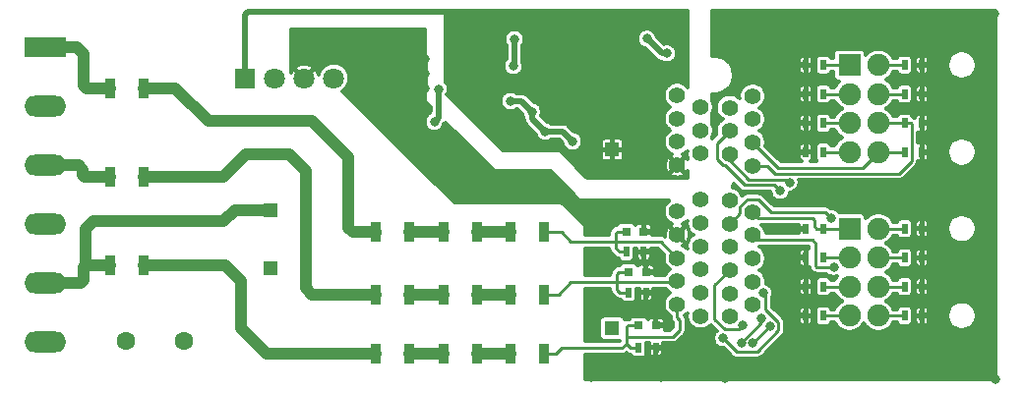
<source format=gbl>
G04 #@! TF.GenerationSoftware,KiCad,Pcbnew,(5.1.5)-3*
G04 #@! TF.CreationDate,2020-03-19T21:31:38+11:00*
G04 #@! TF.ProjectId,din_power_atm90e26,64696e5f-706f-4776-9572-5f61746d3930,rev?*
G04 #@! TF.SameCoordinates,Original*
G04 #@! TF.FileFunction,Copper,L2,Bot*
G04 #@! TF.FilePolarity,Positive*
%FSLAX46Y46*%
G04 Gerber Fmt 4.6, Leading zero omitted, Abs format (unit mm)*
G04 Created by KiCad (PCBNEW (5.1.5)-3) date 2020-03-19 21:31:38*
%MOMM*%
%LPD*%
G04 APERTURE LIST*
G04 #@! TA.AperFunction,ComponentPad*
%ADD10C,1.422400*%
G04 #@! TD*
G04 #@! TA.AperFunction,ComponentPad*
%ADD11C,1.600000*%
G04 #@! TD*
G04 #@! TA.AperFunction,ComponentPad*
%ADD12C,1.800000*%
G04 #@! TD*
G04 #@! TA.AperFunction,ComponentPad*
%ADD13R,1.800000X1.800000*%
G04 #@! TD*
G04 #@! TA.AperFunction,ComponentPad*
%ADD14R,1.308000X1.308000*%
G04 #@! TD*
G04 #@! TA.AperFunction,ComponentPad*
%ADD15R,1.900000X1.900000*%
G04 #@! TD*
G04 #@! TA.AperFunction,ComponentPad*
%ADD16C,1.900000*%
G04 #@! TD*
G04 #@! TA.AperFunction,ComponentPad*
%ADD17O,3.600000X1.800000*%
G04 #@! TD*
G04 #@! TA.AperFunction,ComponentPad*
%ADD18R,3.600000X1.800000*%
G04 #@! TD*
G04 #@! TA.AperFunction,SMDPad,CuDef*
%ADD19R,0.500000X0.900000*%
G04 #@! TD*
G04 #@! TA.AperFunction,SMDPad,CuDef*
%ADD20R,0.900000X1.700000*%
G04 #@! TD*
G04 #@! TA.AperFunction,SMDPad,CuDef*
%ADD21R,0.800000X0.750000*%
G04 #@! TD*
G04 #@! TA.AperFunction,ViaPad*
%ADD22C,0.800000*%
G04 #@! TD*
G04 #@! TA.AperFunction,Conductor*
%ADD23C,1.000000*%
G04 #@! TD*
G04 #@! TA.AperFunction,Conductor*
%ADD24C,0.500000*%
G04 #@! TD*
G04 #@! TA.AperFunction,Conductor*
%ADD25C,0.250000*%
G04 #@! TD*
G04 #@! TA.AperFunction,Conductor*
%ADD26C,0.300000*%
G04 #@! TD*
G04 APERTURE END LIST*
D10*
G04 #@! TO.P,J4,10*
G04 #@! TO.N,Net-(J4-Pad10)*
X169378000Y-62367400D03*
G04 #@! TO.P,J4,29*
G04 #@! TO.N,IA2-*
X169378000Y-64367400D03*
G04 #@! TO.P,J4,2*
G04 #@! TO.N,IC2-*
X169378000Y-66367400D03*
G04 #@! TO.P,J4,21*
G04 #@! TO.N,IC1-*
X169378000Y-68367400D03*
G04 #@! TO.P,J4,17*
G04 #@! TO.N,IB1-*
X169378000Y-70367400D03*
G04 #@! TO.P,J4,13*
G04 #@! TO.N,IA1-*
X169378000Y-72367400D03*
G04 #@! TO.P,J4,11*
G04 #@! TO.N,IA1+*
X171378000Y-71367400D03*
G04 #@! TO.P,J4,15*
G04 #@! TO.N,IB1+*
X171378000Y-69367400D03*
G04 #@! TO.P,J4,19*
G04 #@! TO.N,IC1+*
X171378000Y-67367400D03*
G04 #@! TO.P,J4,35*
G04 #@! TO.N,IC2+*
X171378000Y-65367400D03*
G04 #@! TO.P,J4,27*
G04 #@! TO.N,IA2+*
X171378000Y-63367400D03*
G04 #@! TO.P,J4,8*
G04 #@! TO.N,+3.3V_ISO*
X166878000Y-72317400D03*
G04 #@! TO.P,J4,14*
G04 #@! TO.N,Net-(J4-Pad14)*
X166878000Y-70317400D03*
G04 #@! TO.P,J4,16*
G04 #@! TO.N,Net-(J4-Pad16)*
X166878000Y-68317400D03*
G04 #@! TO.P,J4,18*
G04 #@! TO.N,Net-(J4-Pad18)*
X166878000Y-66317400D03*
G04 #@! TO.P,J4,20*
G04 #@! TO.N,Net-(J4-Pad20)*
X166878000Y-64317400D03*
G04 #@! TO.P,J4,12*
G04 #@! TO.N,Net-(J4-Pad12)*
X166878000Y-62317400D03*
G04 #@! TO.P,J4,9*
G04 #@! TO.N,+5V_ISO*
X164878000Y-63317400D03*
G04 #@! TO.P,J4,7*
G04 #@! TO.N,GNDA*
X164878000Y-65317400D03*
G04 #@! TO.P,J4,5*
G04 #@! TO.N,UA_SAMP*
X164878000Y-67317400D03*
G04 #@! TO.P,J4,3*
G04 #@! TO.N,UB_SAMP*
X164878000Y-69317400D03*
G04 #@! TO.P,J4,1*
G04 #@! TO.N,UC_SAMP*
X164878000Y-71317400D03*
G04 #@! TO.P,J4,6*
G04 #@! TO.N,IN2-*
X171378000Y-53367400D03*
G04 #@! TO.P,J4,4*
G04 #@! TO.N,IN2+*
X171378000Y-55367400D03*
G04 #@! TO.P,J4,25*
G04 #@! TO.N,IN1-*
X171378000Y-57367400D03*
G04 #@! TO.P,J4,23*
G04 #@! TO.N,IN1+*
X171378000Y-59367400D03*
G04 #@! TO.P,J4,31*
G04 #@! TO.N,IB2+*
X169378000Y-58367400D03*
G04 #@! TO.P,J4,33*
G04 #@! TO.N,IB2-*
X169378000Y-56367400D03*
G04 #@! TO.P,J4,22*
G04 #@! TO.N,Net-(J4-Pad22)*
X169378000Y-54367400D03*
G04 #@! TO.P,J4,36*
G04 #@! TO.N,GNDPWR*
X164878000Y-59317400D03*
G04 #@! TO.P,J4,34*
G04 #@! TO.N,+5V*
X164878000Y-57317400D03*
G04 #@! TO.P,J4,32*
G04 #@! TO.N,+3V3*
X164878000Y-55317400D03*
G04 #@! TO.P,J4,30*
G04 #@! TO.N,VBAT*
X164878000Y-53317400D03*
G04 #@! TO.P,J4,28*
G04 #@! TO.N,Net-(J4-Pad28)*
X166878000Y-54317400D03*
G04 #@! TO.P,J4,26*
G04 #@! TO.N,Net-(J4-Pad26)*
X166878000Y-56317400D03*
G04 #@! TO.P,J4,24*
G04 #@! TO.N,Net-(J4-Pad24)*
X166878000Y-58317400D03*
G04 #@! TD*
D11*
G04 #@! TO.P,F1,2*
G04 #@! TO.N,UN*
X117450000Y-74500000D03*
G04 #@! TO.P,F1,1*
G04 #@! TO.N,/UN_IN*
X122450000Y-74500000D03*
G04 #@! TD*
D12*
G04 #@! TO.P,U5,4*
G04 #@! TO.N,+5V_ISO*
X135310000Y-51850000D03*
G04 #@! TO.P,U5,3*
G04 #@! TO.N,GNDA*
X132770000Y-51850000D03*
G04 #@! TO.P,U5,2*
G04 #@! TO.N,+5V*
X130230000Y-51850000D03*
D13*
G04 #@! TO.P,U5,1*
G04 #@! TO.N,GNDPWR*
X127690000Y-51850000D03*
G04 #@! TD*
D14*
G04 #@! TO.P,U4,4*
G04 #@! TO.N,+5V*
X159288000Y-73389000D03*
G04 #@! TO.P,U4,3*
G04 #@! TO.N,GNDPWR*
X159288000Y-57989000D03*
G04 #@! TO.P,U4,2*
G04 #@! TO.N,/UN_IN*
X129888000Y-68189000D03*
G04 #@! TO.P,U4,1*
G04 #@! TO.N,UC*
X129888000Y-63189000D03*
G04 #@! TD*
D15*
G04 #@! TO.P,J5,1*
G04 #@! TO.N,IA1+*
X179705000Y-50698400D03*
D16*
G04 #@! TO.P,J5,2*
G04 #@! TO.N,IA1-*
X179705000Y-53198400D03*
G04 #@! TO.P,J5,3*
G04 #@! TO.N,IB1+*
X179705000Y-55698400D03*
G04 #@! TO.P,J5,4*
G04 #@! TO.N,IB1-*
X179705000Y-58198400D03*
G04 #@! TO.P,J5,5*
G04 #@! TO.N,IC1+*
X182205000Y-50698400D03*
G04 #@! TO.P,J5,6*
G04 #@! TO.N,IC1-*
X182205000Y-53198400D03*
G04 #@! TO.P,J5,7*
G04 #@! TO.N,IN1+*
X182205000Y-55698400D03*
G04 #@! TO.P,J5,8*
G04 #@! TO.N,IN1-*
X182205000Y-58198400D03*
G04 #@! TD*
G04 #@! TO.P,J3,8*
G04 #@! TO.N,IN2-*
X182205000Y-72295400D03*
G04 #@! TO.P,J3,7*
G04 #@! TO.N,IN2+*
X182205000Y-69795400D03*
G04 #@! TO.P,J3,6*
G04 #@! TO.N,IC2-*
X182205000Y-67295400D03*
G04 #@! TO.P,J3,5*
G04 #@! TO.N,IC2+*
X182205000Y-64795400D03*
G04 #@! TO.P,J3,4*
G04 #@! TO.N,IB2-*
X179705000Y-72295400D03*
G04 #@! TO.P,J3,3*
G04 #@! TO.N,IB2+*
X179705000Y-69795400D03*
G04 #@! TO.P,J3,2*
G04 #@! TO.N,IA2-*
X179705000Y-67295400D03*
D15*
G04 #@! TO.P,J3,1*
G04 #@! TO.N,IA2+*
X179705000Y-64795400D03*
G04 #@! TD*
D17*
G04 #@! TO.P,J1,6*
G04 #@! TO.N,UN*
X110490000Y-74574400D03*
G04 #@! TO.P,J1,5*
G04 #@! TO.N,UC*
X110490000Y-69494400D03*
G04 #@! TO.P,J1,4*
G04 #@! TO.N,Net-(J1-Pad4)*
X110490000Y-64414400D03*
G04 #@! TO.P,J1,3*
G04 #@! TO.N,UB*
X110490000Y-59334400D03*
G04 #@! TO.P,J1,2*
G04 #@! TO.N,Net-(J1-Pad2)*
X110490000Y-54254400D03*
D18*
G04 #@! TO.P,J1,1*
G04 #@! TO.N,UA*
X110490000Y-49174400D03*
G04 #@! TD*
D19*
G04 #@! TO.P,R3,1*
G04 #@! TO.N,GNDA*
X185950000Y-50700000D03*
G04 #@! TO.P,R3,2*
G04 #@! TO.N,IC1+*
X184450000Y-50700000D03*
G04 #@! TD*
G04 #@! TO.P,R11,2*
G04 #@! TO.N,GNDA*
X185950000Y-58200000D03*
G04 #@! TO.P,R11,1*
G04 #@! TO.N,IN1-*
X184450000Y-58200000D03*
G04 #@! TD*
G04 #@! TO.P,R10,1*
G04 #@! TO.N,GNDA*
X185950000Y-55700000D03*
G04 #@! TO.P,R10,2*
G04 #@! TO.N,IN1+*
X184450000Y-55700000D03*
G04 #@! TD*
G04 #@! TO.P,R9,2*
G04 #@! TO.N,GNDA*
X175950000Y-58200000D03*
G04 #@! TO.P,R9,1*
G04 #@! TO.N,IB1-*
X177450000Y-58200000D03*
G04 #@! TD*
G04 #@! TO.P,R8,1*
G04 #@! TO.N,GNDA*
X175950000Y-55700000D03*
G04 #@! TO.P,R8,2*
G04 #@! TO.N,IB1+*
X177450000Y-55700000D03*
G04 #@! TD*
G04 #@! TO.P,R2,2*
G04 #@! TO.N,GNDA*
X175950000Y-53200000D03*
G04 #@! TO.P,R2,1*
G04 #@! TO.N,IA1-*
X177450000Y-53200000D03*
G04 #@! TD*
G04 #@! TO.P,R4,1*
G04 #@! TO.N,IC1-*
X184450000Y-53200000D03*
G04 #@! TO.P,R4,2*
G04 #@! TO.N,GNDA*
X185950000Y-53200000D03*
G04 #@! TD*
G04 #@! TO.P,R1,1*
G04 #@! TO.N,GNDA*
X175950000Y-50700000D03*
G04 #@! TO.P,R1,2*
G04 #@! TO.N,IA1+*
X177450000Y-50700000D03*
G04 #@! TD*
D20*
G04 #@! TO.P,R15,2*
G04 #@! TO.N,/ua_2*
X144750000Y-65100000D03*
G04 #@! TO.P,R15,1*
G04 #@! TO.N,/ua_3*
X147650000Y-65100000D03*
G04 #@! TD*
G04 #@! TO.P,R24,2*
G04 #@! TO.N,/uc_3*
X150550000Y-75550000D03*
G04 #@! TO.P,R24,1*
G04 #@! TO.N,UC_SAMP*
X153450000Y-75550000D03*
G04 #@! TD*
G04 #@! TO.P,R23,1*
G04 #@! TO.N,UB_SAMP*
X153450000Y-70450000D03*
G04 #@! TO.P,R23,2*
G04 #@! TO.N,/ub_3*
X150550000Y-70450000D03*
G04 #@! TD*
G04 #@! TO.P,R22,1*
G04 #@! TO.N,UA_SAMP*
X153450000Y-65100000D03*
G04 #@! TO.P,R22,2*
G04 #@! TO.N,/ua_3*
X150550000Y-65100000D03*
G04 #@! TD*
G04 #@! TO.P,R17,1*
G04 #@! TO.N,/uc_3*
X147650000Y-75550000D03*
G04 #@! TO.P,R17,2*
G04 #@! TO.N,/uc_2*
X144750000Y-75550000D03*
G04 #@! TD*
G04 #@! TO.P,R16,2*
G04 #@! TO.N,/ub_2*
X144750000Y-70450000D03*
G04 #@! TO.P,R16,1*
G04 #@! TO.N,/ub_3*
X147650000Y-70450000D03*
G04 #@! TD*
G04 #@! TO.P,R13,1*
G04 #@! TO.N,/ub_2*
X141850000Y-70450000D03*
G04 #@! TO.P,R13,2*
G04 #@! TO.N,/ub_1*
X138950000Y-70450000D03*
G04 #@! TD*
G04 #@! TO.P,R14,2*
G04 #@! TO.N,/uc_1*
X138950000Y-75550000D03*
G04 #@! TO.P,R14,1*
G04 #@! TO.N,/uc_2*
X141850000Y-75550000D03*
G04 #@! TD*
G04 #@! TO.P,R7,1*
G04 #@! TO.N,/uc_1*
X118950000Y-67950000D03*
G04 #@! TO.P,R7,2*
G04 #@! TO.N,UC*
X116050000Y-67950000D03*
G04 #@! TD*
G04 #@! TO.P,R5,1*
G04 #@! TO.N,/ua_1*
X118950000Y-52700000D03*
G04 #@! TO.P,R5,2*
G04 #@! TO.N,UA*
X116050000Y-52700000D03*
G04 #@! TD*
G04 #@! TO.P,R12,2*
G04 #@! TO.N,/ua_1*
X138950000Y-65100000D03*
G04 #@! TO.P,R12,1*
G04 #@! TO.N,/ua_2*
X141850000Y-65100000D03*
G04 #@! TD*
G04 #@! TO.P,R6,1*
G04 #@! TO.N,/ub_1*
X118950000Y-60300000D03*
G04 #@! TO.P,R6,2*
G04 #@! TO.N,UB*
X116050000Y-60300000D03*
G04 #@! TD*
D21*
G04 #@! TO.P,C2,2*
G04 #@! TO.N,GNDA*
X163050000Y-73150000D03*
G04 #@! TO.P,C2,1*
G04 #@! TO.N,UC_SAMP*
X161550000Y-73150000D03*
G04 #@! TD*
G04 #@! TO.P,C3,2*
G04 #@! TO.N,GNDA*
X162000000Y-65050000D03*
G04 #@! TO.P,C3,1*
G04 #@! TO.N,UA_SAMP*
X160500000Y-65050000D03*
G04 #@! TD*
G04 #@! TO.P,C1,2*
G04 #@! TO.N,GNDA*
X162200000Y-68550000D03*
G04 #@! TO.P,C1,1*
G04 #@! TO.N,UB_SAMP*
X160700000Y-68550000D03*
G04 #@! TD*
D19*
G04 #@! TO.P,R27,1*
G04 #@! TO.N,GNDA*
X163050000Y-75050000D03*
G04 #@! TO.P,R27,2*
G04 #@! TO.N,UC_SAMP*
X161550000Y-75050000D03*
G04 #@! TD*
G04 #@! TO.P,R19,2*
G04 #@! TO.N,GNDA*
X175950000Y-67300000D03*
G04 #@! TO.P,R19,1*
G04 #@! TO.N,IA2-*
X177450000Y-67300000D03*
G04 #@! TD*
G04 #@! TO.P,R20,1*
G04 #@! TO.N,GNDA*
X185950000Y-64800000D03*
G04 #@! TO.P,R20,2*
G04 #@! TO.N,IC2+*
X184450000Y-64800000D03*
G04 #@! TD*
G04 #@! TO.P,R21,2*
G04 #@! TO.N,GNDA*
X185950000Y-67300000D03*
G04 #@! TO.P,R21,1*
G04 #@! TO.N,IC2-*
X184450000Y-67300000D03*
G04 #@! TD*
G04 #@! TO.P,R25,1*
G04 #@! TO.N,GNDA*
X162000000Y-66800000D03*
G04 #@! TO.P,R25,2*
G04 #@! TO.N,UA_SAMP*
X160500000Y-66800000D03*
G04 #@! TD*
G04 #@! TO.P,R26,1*
G04 #@! TO.N,GNDA*
X162200000Y-70300000D03*
G04 #@! TO.P,R26,2*
G04 #@! TO.N,UB_SAMP*
X160700000Y-70300000D03*
G04 #@! TD*
G04 #@! TO.P,R28,2*
G04 #@! TO.N,IB2+*
X177450000Y-69800000D03*
G04 #@! TO.P,R28,1*
G04 #@! TO.N,GNDA*
X175950000Y-69800000D03*
G04 #@! TD*
G04 #@! TO.P,R31,1*
G04 #@! TO.N,IN2-*
X184450000Y-72300000D03*
G04 #@! TO.P,R31,2*
G04 #@! TO.N,GNDA*
X185950000Y-72300000D03*
G04 #@! TD*
G04 #@! TO.P,R30,2*
G04 #@! TO.N,IN2+*
X184450000Y-69800000D03*
G04 #@! TO.P,R30,1*
G04 #@! TO.N,GNDA*
X185950000Y-69800000D03*
G04 #@! TD*
G04 #@! TO.P,R29,1*
G04 #@! TO.N,IB2-*
X177450000Y-72300000D03*
G04 #@! TO.P,R29,2*
G04 #@! TO.N,GNDA*
X175950000Y-72300000D03*
G04 #@! TD*
G04 #@! TO.P,R18,2*
G04 #@! TO.N,IA2+*
X177450000Y-64800000D03*
G04 #@! TO.P,R18,1*
G04 #@! TO.N,GNDA*
X175950000Y-64800000D03*
G04 #@! TD*
D22*
G04 #@! TO.N,GNDA*
X142825000Y-55600000D03*
X145750000Y-57300000D03*
X148900000Y-60375000D03*
X153775000Y-60425000D03*
X157425000Y-64400000D03*
X178300000Y-61600000D03*
X182850000Y-61700000D03*
X172300000Y-50350000D03*
X168600000Y-46350000D03*
X182250000Y-46500000D03*
X192150000Y-46250000D03*
X191000000Y-53550000D03*
X191050000Y-61650000D03*
X191100000Y-68600000D03*
X192250000Y-77750000D03*
X185200000Y-77550000D03*
X157450000Y-77600000D03*
X163500000Y-77600000D03*
X169000000Y-77650000D03*
X167250000Y-74750000D03*
X175050000Y-64800000D03*
X175050000Y-67300000D03*
X175050000Y-50700000D03*
X186850000Y-72300000D03*
X175050000Y-53200000D03*
X175050000Y-55700000D03*
X175050000Y-58200000D03*
X186850000Y-50700000D03*
X186850000Y-53200000D03*
X186850000Y-55700000D03*
X186850000Y-58200000D03*
X175050000Y-72300000D03*
X186850000Y-64800000D03*
X186850000Y-67300000D03*
X186850000Y-69800000D03*
X175050000Y-69800000D03*
X137150000Y-50600000D03*
X134700000Y-48025000D03*
X139650000Y-52600000D03*
X140150000Y-56150000D03*
X143175000Y-50200000D03*
X139650000Y-50250000D03*
X143175000Y-51425000D03*
X143175000Y-52675000D03*
X139650000Y-51450000D03*
X163100000Y-65000000D03*
X164100000Y-75000000D03*
X164200000Y-73100000D03*
X162900000Y-66800000D03*
X163300000Y-68500000D03*
X163100000Y-70300000D03*
G04 #@! TO.N,+5V*
X155875000Y-57275000D03*
X153525000Y-56450000D03*
X150525000Y-53800000D03*
X152375000Y-54725000D03*
X150775000Y-50775000D03*
X150875000Y-48475000D03*
G04 #@! TO.N,GNDPWR*
X145875000Y-46925000D03*
X149825000Y-47975000D03*
X149825000Y-46725000D03*
X145875000Y-49025000D03*
X145866500Y-47991500D03*
X154650000Y-46500000D03*
X154875000Y-49925000D03*
X157775000Y-46500000D03*
X145350000Y-46300000D03*
X148025000Y-52025000D03*
X149875000Y-49150000D03*
X158325000Y-51275000D03*
X159550000Y-54100000D03*
G04 #@! TO.N,IA1+*
X170400000Y-74650000D03*
X172100000Y-72500000D03*
G04 #@! TO.N,IC1+*
X171400000Y-74650000D03*
X172850000Y-73200000D03*
G04 #@! TO.N,IC1-*
X170500000Y-73100000D03*
G04 #@! TO.N,IB1+*
X172300000Y-70350000D03*
X168840000Y-74230000D03*
G04 #@! TO.N,IA2-*
X178100000Y-63850000D03*
G04 #@! TO.N,IC2+*
X178350000Y-68100000D03*
G04 #@! TO.N,IB2-*
X173750000Y-61550000D03*
G04 #@! TO.N,IB2+*
X174550000Y-60800000D03*
G04 #@! TO.N,+3.3V_ISO*
X143975000Y-55600000D03*
X144350000Y-52800000D03*
G04 #@! TO.N,VBAT*
X164000000Y-49700000D03*
X162275000Y-48425000D03*
G04 #@! TD*
D23*
G04 #@! TO.N,UA*
X116050000Y-52700000D02*
X114000000Y-52700000D01*
X113174400Y-49174400D02*
X110490000Y-49174400D01*
X113750000Y-49750000D02*
X113174400Y-49174400D01*
X113750000Y-52450000D02*
X113750000Y-49750000D01*
X114000000Y-52700000D02*
X113750000Y-52450000D01*
G04 #@! TO.N,UN*
X110758534Y-74842934D02*
X110490000Y-74574400D01*
G04 #@! TO.N,UB*
X116050000Y-60300000D02*
X113850000Y-60300000D01*
X113334400Y-59334400D02*
X110490000Y-59334400D01*
X113700000Y-59700000D02*
X113334400Y-59334400D01*
X113700000Y-60150000D02*
X113700000Y-59700000D01*
X113850000Y-60300000D02*
X113700000Y-60150000D01*
G04 #@! TO.N,UC*
X125850000Y-64150000D02*
X126811000Y-63189000D01*
X126811000Y-63189000D02*
X129888000Y-63189000D01*
X113950000Y-64800000D02*
X113950000Y-67950000D01*
X114600000Y-64150000D02*
X113950000Y-64800000D01*
X125850000Y-64150000D02*
X114600000Y-64150000D01*
X116050000Y-67950000D02*
X113950000Y-67950000D01*
X113505600Y-69494400D02*
X110490000Y-69494400D01*
X113750000Y-69250000D02*
X113505600Y-69494400D01*
X113750000Y-68150000D02*
X113750000Y-69250000D01*
X113950000Y-67950000D02*
X113750000Y-68150000D01*
D24*
G04 #@! TO.N,GNDA*
X153775000Y-60425000D02*
X153775000Y-60750000D01*
X142825000Y-55600000D02*
X142825000Y-55950000D01*
X142825000Y-55950000D02*
X144175000Y-57300000D01*
X144175000Y-57300000D02*
X145750000Y-57300000D01*
X148900000Y-60375000D02*
X148950000Y-60425000D01*
X148950000Y-60425000D02*
X153775000Y-60425000D01*
X153775000Y-60750000D02*
X157425000Y-64400000D01*
X186850000Y-64800000D02*
X186850000Y-62600000D01*
X178300000Y-61600000D02*
X178350000Y-61600000D01*
X185950000Y-61700000D02*
X182850000Y-61700000D01*
X186850000Y-62600000D02*
X185950000Y-61700000D01*
X169000000Y-77650000D02*
X185100000Y-77650000D01*
X172300000Y-50050000D02*
X172300000Y-50350000D01*
X168600000Y-46350000D02*
X172300000Y-50050000D01*
X191900000Y-46500000D02*
X182250000Y-46500000D01*
X192150000Y-46250000D02*
X191900000Y-46500000D01*
X191000000Y-61600000D02*
X191000000Y-53550000D01*
X191050000Y-61650000D02*
X191000000Y-61600000D01*
X191100000Y-76600000D02*
X191100000Y-68600000D01*
X192250000Y-77750000D02*
X191100000Y-76600000D01*
X185100000Y-77650000D02*
X185200000Y-77550000D01*
X157450000Y-77600000D02*
X163500000Y-77600000D01*
X167250000Y-75900000D02*
X167250000Y-74750000D01*
X169000000Y-77650000D02*
X167250000Y-75900000D01*
X175950000Y-64800000D02*
X175050000Y-64800000D01*
X175950000Y-67300000D02*
X175050000Y-67300000D01*
X175050000Y-50700000D02*
X175950000Y-50700000D01*
X186850000Y-72300000D02*
X185950000Y-72300000D01*
X175950000Y-53200000D02*
X175050000Y-53200000D01*
X175950000Y-55700000D02*
X175050000Y-55700000D01*
X175950000Y-58200000D02*
X175050000Y-58200000D01*
X185950000Y-50700000D02*
X186850000Y-50700000D01*
X185950000Y-53200000D02*
X186850000Y-53200000D01*
X185950000Y-55700000D02*
X186850000Y-55700000D01*
X185950000Y-58200000D02*
X186850000Y-58200000D01*
X175050000Y-72300000D02*
X175950000Y-72300000D01*
X185950000Y-64800000D02*
X186850000Y-64800000D01*
X185950000Y-67300000D02*
X186850000Y-67300000D01*
X185950000Y-69800000D02*
X186850000Y-69800000D01*
X175950000Y-69800000D02*
X175050000Y-69800000D01*
X137150000Y-50600000D02*
X137150000Y-50475000D01*
X138000000Y-51450000D02*
X137150000Y-50600000D01*
X139650000Y-51450000D02*
X138000000Y-51450000D01*
X137150000Y-50475000D02*
X134700000Y-48025000D01*
X139650000Y-52600000D02*
X139650000Y-55650000D01*
X139650000Y-51450000D02*
X139650000Y-52600000D01*
X139650000Y-55650000D02*
X140150000Y-56150000D01*
X143175000Y-51425000D02*
X143175000Y-50200000D01*
X139650000Y-51450000D02*
X139650000Y-50250000D01*
X143175000Y-52675000D02*
X143175000Y-51425000D01*
X162000000Y-65050000D02*
X163050000Y-65050000D01*
X163050000Y-65050000D02*
X163100000Y-65000000D01*
X163050000Y-75050000D02*
X164050000Y-75050000D01*
X164050000Y-75050000D02*
X164100000Y-75000000D01*
X163050000Y-73150000D02*
X164150000Y-73150000D01*
X164150000Y-73150000D02*
X164200000Y-73100000D01*
X162000000Y-66800000D02*
X162900000Y-66800000D01*
X162200000Y-68550000D02*
X163250000Y-68550000D01*
X163250000Y-68550000D02*
X163300000Y-68500000D01*
X162200000Y-70300000D02*
X163100000Y-70300000D01*
G04 #@! TO.N,+5V*
X155875000Y-57275000D02*
X155050000Y-56450000D01*
X155050000Y-56450000D02*
X153525000Y-56450000D01*
X152375000Y-55300000D02*
X152375000Y-54725000D01*
X153525000Y-56450000D02*
X152375000Y-55300000D01*
X151450000Y-53800000D02*
X150525000Y-53800000D01*
X152375000Y-54725000D02*
X151450000Y-53800000D01*
X150875000Y-48475000D02*
X150875000Y-50675000D01*
X150875000Y-50675000D02*
X150775000Y-50775000D01*
G04 #@! TO.N,GNDPWR*
X145866500Y-47991500D02*
X145866500Y-46933500D01*
X145866500Y-46933500D02*
X145875000Y-46925000D01*
X149825000Y-46725000D02*
X149825000Y-47975000D01*
X145866500Y-47991500D02*
X145866500Y-49016500D01*
X145866500Y-49016500D02*
X145875000Y-49025000D01*
X145866500Y-47991500D02*
X145875000Y-48000000D01*
X157775000Y-46500000D02*
X154650000Y-46500000D01*
X127675000Y-48350000D02*
X127690000Y-48365000D01*
X127675000Y-48350000D02*
X127675000Y-46375000D01*
X127675000Y-46375000D02*
X127900000Y-46150000D01*
X127900000Y-46150000D02*
X145200000Y-46150000D01*
X145200000Y-46150000D02*
X145350000Y-46300000D01*
X127690000Y-48365000D02*
X127690000Y-51850000D01*
X158325000Y-52875000D02*
X158325000Y-51275000D01*
X159550000Y-54100000D02*
X158325000Y-52875000D01*
D25*
G04 #@! TO.N,IA1+*
X172100000Y-72900000D02*
X170400000Y-74600000D01*
X170400000Y-74600000D02*
X170400000Y-74650000D01*
X172100000Y-72500000D02*
X172100000Y-72900000D01*
X177450000Y-50700000D02*
X179703400Y-50700000D01*
X179703400Y-50700000D02*
X179705000Y-50698400D01*
G04 #@! TO.N,IA1-*
X177450000Y-53200000D02*
X179703400Y-53200000D01*
X179703400Y-53200000D02*
X179705000Y-53198400D01*
G04 #@! TO.N,IC1+*
X172850000Y-73200000D02*
X171400000Y-74650000D01*
X182205000Y-50698400D02*
X184448400Y-50698400D01*
X184448400Y-50698400D02*
X184450000Y-50700000D01*
G04 #@! TO.N,IC1-*
X168100000Y-69645400D02*
X168100000Y-72600000D01*
X168100000Y-72600000D02*
X168950000Y-73450000D01*
X168950000Y-73450000D02*
X170150000Y-73450000D01*
X170150000Y-73450000D02*
X170500000Y-73100000D01*
X169378000Y-68367400D02*
X168100000Y-69645400D01*
X169378000Y-68367400D02*
X169378000Y-68728000D01*
X182205000Y-53198400D02*
X184448400Y-53198400D01*
X184448400Y-53198400D02*
X184450000Y-53200000D01*
G04 #@! TO.N,IB1+*
X173600000Y-73550000D02*
X171750000Y-75400000D01*
X172500000Y-70550000D02*
X172500000Y-71800000D01*
X172500000Y-71800000D02*
X173600000Y-72900000D01*
X173600000Y-72900000D02*
X173600000Y-73550000D01*
X172300000Y-70350000D02*
X172500000Y-70550000D01*
X170010000Y-75400000D02*
X168840000Y-74230000D01*
X170100000Y-75400000D02*
X170010000Y-75400000D01*
X171750000Y-75400000D02*
X170100000Y-75400000D01*
X177450000Y-55700000D02*
X179703400Y-55700000D01*
X179703400Y-55700000D02*
X179705000Y-55698400D01*
G04 #@! TO.N,IN1+*
X181050000Y-60050000D02*
X183950000Y-60050000D01*
X171378000Y-59367400D02*
X172667400Y-59367400D01*
X172667400Y-59367400D02*
X173350000Y-60050000D01*
X173350000Y-60050000D02*
X181050000Y-60050000D01*
X184950000Y-55700000D02*
X184450000Y-55700000D01*
X185050000Y-55800000D02*
X184950000Y-55700000D01*
X185050000Y-57450000D02*
X185050000Y-55800000D01*
X185050000Y-58950000D02*
X185050000Y-57450000D01*
X183950000Y-60050000D02*
X185050000Y-58950000D01*
X182205000Y-55698400D02*
X184448400Y-55698400D01*
X184448400Y-55698400D02*
X184450000Y-55700000D01*
G04 #@! TO.N,IN1-*
X171378000Y-57367400D02*
X173560600Y-59550000D01*
X180853400Y-59550000D02*
X182205000Y-58198400D01*
X173560600Y-59550000D02*
X180853400Y-59550000D01*
X182205000Y-58198400D02*
X184448400Y-58198400D01*
X184448400Y-58198400D02*
X184450000Y-58200000D01*
G04 #@! TO.N,IA2+*
X171378000Y-63367400D02*
X171910600Y-63900000D01*
X176900000Y-64800000D02*
X177450000Y-64800000D01*
X176700000Y-64600000D02*
X176900000Y-64800000D01*
X176700000Y-64050000D02*
X176700000Y-64600000D01*
X176550000Y-63900000D02*
X176700000Y-64050000D01*
X171910600Y-63900000D02*
X176550000Y-63900000D01*
X177450000Y-64800000D02*
X179700400Y-64800000D01*
X179700400Y-64800000D02*
X179705000Y-64795400D01*
G04 #@! TO.N,IA2-*
X175200000Y-63400000D02*
X177650000Y-63400000D01*
X170300000Y-63445400D02*
X170300000Y-62900000D01*
X170300000Y-62900000D02*
X170900000Y-62300000D01*
X170900000Y-62300000D02*
X171850000Y-62300000D01*
X171850000Y-62300000D02*
X172950000Y-63400000D01*
X172950000Y-63400000D02*
X175200000Y-63400000D01*
X169378000Y-64367400D02*
X170300000Y-63445400D01*
X177650000Y-63400000D02*
X178100000Y-63850000D01*
X169378000Y-64367400D02*
X169378000Y-64072000D01*
X179705000Y-67295400D02*
X178250000Y-67295400D01*
X178250000Y-67295400D02*
X177454600Y-67295400D01*
X177454600Y-67295400D02*
X177450000Y-67300000D01*
G04 #@! TO.N,IC2+*
X171378000Y-65367400D02*
X171760600Y-65750000D01*
X171760600Y-65750000D02*
X176500000Y-65750000D01*
X176850000Y-68100000D02*
X178350000Y-68100000D01*
X176800000Y-68050000D02*
X176850000Y-68100000D01*
X176800000Y-66050000D02*
X176800000Y-68050000D01*
X176500000Y-65750000D02*
X176800000Y-66050000D01*
X182205000Y-64795400D02*
X184445400Y-64795400D01*
X184445400Y-64795400D02*
X184450000Y-64800000D01*
G04 #@! TO.N,IC2-*
X184450000Y-67300000D02*
X182209600Y-67300000D01*
X182209600Y-67300000D02*
X182205000Y-67295400D01*
G04 #@! TO.N,IB2-*
X173050000Y-61050000D02*
X173250000Y-61050000D01*
X173250000Y-61050000D02*
X173750000Y-61550000D01*
X169378000Y-56367400D02*
X168300000Y-57445400D01*
X168800000Y-59350000D02*
X168950000Y-59350000D01*
X168300000Y-58850000D02*
X168800000Y-59350000D01*
X168300000Y-57445400D02*
X168300000Y-58850000D01*
X173050000Y-61050000D02*
X173050000Y-61050000D01*
X170650000Y-61050000D02*
X173050000Y-61050000D01*
X168950000Y-59350000D02*
X170650000Y-61050000D01*
X179705000Y-72295400D02*
X177454600Y-72295400D01*
X177454600Y-72295400D02*
X177450000Y-72300000D01*
G04 #@! TO.N,IB1-*
X169378000Y-70367400D02*
X169378000Y-70878000D01*
X177450000Y-58200000D02*
X179703400Y-58200000D01*
X179703400Y-58200000D02*
X179705000Y-58198400D01*
G04 #@! TO.N,IN2-*
X184450000Y-72300000D02*
X182209600Y-72300000D01*
X182209600Y-72300000D02*
X182205000Y-72295400D01*
G04 #@! TO.N,IB2+*
X169378000Y-58367400D02*
X169378000Y-58878000D01*
X169378000Y-58878000D02*
X171050000Y-60550000D01*
X174300000Y-60550000D02*
X174550000Y-60800000D01*
X173200000Y-60550000D02*
X174300000Y-60550000D01*
X173200000Y-60550000D02*
X173200000Y-60550000D01*
X171050000Y-60550000D02*
X173200000Y-60550000D01*
X169378000Y-58367400D02*
X169378000Y-58978000D01*
X179705000Y-69795400D02*
X177454600Y-69795400D01*
X177454600Y-69795400D02*
X177450000Y-69800000D01*
G04 #@! TO.N,UA_SAMP*
X153450000Y-65100000D02*
X154900000Y-65100000D01*
X158900000Y-65900000D02*
X159600000Y-65900000D01*
X155700000Y-65900000D02*
X158900000Y-65900000D01*
X154900000Y-65100000D02*
X155700000Y-65900000D01*
X160500000Y-65050000D02*
X159750000Y-65050000D01*
X159600000Y-65200000D02*
X159600000Y-65900000D01*
X159750000Y-65050000D02*
X159600000Y-65200000D01*
X160500000Y-66800000D02*
X159900000Y-66800000D01*
X159600000Y-66500000D02*
X159600000Y-65900000D01*
X159900000Y-66800000D02*
X159600000Y-66500000D01*
X164878000Y-67317400D02*
X163460600Y-65900000D01*
X163460600Y-65900000D02*
X159600000Y-65900000D01*
G04 #@! TO.N,UC_SAMP*
X153450000Y-75550000D02*
X154450000Y-75550000D01*
X154450000Y-75550000D02*
X154913000Y-75087000D01*
X154913000Y-75087000D02*
X160113000Y-75087000D01*
X160113000Y-75087000D02*
X160500000Y-74700000D01*
X161550000Y-75050000D02*
X160850000Y-75050000D01*
X160500000Y-74700000D02*
X160500000Y-74100000D01*
X160850000Y-75050000D02*
X160500000Y-74700000D01*
X161550000Y-73150000D02*
X160650000Y-73150000D01*
X160500000Y-73300000D02*
X160500000Y-74100000D01*
X160650000Y-73150000D02*
X160500000Y-73300000D01*
X164878000Y-71317400D02*
X164878000Y-72478000D01*
X164500000Y-74100000D02*
X160500000Y-74100000D01*
X165100000Y-73500000D02*
X164500000Y-74100000D01*
X165100000Y-72700000D02*
X165100000Y-73500000D01*
X164878000Y-72478000D02*
X165100000Y-72700000D01*
G04 #@! TO.N,UB_SAMP*
X153450000Y-70450000D02*
X154650000Y-70450000D01*
X159300000Y-69400000D02*
X159700000Y-69400000D01*
X155700000Y-69400000D02*
X159300000Y-69400000D01*
X154650000Y-70450000D02*
X155700000Y-69400000D01*
X160700000Y-70300000D02*
X159900000Y-70300000D01*
X159700000Y-70100000D02*
X159700000Y-69400000D01*
X159900000Y-70300000D02*
X159700000Y-70100000D01*
X160700000Y-68550000D02*
X159850000Y-68550000D01*
X159700000Y-68700000D02*
X159700000Y-69400000D01*
X159850000Y-68550000D02*
X159700000Y-68700000D01*
X164878000Y-69317400D02*
X164795400Y-69400000D01*
X164795400Y-69400000D02*
X159700000Y-69400000D01*
G04 #@! TO.N,IN2+*
X184450000Y-69800000D02*
X182209600Y-69800000D01*
X182209600Y-69800000D02*
X182205000Y-69795400D01*
D24*
G04 #@! TO.N,+3.3V_ISO*
X143975000Y-55600000D02*
X144350000Y-55225000D01*
X144350000Y-54750000D02*
X144350000Y-55225000D01*
X144350000Y-54750000D02*
X144350000Y-52800000D01*
X144325000Y-54775000D02*
X144350000Y-54750000D01*
G04 #@! TO.N,VBAT*
X163550000Y-49700000D02*
X164000000Y-49700000D01*
X162275000Y-48425000D02*
X163550000Y-49700000D01*
D23*
G04 #@! TO.N,/ua_1*
X137000000Y-65100000D02*
X136600000Y-64700000D01*
X138950000Y-65100000D02*
X137000000Y-65100000D01*
X133420000Y-55500000D02*
X124500000Y-55500000D01*
X136600000Y-58680000D02*
X133420000Y-55500000D01*
X136600000Y-64700000D02*
X136600000Y-58680000D01*
X124500000Y-55500000D02*
X121700000Y-52700000D01*
X121700000Y-52700000D02*
X118950000Y-52700000D01*
X138950000Y-65100000D02*
X138900000Y-65150000D01*
G04 #@! TO.N,/ua_2*
X141850000Y-65100000D02*
X144750000Y-65100000D01*
G04 #@! TO.N,/uc_2*
X141850000Y-75550000D02*
X144750000Y-75550000D01*
G04 #@! TO.N,/uc_1*
X127350000Y-69300000D02*
X127350000Y-73350000D01*
X138950000Y-75550000D02*
X135600000Y-75550000D01*
X125550000Y-67950000D02*
X126000000Y-67950000D01*
X126000000Y-67950000D02*
X127350000Y-69300000D01*
X125550000Y-67950000D02*
X118950000Y-67950000D01*
X129550000Y-75550000D02*
X135600000Y-75550000D01*
X127350000Y-73350000D02*
X129550000Y-75550000D01*
G04 #@! TO.N,/ub_1*
X133450000Y-70450000D02*
X135450000Y-70450000D01*
X125850000Y-60300000D02*
X127750000Y-58400000D01*
X118950000Y-60300000D02*
X125850000Y-60300000D01*
X132900000Y-69900000D02*
X133450000Y-70450000D01*
X132900000Y-59800000D02*
X132900000Y-69900000D01*
X131500000Y-58400000D02*
X132900000Y-59800000D01*
X127750000Y-58400000D02*
X131500000Y-58400000D01*
X135450000Y-70450000D02*
X138950000Y-70450000D01*
G04 #@! TO.N,/uc_3*
X147650000Y-75550000D02*
X150550000Y-75550000D01*
G04 #@! TO.N,/ub_2*
X141850000Y-70450000D02*
X144750000Y-70450000D01*
G04 #@! TO.N,/ua_3*
X147650000Y-65100000D02*
X150550000Y-65100000D01*
G04 #@! TO.N,/ub_3*
X147650000Y-70450000D02*
X150550000Y-70450000D01*
G04 #@! TD*
D26*
G04 #@! TO.N,GNDPWR*
G36*
X165800000Y-52607165D02*
G01*
X165779963Y-52577178D01*
X165618222Y-52415437D01*
X165428035Y-52288358D01*
X165216710Y-52200824D01*
X164992368Y-52156200D01*
X164763632Y-52156200D01*
X164539290Y-52200824D01*
X164327965Y-52288358D01*
X164137778Y-52415437D01*
X163976037Y-52577178D01*
X163848958Y-52767365D01*
X163761424Y-52978690D01*
X163716800Y-53203032D01*
X163716800Y-53431768D01*
X163761424Y-53656110D01*
X163848958Y-53867435D01*
X163976037Y-54057622D01*
X164137778Y-54219363D01*
X164284501Y-54317400D01*
X164137778Y-54415437D01*
X163976037Y-54577178D01*
X163848958Y-54767365D01*
X163761424Y-54978690D01*
X163716800Y-55203032D01*
X163716800Y-55431768D01*
X163761424Y-55656110D01*
X163848958Y-55867435D01*
X163976037Y-56057622D01*
X164137778Y-56219363D01*
X164284501Y-56317400D01*
X164137778Y-56415437D01*
X163976037Y-56577178D01*
X163848958Y-56767365D01*
X163761424Y-56978690D01*
X163716800Y-57203032D01*
X163716800Y-57431768D01*
X163761424Y-57656110D01*
X163848958Y-57867435D01*
X163976037Y-58057622D01*
X164137778Y-58219363D01*
X164327965Y-58346442D01*
X164392057Y-58372990D01*
X164292364Y-58426277D01*
X164222118Y-58590807D01*
X164878000Y-59246689D01*
X165533882Y-58590807D01*
X165463636Y-58426277D01*
X165362905Y-58373420D01*
X165428035Y-58346442D01*
X165618222Y-58219363D01*
X165737222Y-58100363D01*
X165716800Y-58203032D01*
X165716800Y-58431768D01*
X165761424Y-58656110D01*
X165800000Y-58749240D01*
X165800000Y-58789531D01*
X165769123Y-58731764D01*
X165604593Y-58661518D01*
X164948711Y-59317400D01*
X165604593Y-59973282D01*
X165769123Y-59903036D01*
X165800000Y-59844193D01*
X165800000Y-60425000D01*
X157112132Y-60425000D01*
X156731125Y-60043993D01*
X164222118Y-60043993D01*
X164292364Y-60208523D01*
X164477466Y-60305652D01*
X164677961Y-60364803D01*
X164886142Y-60383704D01*
X165094012Y-60361626D01*
X165293579Y-60299420D01*
X165463636Y-60208523D01*
X165533882Y-60043993D01*
X164878000Y-59388111D01*
X164222118Y-60043993D01*
X156731125Y-60043993D01*
X156012674Y-59325542D01*
X163811696Y-59325542D01*
X163833774Y-59533412D01*
X163895980Y-59732979D01*
X163986877Y-59903036D01*
X164151407Y-59973282D01*
X164807289Y-59317400D01*
X164151407Y-58661518D01*
X163986877Y-58731764D01*
X163889748Y-58916866D01*
X163830597Y-59117361D01*
X163811696Y-59325542D01*
X156012674Y-59325542D01*
X155330132Y-58643000D01*
X158282306Y-58643000D01*
X158289064Y-58711612D01*
X158309077Y-58777587D01*
X158341577Y-58838391D01*
X158385315Y-58891685D01*
X158438609Y-58935423D01*
X158499413Y-58967923D01*
X158565388Y-58987936D01*
X158634000Y-58994694D01*
X159150500Y-58993000D01*
X159238000Y-58905500D01*
X159238000Y-58039000D01*
X159338000Y-58039000D01*
X159338000Y-58905500D01*
X159425500Y-58993000D01*
X159942000Y-58994694D01*
X160010612Y-58987936D01*
X160076587Y-58967923D01*
X160137391Y-58935423D01*
X160190685Y-58891685D01*
X160234423Y-58838391D01*
X160266923Y-58777587D01*
X160286936Y-58711612D01*
X160293694Y-58643000D01*
X160292000Y-58126500D01*
X160204500Y-58039000D01*
X159338000Y-58039000D01*
X159238000Y-58039000D01*
X158371500Y-58039000D01*
X158284000Y-58126500D01*
X158282306Y-58643000D01*
X155330132Y-58643000D01*
X154756066Y-58068934D01*
X154733336Y-58050280D01*
X154707403Y-58036418D01*
X154679264Y-58027882D01*
X154650000Y-58025000D01*
X149837132Y-58025000D01*
X145528414Y-53716282D01*
X149675000Y-53716282D01*
X149675000Y-53883718D01*
X149707665Y-54047936D01*
X149771740Y-54202626D01*
X149864762Y-54341844D01*
X149983156Y-54460238D01*
X150122374Y-54553260D01*
X150277064Y-54617335D01*
X150441282Y-54650000D01*
X150608718Y-54650000D01*
X150772936Y-54617335D01*
X150927626Y-54553260D01*
X151007336Y-54500000D01*
X151160051Y-54500000D01*
X151538962Y-54878912D01*
X151557665Y-54972936D01*
X151621740Y-55127626D01*
X151675000Y-55207336D01*
X151675000Y-55265613D01*
X151671613Y-55300000D01*
X151675000Y-55334387D01*
X151675000Y-55334389D01*
X151685128Y-55437223D01*
X151722135Y-55559219D01*
X151725155Y-55569174D01*
X151790155Y-55690781D01*
X151838755Y-55750000D01*
X151877630Y-55797369D01*
X151904343Y-55819292D01*
X152688962Y-56603912D01*
X152707665Y-56697936D01*
X152771740Y-56852626D01*
X152864762Y-56991844D01*
X152983156Y-57110238D01*
X153122374Y-57203260D01*
X153277064Y-57267335D01*
X153441282Y-57300000D01*
X153608718Y-57300000D01*
X153772936Y-57267335D01*
X153927626Y-57203260D01*
X154007336Y-57150000D01*
X154760051Y-57150000D01*
X155038962Y-57428912D01*
X155057665Y-57522936D01*
X155121740Y-57677626D01*
X155214762Y-57816844D01*
X155333156Y-57935238D01*
X155472374Y-58028260D01*
X155627064Y-58092335D01*
X155791282Y-58125000D01*
X155958718Y-58125000D01*
X156122936Y-58092335D01*
X156277626Y-58028260D01*
X156416844Y-57935238D01*
X156535238Y-57816844D01*
X156628260Y-57677626D01*
X156692335Y-57522936D01*
X156725000Y-57358718D01*
X156725000Y-57335000D01*
X158282306Y-57335000D01*
X158284000Y-57851500D01*
X158371500Y-57939000D01*
X159238000Y-57939000D01*
X159238000Y-57072500D01*
X159338000Y-57072500D01*
X159338000Y-57939000D01*
X160204500Y-57939000D01*
X160292000Y-57851500D01*
X160293694Y-57335000D01*
X160286936Y-57266388D01*
X160266923Y-57200413D01*
X160234423Y-57139609D01*
X160190685Y-57086315D01*
X160137391Y-57042577D01*
X160076587Y-57010077D01*
X160010612Y-56990064D01*
X159942000Y-56983306D01*
X159425500Y-56985000D01*
X159338000Y-57072500D01*
X159238000Y-57072500D01*
X159150500Y-56985000D01*
X158634000Y-56983306D01*
X158565388Y-56990064D01*
X158499413Y-57010077D01*
X158438609Y-57042577D01*
X158385315Y-57086315D01*
X158341577Y-57139609D01*
X158309077Y-57200413D01*
X158289064Y-57266388D01*
X158282306Y-57335000D01*
X156725000Y-57335000D01*
X156725000Y-57191282D01*
X156692335Y-57027064D01*
X156628260Y-56872374D01*
X156535238Y-56733156D01*
X156416844Y-56614762D01*
X156277626Y-56521740D01*
X156122936Y-56457665D01*
X156028912Y-56438962D01*
X155569296Y-55979347D01*
X155547370Y-55952630D01*
X155440781Y-55865155D01*
X155319175Y-55800155D01*
X155187224Y-55760128D01*
X155084390Y-55750000D01*
X155084387Y-55750000D01*
X155050000Y-55746613D01*
X155015613Y-55750000D01*
X154007336Y-55750000D01*
X153927626Y-55696740D01*
X153772936Y-55632665D01*
X153678912Y-55613962D01*
X153147098Y-55082148D01*
X153192335Y-54972936D01*
X153225000Y-54808718D01*
X153225000Y-54641282D01*
X153192335Y-54477064D01*
X153128260Y-54322374D01*
X153035238Y-54183156D01*
X152916844Y-54064762D01*
X152777626Y-53971740D01*
X152622936Y-53907665D01*
X152528912Y-53888962D01*
X151969296Y-53329347D01*
X151947370Y-53302630D01*
X151840781Y-53215155D01*
X151719175Y-53150155D01*
X151587224Y-53110128D01*
X151484390Y-53100000D01*
X151484387Y-53100000D01*
X151450000Y-53096613D01*
X151415613Y-53100000D01*
X151007336Y-53100000D01*
X150927626Y-53046740D01*
X150772936Y-52982665D01*
X150608718Y-52950000D01*
X150441282Y-52950000D01*
X150277064Y-52982665D01*
X150122374Y-53046740D01*
X149983156Y-53139762D01*
X149864762Y-53258156D01*
X149771740Y-53397374D01*
X149707665Y-53552064D01*
X149675000Y-53716282D01*
X145528414Y-53716282D01*
X145067811Y-53255679D01*
X145103260Y-53202626D01*
X145167335Y-53047936D01*
X145200000Y-52883718D01*
X145200000Y-52716282D01*
X145167335Y-52552064D01*
X145103260Y-52397374D01*
X145010238Y-52258156D01*
X144975000Y-52222918D01*
X144975000Y-50691282D01*
X149925000Y-50691282D01*
X149925000Y-50858718D01*
X149957665Y-51022936D01*
X150021740Y-51177626D01*
X150114762Y-51316844D01*
X150233156Y-51435238D01*
X150372374Y-51528260D01*
X150527064Y-51592335D01*
X150691282Y-51625000D01*
X150858718Y-51625000D01*
X151022936Y-51592335D01*
X151177626Y-51528260D01*
X151316844Y-51435238D01*
X151435238Y-51316844D01*
X151528260Y-51177626D01*
X151592335Y-51022936D01*
X151625000Y-50858718D01*
X151625000Y-50691282D01*
X151592335Y-50527064D01*
X151575000Y-50485214D01*
X151575000Y-48957336D01*
X151628260Y-48877626D01*
X151692335Y-48722936D01*
X151725000Y-48558718D01*
X151725000Y-48391282D01*
X151715055Y-48341282D01*
X161425000Y-48341282D01*
X161425000Y-48508718D01*
X161457665Y-48672936D01*
X161521740Y-48827626D01*
X161614762Y-48966844D01*
X161733156Y-49085238D01*
X161872374Y-49178260D01*
X162027064Y-49242335D01*
X162121089Y-49261038D01*
X163030704Y-50170653D01*
X163052630Y-50197370D01*
X163159219Y-50284845D01*
X163280825Y-50349845D01*
X163412776Y-50389872D01*
X163515610Y-50400000D01*
X163515612Y-50400000D01*
X163518019Y-50400237D01*
X163597374Y-50453260D01*
X163752064Y-50517335D01*
X163916282Y-50550000D01*
X164083718Y-50550000D01*
X164247936Y-50517335D01*
X164402626Y-50453260D01*
X164541844Y-50360238D01*
X164660238Y-50241844D01*
X164753260Y-50102626D01*
X164817335Y-49947936D01*
X164850000Y-49783718D01*
X164850000Y-49616282D01*
X164817335Y-49452064D01*
X164753260Y-49297374D01*
X164660238Y-49158156D01*
X164541844Y-49039762D01*
X164402626Y-48946740D01*
X164247936Y-48882665D01*
X164083718Y-48850000D01*
X163916282Y-48850000D01*
X163752064Y-48882665D01*
X163731240Y-48891291D01*
X163111038Y-48271089D01*
X163092335Y-48177064D01*
X163028260Y-48022374D01*
X162935238Y-47883156D01*
X162816844Y-47764762D01*
X162677626Y-47671740D01*
X162522936Y-47607665D01*
X162358718Y-47575000D01*
X162191282Y-47575000D01*
X162027064Y-47607665D01*
X161872374Y-47671740D01*
X161733156Y-47764762D01*
X161614762Y-47883156D01*
X161521740Y-48022374D01*
X161457665Y-48177064D01*
X161425000Y-48341282D01*
X151715055Y-48341282D01*
X151692335Y-48227064D01*
X151628260Y-48072374D01*
X151535238Y-47933156D01*
X151416844Y-47814762D01*
X151277626Y-47721740D01*
X151122936Y-47657665D01*
X150958718Y-47625000D01*
X150791282Y-47625000D01*
X150627064Y-47657665D01*
X150472374Y-47721740D01*
X150333156Y-47814762D01*
X150214762Y-47933156D01*
X150121740Y-48072374D01*
X150057665Y-48227064D01*
X150025000Y-48391282D01*
X150025000Y-48558718D01*
X150057665Y-48722936D01*
X150121740Y-48877626D01*
X150175000Y-48957336D01*
X150175001Y-50172917D01*
X150114762Y-50233156D01*
X150021740Y-50372374D01*
X149957665Y-50527064D01*
X149925000Y-50691282D01*
X144975000Y-50691282D01*
X144975000Y-45991000D01*
X165800000Y-45991000D01*
X165800000Y-52607165D01*
G37*
X165800000Y-52607165D02*
X165779963Y-52577178D01*
X165618222Y-52415437D01*
X165428035Y-52288358D01*
X165216710Y-52200824D01*
X164992368Y-52156200D01*
X164763632Y-52156200D01*
X164539290Y-52200824D01*
X164327965Y-52288358D01*
X164137778Y-52415437D01*
X163976037Y-52577178D01*
X163848958Y-52767365D01*
X163761424Y-52978690D01*
X163716800Y-53203032D01*
X163716800Y-53431768D01*
X163761424Y-53656110D01*
X163848958Y-53867435D01*
X163976037Y-54057622D01*
X164137778Y-54219363D01*
X164284501Y-54317400D01*
X164137778Y-54415437D01*
X163976037Y-54577178D01*
X163848958Y-54767365D01*
X163761424Y-54978690D01*
X163716800Y-55203032D01*
X163716800Y-55431768D01*
X163761424Y-55656110D01*
X163848958Y-55867435D01*
X163976037Y-56057622D01*
X164137778Y-56219363D01*
X164284501Y-56317400D01*
X164137778Y-56415437D01*
X163976037Y-56577178D01*
X163848958Y-56767365D01*
X163761424Y-56978690D01*
X163716800Y-57203032D01*
X163716800Y-57431768D01*
X163761424Y-57656110D01*
X163848958Y-57867435D01*
X163976037Y-58057622D01*
X164137778Y-58219363D01*
X164327965Y-58346442D01*
X164392057Y-58372990D01*
X164292364Y-58426277D01*
X164222118Y-58590807D01*
X164878000Y-59246689D01*
X165533882Y-58590807D01*
X165463636Y-58426277D01*
X165362905Y-58373420D01*
X165428035Y-58346442D01*
X165618222Y-58219363D01*
X165737222Y-58100363D01*
X165716800Y-58203032D01*
X165716800Y-58431768D01*
X165761424Y-58656110D01*
X165800000Y-58749240D01*
X165800000Y-58789531D01*
X165769123Y-58731764D01*
X165604593Y-58661518D01*
X164948711Y-59317400D01*
X165604593Y-59973282D01*
X165769123Y-59903036D01*
X165800000Y-59844193D01*
X165800000Y-60425000D01*
X157112132Y-60425000D01*
X156731125Y-60043993D01*
X164222118Y-60043993D01*
X164292364Y-60208523D01*
X164477466Y-60305652D01*
X164677961Y-60364803D01*
X164886142Y-60383704D01*
X165094012Y-60361626D01*
X165293579Y-60299420D01*
X165463636Y-60208523D01*
X165533882Y-60043993D01*
X164878000Y-59388111D01*
X164222118Y-60043993D01*
X156731125Y-60043993D01*
X156012674Y-59325542D01*
X163811696Y-59325542D01*
X163833774Y-59533412D01*
X163895980Y-59732979D01*
X163986877Y-59903036D01*
X164151407Y-59973282D01*
X164807289Y-59317400D01*
X164151407Y-58661518D01*
X163986877Y-58731764D01*
X163889748Y-58916866D01*
X163830597Y-59117361D01*
X163811696Y-59325542D01*
X156012674Y-59325542D01*
X155330132Y-58643000D01*
X158282306Y-58643000D01*
X158289064Y-58711612D01*
X158309077Y-58777587D01*
X158341577Y-58838391D01*
X158385315Y-58891685D01*
X158438609Y-58935423D01*
X158499413Y-58967923D01*
X158565388Y-58987936D01*
X158634000Y-58994694D01*
X159150500Y-58993000D01*
X159238000Y-58905500D01*
X159238000Y-58039000D01*
X159338000Y-58039000D01*
X159338000Y-58905500D01*
X159425500Y-58993000D01*
X159942000Y-58994694D01*
X160010612Y-58987936D01*
X160076587Y-58967923D01*
X160137391Y-58935423D01*
X160190685Y-58891685D01*
X160234423Y-58838391D01*
X160266923Y-58777587D01*
X160286936Y-58711612D01*
X160293694Y-58643000D01*
X160292000Y-58126500D01*
X160204500Y-58039000D01*
X159338000Y-58039000D01*
X159238000Y-58039000D01*
X158371500Y-58039000D01*
X158284000Y-58126500D01*
X158282306Y-58643000D01*
X155330132Y-58643000D01*
X154756066Y-58068934D01*
X154733336Y-58050280D01*
X154707403Y-58036418D01*
X154679264Y-58027882D01*
X154650000Y-58025000D01*
X149837132Y-58025000D01*
X145528414Y-53716282D01*
X149675000Y-53716282D01*
X149675000Y-53883718D01*
X149707665Y-54047936D01*
X149771740Y-54202626D01*
X149864762Y-54341844D01*
X149983156Y-54460238D01*
X150122374Y-54553260D01*
X150277064Y-54617335D01*
X150441282Y-54650000D01*
X150608718Y-54650000D01*
X150772936Y-54617335D01*
X150927626Y-54553260D01*
X151007336Y-54500000D01*
X151160051Y-54500000D01*
X151538962Y-54878912D01*
X151557665Y-54972936D01*
X151621740Y-55127626D01*
X151675000Y-55207336D01*
X151675000Y-55265613D01*
X151671613Y-55300000D01*
X151675000Y-55334387D01*
X151675000Y-55334389D01*
X151685128Y-55437223D01*
X151722135Y-55559219D01*
X151725155Y-55569174D01*
X151790155Y-55690781D01*
X151838755Y-55750000D01*
X151877630Y-55797369D01*
X151904343Y-55819292D01*
X152688962Y-56603912D01*
X152707665Y-56697936D01*
X152771740Y-56852626D01*
X152864762Y-56991844D01*
X152983156Y-57110238D01*
X153122374Y-57203260D01*
X153277064Y-57267335D01*
X153441282Y-57300000D01*
X153608718Y-57300000D01*
X153772936Y-57267335D01*
X153927626Y-57203260D01*
X154007336Y-57150000D01*
X154760051Y-57150000D01*
X155038962Y-57428912D01*
X155057665Y-57522936D01*
X155121740Y-57677626D01*
X155214762Y-57816844D01*
X155333156Y-57935238D01*
X155472374Y-58028260D01*
X155627064Y-58092335D01*
X155791282Y-58125000D01*
X155958718Y-58125000D01*
X156122936Y-58092335D01*
X156277626Y-58028260D01*
X156416844Y-57935238D01*
X156535238Y-57816844D01*
X156628260Y-57677626D01*
X156692335Y-57522936D01*
X156725000Y-57358718D01*
X156725000Y-57335000D01*
X158282306Y-57335000D01*
X158284000Y-57851500D01*
X158371500Y-57939000D01*
X159238000Y-57939000D01*
X159238000Y-57072500D01*
X159338000Y-57072500D01*
X159338000Y-57939000D01*
X160204500Y-57939000D01*
X160292000Y-57851500D01*
X160293694Y-57335000D01*
X160286936Y-57266388D01*
X160266923Y-57200413D01*
X160234423Y-57139609D01*
X160190685Y-57086315D01*
X160137391Y-57042577D01*
X160076587Y-57010077D01*
X160010612Y-56990064D01*
X159942000Y-56983306D01*
X159425500Y-56985000D01*
X159338000Y-57072500D01*
X159238000Y-57072500D01*
X159150500Y-56985000D01*
X158634000Y-56983306D01*
X158565388Y-56990064D01*
X158499413Y-57010077D01*
X158438609Y-57042577D01*
X158385315Y-57086315D01*
X158341577Y-57139609D01*
X158309077Y-57200413D01*
X158289064Y-57266388D01*
X158282306Y-57335000D01*
X156725000Y-57335000D01*
X156725000Y-57191282D01*
X156692335Y-57027064D01*
X156628260Y-56872374D01*
X156535238Y-56733156D01*
X156416844Y-56614762D01*
X156277626Y-56521740D01*
X156122936Y-56457665D01*
X156028912Y-56438962D01*
X155569296Y-55979347D01*
X155547370Y-55952630D01*
X155440781Y-55865155D01*
X155319175Y-55800155D01*
X155187224Y-55760128D01*
X155084390Y-55750000D01*
X155084387Y-55750000D01*
X155050000Y-55746613D01*
X155015613Y-55750000D01*
X154007336Y-55750000D01*
X153927626Y-55696740D01*
X153772936Y-55632665D01*
X153678912Y-55613962D01*
X153147098Y-55082148D01*
X153192335Y-54972936D01*
X153225000Y-54808718D01*
X153225000Y-54641282D01*
X153192335Y-54477064D01*
X153128260Y-54322374D01*
X153035238Y-54183156D01*
X152916844Y-54064762D01*
X152777626Y-53971740D01*
X152622936Y-53907665D01*
X152528912Y-53888962D01*
X151969296Y-53329347D01*
X151947370Y-53302630D01*
X151840781Y-53215155D01*
X151719175Y-53150155D01*
X151587224Y-53110128D01*
X151484390Y-53100000D01*
X151484387Y-53100000D01*
X151450000Y-53096613D01*
X151415613Y-53100000D01*
X151007336Y-53100000D01*
X150927626Y-53046740D01*
X150772936Y-52982665D01*
X150608718Y-52950000D01*
X150441282Y-52950000D01*
X150277064Y-52982665D01*
X150122374Y-53046740D01*
X149983156Y-53139762D01*
X149864762Y-53258156D01*
X149771740Y-53397374D01*
X149707665Y-53552064D01*
X149675000Y-53716282D01*
X145528414Y-53716282D01*
X145067811Y-53255679D01*
X145103260Y-53202626D01*
X145167335Y-53047936D01*
X145200000Y-52883718D01*
X145200000Y-52716282D01*
X145167335Y-52552064D01*
X145103260Y-52397374D01*
X145010238Y-52258156D01*
X144975000Y-52222918D01*
X144975000Y-50691282D01*
X149925000Y-50691282D01*
X149925000Y-50858718D01*
X149957665Y-51022936D01*
X150021740Y-51177626D01*
X150114762Y-51316844D01*
X150233156Y-51435238D01*
X150372374Y-51528260D01*
X150527064Y-51592335D01*
X150691282Y-51625000D01*
X150858718Y-51625000D01*
X151022936Y-51592335D01*
X151177626Y-51528260D01*
X151316844Y-51435238D01*
X151435238Y-51316844D01*
X151528260Y-51177626D01*
X151592335Y-51022936D01*
X151625000Y-50858718D01*
X151625000Y-50691282D01*
X151592335Y-50527064D01*
X151575000Y-50485214D01*
X151575000Y-48957336D01*
X151628260Y-48877626D01*
X151692335Y-48722936D01*
X151725000Y-48558718D01*
X151725000Y-48391282D01*
X151715055Y-48341282D01*
X161425000Y-48341282D01*
X161425000Y-48508718D01*
X161457665Y-48672936D01*
X161521740Y-48827626D01*
X161614762Y-48966844D01*
X161733156Y-49085238D01*
X161872374Y-49178260D01*
X162027064Y-49242335D01*
X162121089Y-49261038D01*
X163030704Y-50170653D01*
X163052630Y-50197370D01*
X163159219Y-50284845D01*
X163280825Y-50349845D01*
X163412776Y-50389872D01*
X163515610Y-50400000D01*
X163515612Y-50400000D01*
X163518019Y-50400237D01*
X163597374Y-50453260D01*
X163752064Y-50517335D01*
X163916282Y-50550000D01*
X164083718Y-50550000D01*
X164247936Y-50517335D01*
X164402626Y-50453260D01*
X164541844Y-50360238D01*
X164660238Y-50241844D01*
X164753260Y-50102626D01*
X164817335Y-49947936D01*
X164850000Y-49783718D01*
X164850000Y-49616282D01*
X164817335Y-49452064D01*
X164753260Y-49297374D01*
X164660238Y-49158156D01*
X164541844Y-49039762D01*
X164402626Y-48946740D01*
X164247936Y-48882665D01*
X164083718Y-48850000D01*
X163916282Y-48850000D01*
X163752064Y-48882665D01*
X163731240Y-48891291D01*
X163111038Y-48271089D01*
X163092335Y-48177064D01*
X163028260Y-48022374D01*
X162935238Y-47883156D01*
X162816844Y-47764762D01*
X162677626Y-47671740D01*
X162522936Y-47607665D01*
X162358718Y-47575000D01*
X162191282Y-47575000D01*
X162027064Y-47607665D01*
X161872374Y-47671740D01*
X161733156Y-47764762D01*
X161614762Y-47883156D01*
X161521740Y-48022374D01*
X161457665Y-48177064D01*
X161425000Y-48341282D01*
X151715055Y-48341282D01*
X151692335Y-48227064D01*
X151628260Y-48072374D01*
X151535238Y-47933156D01*
X151416844Y-47814762D01*
X151277626Y-47721740D01*
X151122936Y-47657665D01*
X150958718Y-47625000D01*
X150791282Y-47625000D01*
X150627064Y-47657665D01*
X150472374Y-47721740D01*
X150333156Y-47814762D01*
X150214762Y-47933156D01*
X150121740Y-48072374D01*
X150057665Y-48227064D01*
X150025000Y-48391282D01*
X150025000Y-48558718D01*
X150057665Y-48722936D01*
X150121740Y-48877626D01*
X150175000Y-48957336D01*
X150175001Y-50172917D01*
X150114762Y-50233156D01*
X150021740Y-50372374D01*
X149957665Y-50527064D01*
X149925000Y-50691282D01*
X144975000Y-50691282D01*
X144975000Y-45991000D01*
X165800000Y-45991000D01*
X165800000Y-52607165D01*
G04 #@! TO.N,GNDA*
G36*
X192293001Y-77741000D02*
G01*
X157000000Y-77741000D01*
X157000000Y-75662000D01*
X160084757Y-75662000D01*
X160113000Y-75664782D01*
X160141243Y-75662000D01*
X160141246Y-75662000D01*
X160225720Y-75653680D01*
X160334108Y-75620801D01*
X160433998Y-75567408D01*
X160504043Y-75509925D01*
X160529001Y-75530408D01*
X160628892Y-75583801D01*
X160737280Y-75616680D01*
X160821754Y-75625000D01*
X160821757Y-75625000D01*
X160850000Y-75627782D01*
X160867977Y-75626011D01*
X160882243Y-75673041D01*
X160924029Y-75751216D01*
X160980263Y-75819737D01*
X161048784Y-75875971D01*
X161126959Y-75917757D01*
X161211785Y-75943489D01*
X161300000Y-75952177D01*
X161800000Y-75952177D01*
X161888215Y-75943489D01*
X161973041Y-75917757D01*
X162051216Y-75875971D01*
X162119737Y-75819737D01*
X162175971Y-75751216D01*
X162217757Y-75673041D01*
X162243489Y-75588215D01*
X162252177Y-75500000D01*
X162448306Y-75500000D01*
X162455064Y-75568612D01*
X162475077Y-75634587D01*
X162507577Y-75695391D01*
X162551315Y-75748685D01*
X162604609Y-75792423D01*
X162665413Y-75824923D01*
X162731388Y-75844936D01*
X162800000Y-75851694D01*
X162912500Y-75850000D01*
X163000000Y-75762500D01*
X163000000Y-75100000D01*
X163100000Y-75100000D01*
X163100000Y-75762500D01*
X163187500Y-75850000D01*
X163300000Y-75851694D01*
X163368612Y-75844936D01*
X163434587Y-75824923D01*
X163495391Y-75792423D01*
X163548685Y-75748685D01*
X163592423Y-75695391D01*
X163624923Y-75634587D01*
X163644936Y-75568612D01*
X163651694Y-75500000D01*
X163650000Y-75187500D01*
X163562500Y-75100000D01*
X163100000Y-75100000D01*
X163000000Y-75100000D01*
X162537500Y-75100000D01*
X162450000Y-75187500D01*
X162448306Y-75500000D01*
X162252177Y-75500000D01*
X162252177Y-74675000D01*
X162448713Y-74675000D01*
X162450000Y-74912500D01*
X162537500Y-75000000D01*
X163000000Y-75000000D01*
X163000000Y-74980000D01*
X163100000Y-74980000D01*
X163100000Y-75000000D01*
X163562500Y-75000000D01*
X163650000Y-74912500D01*
X163651287Y-74675000D01*
X164471757Y-74675000D01*
X164500000Y-74677782D01*
X164528243Y-74675000D01*
X164528246Y-74675000D01*
X164612720Y-74666680D01*
X164721108Y-74633801D01*
X164820998Y-74580408D01*
X164908554Y-74508554D01*
X164926565Y-74486607D01*
X165486612Y-73926561D01*
X165508554Y-73908554D01*
X165553932Y-73853260D01*
X165580408Y-73820999D01*
X165633801Y-73721108D01*
X165636143Y-73713387D01*
X165666680Y-73612720D01*
X165675000Y-73528246D01*
X165675000Y-73528244D01*
X165677782Y-73500001D01*
X165675000Y-73471758D01*
X165675000Y-72728242D01*
X165677782Y-72699999D01*
X165673843Y-72660011D01*
X165666680Y-72587280D01*
X165633801Y-72478892D01*
X165580408Y-72379002D01*
X165509187Y-72292218D01*
X165618222Y-72219363D01*
X165737222Y-72100363D01*
X165716800Y-72203032D01*
X165716800Y-72431768D01*
X165761424Y-72656110D01*
X165848958Y-72867435D01*
X165976037Y-73057622D01*
X166137778Y-73219363D01*
X166327965Y-73346442D01*
X166539290Y-73433976D01*
X166763632Y-73478600D01*
X166992368Y-73478600D01*
X167216710Y-73433976D01*
X167428035Y-73346442D01*
X167618222Y-73219363D01*
X167762206Y-73075379D01*
X168277373Y-73590545D01*
X168179762Y-73688156D01*
X168086740Y-73827374D01*
X168022665Y-73982064D01*
X167990000Y-74146282D01*
X167990000Y-74313718D01*
X168022665Y-74477936D01*
X168086740Y-74632626D01*
X168179762Y-74771844D01*
X168298156Y-74890238D01*
X168437374Y-74983260D01*
X168592064Y-75047335D01*
X168756282Y-75080000D01*
X168876828Y-75080000D01*
X169583439Y-75786612D01*
X169601446Y-75808554D01*
X169623386Y-75826559D01*
X169689001Y-75880408D01*
X169758876Y-75917757D01*
X169788892Y-75933801D01*
X169897280Y-75966680D01*
X169981754Y-75975000D01*
X169981757Y-75975000D01*
X170010000Y-75977782D01*
X170038243Y-75975000D01*
X171721757Y-75975000D01*
X171750000Y-75977782D01*
X171778243Y-75975000D01*
X171778246Y-75975000D01*
X171862720Y-75966680D01*
X171971108Y-75933801D01*
X172070998Y-75880408D01*
X172158554Y-75808554D01*
X172176565Y-75786607D01*
X173986612Y-73976561D01*
X174008554Y-73958554D01*
X174049587Y-73908554D01*
X174080408Y-73870999D01*
X174133801Y-73771108D01*
X174143485Y-73739184D01*
X174166680Y-73662720D01*
X174175000Y-73578246D01*
X174175000Y-73578244D01*
X174177782Y-73550001D01*
X174175000Y-73521758D01*
X174175000Y-72928243D01*
X174177782Y-72900000D01*
X174175000Y-72871754D01*
X174166680Y-72787280D01*
X174155372Y-72750000D01*
X175348306Y-72750000D01*
X175355064Y-72818612D01*
X175375077Y-72884587D01*
X175407577Y-72945391D01*
X175451315Y-72998685D01*
X175504609Y-73042423D01*
X175565413Y-73074923D01*
X175631388Y-73094936D01*
X175700000Y-73101694D01*
X175812500Y-73100000D01*
X175900000Y-73012500D01*
X175900000Y-72350000D01*
X176000000Y-72350000D01*
X176000000Y-73012500D01*
X176087500Y-73100000D01*
X176200000Y-73101694D01*
X176268612Y-73094936D01*
X176334587Y-73074923D01*
X176395391Y-73042423D01*
X176448685Y-72998685D01*
X176492423Y-72945391D01*
X176524923Y-72884587D01*
X176544936Y-72818612D01*
X176551694Y-72750000D01*
X176550000Y-72437500D01*
X176462500Y-72350000D01*
X176000000Y-72350000D01*
X175900000Y-72350000D01*
X175437500Y-72350000D01*
X175350000Y-72437500D01*
X175348306Y-72750000D01*
X174155372Y-72750000D01*
X174133801Y-72678892D01*
X174113233Y-72640413D01*
X174080408Y-72579001D01*
X174037170Y-72526315D01*
X174008554Y-72491446D01*
X173986613Y-72473440D01*
X173363173Y-71850000D01*
X175348306Y-71850000D01*
X175350000Y-72162500D01*
X175437500Y-72250000D01*
X175900000Y-72250000D01*
X175900000Y-71587500D01*
X176000000Y-71587500D01*
X176000000Y-72250000D01*
X176462500Y-72250000D01*
X176550000Y-72162500D01*
X176551694Y-71850000D01*
X176544936Y-71781388D01*
X176524923Y-71715413D01*
X176492423Y-71654609D01*
X176448685Y-71601315D01*
X176395391Y-71557577D01*
X176334587Y-71525077D01*
X176268612Y-71505064D01*
X176200000Y-71498306D01*
X176087500Y-71500000D01*
X176000000Y-71587500D01*
X175900000Y-71587500D01*
X175812500Y-71500000D01*
X175700000Y-71498306D01*
X175631388Y-71505064D01*
X175565413Y-71525077D01*
X175504609Y-71557577D01*
X175451315Y-71601315D01*
X175407577Y-71654609D01*
X175375077Y-71715413D01*
X175355064Y-71781388D01*
X175348306Y-71850000D01*
X173363173Y-71850000D01*
X173075000Y-71561828D01*
X173075000Y-70700141D01*
X173117335Y-70597936D01*
X173150000Y-70433718D01*
X173150000Y-70266282D01*
X173146762Y-70250000D01*
X175348306Y-70250000D01*
X175355064Y-70318612D01*
X175375077Y-70384587D01*
X175407577Y-70445391D01*
X175451315Y-70498685D01*
X175504609Y-70542423D01*
X175565413Y-70574923D01*
X175631388Y-70594936D01*
X175700000Y-70601694D01*
X175812500Y-70600000D01*
X175900000Y-70512500D01*
X175900000Y-69850000D01*
X176000000Y-69850000D01*
X176000000Y-70512500D01*
X176087500Y-70600000D01*
X176200000Y-70601694D01*
X176268612Y-70594936D01*
X176334587Y-70574923D01*
X176395391Y-70542423D01*
X176448685Y-70498685D01*
X176492423Y-70445391D01*
X176524923Y-70384587D01*
X176544936Y-70318612D01*
X176551694Y-70250000D01*
X176550000Y-69937500D01*
X176462500Y-69850000D01*
X176000000Y-69850000D01*
X175900000Y-69850000D01*
X175437500Y-69850000D01*
X175350000Y-69937500D01*
X175348306Y-70250000D01*
X173146762Y-70250000D01*
X173117335Y-70102064D01*
X173053260Y-69947374D01*
X172960238Y-69808156D01*
X172841844Y-69689762D01*
X172702626Y-69596740D01*
X172547936Y-69532665D01*
X172529794Y-69529056D01*
X172539200Y-69481768D01*
X172539200Y-69350000D01*
X175348306Y-69350000D01*
X175350000Y-69662500D01*
X175437500Y-69750000D01*
X175900000Y-69750000D01*
X175900000Y-69087500D01*
X176000000Y-69087500D01*
X176000000Y-69750000D01*
X176462500Y-69750000D01*
X176550000Y-69662500D01*
X176551694Y-69350000D01*
X176544936Y-69281388D01*
X176524923Y-69215413D01*
X176492423Y-69154609D01*
X176448685Y-69101315D01*
X176395391Y-69057577D01*
X176334587Y-69025077D01*
X176268612Y-69005064D01*
X176200000Y-68998306D01*
X176087500Y-69000000D01*
X176000000Y-69087500D01*
X175900000Y-69087500D01*
X175812500Y-69000000D01*
X175700000Y-68998306D01*
X175631388Y-69005064D01*
X175565413Y-69025077D01*
X175504609Y-69057577D01*
X175451315Y-69101315D01*
X175407577Y-69154609D01*
X175375077Y-69215413D01*
X175355064Y-69281388D01*
X175348306Y-69350000D01*
X172539200Y-69350000D01*
X172539200Y-69253032D01*
X172494576Y-69028690D01*
X172407042Y-68817365D01*
X172279963Y-68627178D01*
X172118222Y-68465437D01*
X171971499Y-68367400D01*
X172118222Y-68269363D01*
X172279963Y-68107622D01*
X172407042Y-67917435D01*
X172476396Y-67750000D01*
X175348306Y-67750000D01*
X175355064Y-67818612D01*
X175375077Y-67884587D01*
X175407577Y-67945391D01*
X175451315Y-67998685D01*
X175504609Y-68042423D01*
X175565413Y-68074923D01*
X175631388Y-68094936D01*
X175700000Y-68101694D01*
X175812500Y-68100000D01*
X175900000Y-68012500D01*
X175900000Y-67350000D01*
X175437500Y-67350000D01*
X175350000Y-67437500D01*
X175348306Y-67750000D01*
X172476396Y-67750000D01*
X172494576Y-67706110D01*
X172539200Y-67481768D01*
X172539200Y-67253032D01*
X172494576Y-67028690D01*
X172420560Y-66850000D01*
X175348306Y-66850000D01*
X175350000Y-67162500D01*
X175437500Y-67250000D01*
X175900000Y-67250000D01*
X175900000Y-66587500D01*
X175812500Y-66500000D01*
X175700000Y-66498306D01*
X175631388Y-66505064D01*
X175565413Y-66525077D01*
X175504609Y-66557577D01*
X175451315Y-66601315D01*
X175407577Y-66654609D01*
X175375077Y-66715413D01*
X175355064Y-66781388D01*
X175348306Y-66850000D01*
X172420560Y-66850000D01*
X172407042Y-66817365D01*
X172279963Y-66627178D01*
X172118222Y-66465437D01*
X171971499Y-66367400D01*
X172034955Y-66325000D01*
X176225000Y-66325000D01*
X176225000Y-66500768D01*
X176200000Y-66498306D01*
X176087500Y-66500000D01*
X176000000Y-66587500D01*
X176000000Y-67250000D01*
X176020000Y-67250000D01*
X176020000Y-67350000D01*
X176000000Y-67350000D01*
X176000000Y-68012500D01*
X176087500Y-68100000D01*
X176200000Y-68101694D01*
X176227048Y-68099030D01*
X176230425Y-68133320D01*
X176233321Y-68162720D01*
X176242655Y-68193489D01*
X176266199Y-68271107D01*
X176319592Y-68370998D01*
X176353652Y-68412500D01*
X176391447Y-68458554D01*
X176413389Y-68476561D01*
X176423434Y-68486606D01*
X176441446Y-68508554D01*
X176529002Y-68580408D01*
X176628892Y-68633801D01*
X176737280Y-68666680D01*
X176821754Y-68675000D01*
X176821757Y-68675000D01*
X176850000Y-68677782D01*
X176878243Y-68675000D01*
X177722918Y-68675000D01*
X177808156Y-68760238D01*
X177947374Y-68853260D01*
X178102064Y-68917335D01*
X178266282Y-68950000D01*
X178433718Y-68950000D01*
X178597936Y-68917335D01*
X178611766Y-68911606D01*
X178464336Y-69132251D01*
X178427823Y-69220400D01*
X178130935Y-69220400D01*
X178117757Y-69176959D01*
X178075971Y-69098784D01*
X178019737Y-69030263D01*
X177951216Y-68974029D01*
X177873041Y-68932243D01*
X177788215Y-68906511D01*
X177700000Y-68897823D01*
X177200000Y-68897823D01*
X177111785Y-68906511D01*
X177026959Y-68932243D01*
X176948784Y-68974029D01*
X176880263Y-69030263D01*
X176824029Y-69098784D01*
X176782243Y-69176959D01*
X176756511Y-69261785D01*
X176747823Y-69350000D01*
X176747823Y-70250000D01*
X176756511Y-70338215D01*
X176782243Y-70423041D01*
X176824029Y-70501216D01*
X176880263Y-70569737D01*
X176948784Y-70625971D01*
X177026959Y-70667757D01*
X177111785Y-70693489D01*
X177200000Y-70702177D01*
X177700000Y-70702177D01*
X177788215Y-70693489D01*
X177873041Y-70667757D01*
X177951216Y-70625971D01*
X178019737Y-70569737D01*
X178075971Y-70501216D01*
X178117757Y-70423041D01*
X178133726Y-70370400D01*
X178427823Y-70370400D01*
X178464336Y-70458549D01*
X178617549Y-70687848D01*
X178812552Y-70882851D01*
X179041851Y-71036064D01*
X179064390Y-71045400D01*
X179041851Y-71054736D01*
X178812552Y-71207949D01*
X178617549Y-71402952D01*
X178464336Y-71632251D01*
X178427823Y-71720400D01*
X178130935Y-71720400D01*
X178117757Y-71676959D01*
X178075971Y-71598784D01*
X178019737Y-71530263D01*
X177951216Y-71474029D01*
X177873041Y-71432243D01*
X177788215Y-71406511D01*
X177700000Y-71397823D01*
X177200000Y-71397823D01*
X177111785Y-71406511D01*
X177026959Y-71432243D01*
X176948784Y-71474029D01*
X176880263Y-71530263D01*
X176824029Y-71598784D01*
X176782243Y-71676959D01*
X176756511Y-71761785D01*
X176747823Y-71850000D01*
X176747823Y-72750000D01*
X176756511Y-72838215D01*
X176782243Y-72923041D01*
X176824029Y-73001216D01*
X176880263Y-73069737D01*
X176948784Y-73125971D01*
X177026959Y-73167757D01*
X177111785Y-73193489D01*
X177200000Y-73202177D01*
X177700000Y-73202177D01*
X177788215Y-73193489D01*
X177873041Y-73167757D01*
X177951216Y-73125971D01*
X178019737Y-73069737D01*
X178075971Y-73001216D01*
X178117757Y-72923041D01*
X178133726Y-72870400D01*
X178427823Y-72870400D01*
X178464336Y-72958549D01*
X178617549Y-73187848D01*
X178812552Y-73382851D01*
X179041851Y-73536064D01*
X179296635Y-73641599D01*
X179567112Y-73695400D01*
X179842888Y-73695400D01*
X180113365Y-73641599D01*
X180368149Y-73536064D01*
X180597448Y-73382851D01*
X180792451Y-73187848D01*
X180945664Y-72958549D01*
X180955000Y-72936010D01*
X180964336Y-72958549D01*
X181117549Y-73187848D01*
X181312552Y-73382851D01*
X181541851Y-73536064D01*
X181796635Y-73641599D01*
X182067112Y-73695400D01*
X182342888Y-73695400D01*
X182613365Y-73641599D01*
X182868149Y-73536064D01*
X183097448Y-73382851D01*
X183292451Y-73187848D01*
X183445664Y-72958549D01*
X183480271Y-72875000D01*
X183767670Y-72875000D01*
X183782243Y-72923041D01*
X183824029Y-73001216D01*
X183880263Y-73069737D01*
X183948784Y-73125971D01*
X184026959Y-73167757D01*
X184111785Y-73193489D01*
X184200000Y-73202177D01*
X184700000Y-73202177D01*
X184788215Y-73193489D01*
X184873041Y-73167757D01*
X184951216Y-73125971D01*
X185019737Y-73069737D01*
X185075971Y-73001216D01*
X185117757Y-72923041D01*
X185143489Y-72838215D01*
X185152177Y-72750000D01*
X185348306Y-72750000D01*
X185355064Y-72818612D01*
X185375077Y-72884587D01*
X185407577Y-72945391D01*
X185451315Y-72998685D01*
X185504609Y-73042423D01*
X185565413Y-73074923D01*
X185631388Y-73094936D01*
X185700000Y-73101694D01*
X185812500Y-73100000D01*
X185900000Y-73012500D01*
X185900000Y-72350000D01*
X186000000Y-72350000D01*
X186000000Y-73012500D01*
X186087500Y-73100000D01*
X186200000Y-73101694D01*
X186268612Y-73094936D01*
X186334587Y-73074923D01*
X186395391Y-73042423D01*
X186448685Y-72998685D01*
X186492423Y-72945391D01*
X186524923Y-72884587D01*
X186544936Y-72818612D01*
X186551694Y-72750000D01*
X186550000Y-72437500D01*
X186462500Y-72350000D01*
X186000000Y-72350000D01*
X185900000Y-72350000D01*
X185437500Y-72350000D01*
X185350000Y-72437500D01*
X185348306Y-72750000D01*
X185152177Y-72750000D01*
X185152177Y-71850000D01*
X185348306Y-71850000D01*
X185350000Y-72162500D01*
X185437500Y-72250000D01*
X185900000Y-72250000D01*
X185900000Y-71587500D01*
X186000000Y-71587500D01*
X186000000Y-72250000D01*
X186462500Y-72250000D01*
X186540214Y-72172286D01*
X188135000Y-72172286D01*
X188135000Y-72418514D01*
X188183037Y-72660011D01*
X188277265Y-72887497D01*
X188414062Y-73092228D01*
X188588172Y-73266338D01*
X188792903Y-73403135D01*
X189020389Y-73497363D01*
X189261886Y-73545400D01*
X189508114Y-73545400D01*
X189749611Y-73497363D01*
X189977097Y-73403135D01*
X190181828Y-73266338D01*
X190355938Y-73092228D01*
X190492735Y-72887497D01*
X190586963Y-72660011D01*
X190635000Y-72418514D01*
X190635000Y-72172286D01*
X190586963Y-71930789D01*
X190492735Y-71703303D01*
X190355938Y-71498572D01*
X190181828Y-71324462D01*
X189977097Y-71187665D01*
X189749611Y-71093437D01*
X189508114Y-71045400D01*
X189261886Y-71045400D01*
X189020389Y-71093437D01*
X188792903Y-71187665D01*
X188588172Y-71324462D01*
X188414062Y-71498572D01*
X188277265Y-71703303D01*
X188183037Y-71930789D01*
X188135000Y-72172286D01*
X186540214Y-72172286D01*
X186550000Y-72162500D01*
X186551694Y-71850000D01*
X186544936Y-71781388D01*
X186524923Y-71715413D01*
X186492423Y-71654609D01*
X186448685Y-71601315D01*
X186395391Y-71557577D01*
X186334587Y-71525077D01*
X186268612Y-71505064D01*
X186200000Y-71498306D01*
X186087500Y-71500000D01*
X186000000Y-71587500D01*
X185900000Y-71587500D01*
X185812500Y-71500000D01*
X185700000Y-71498306D01*
X185631388Y-71505064D01*
X185565413Y-71525077D01*
X185504609Y-71557577D01*
X185451315Y-71601315D01*
X185407577Y-71654609D01*
X185375077Y-71715413D01*
X185355064Y-71781388D01*
X185348306Y-71850000D01*
X185152177Y-71850000D01*
X185143489Y-71761785D01*
X185117757Y-71676959D01*
X185075971Y-71598784D01*
X185019737Y-71530263D01*
X184951216Y-71474029D01*
X184873041Y-71432243D01*
X184788215Y-71406511D01*
X184700000Y-71397823D01*
X184200000Y-71397823D01*
X184111785Y-71406511D01*
X184026959Y-71432243D01*
X183948784Y-71474029D01*
X183880263Y-71530263D01*
X183824029Y-71598784D01*
X183782243Y-71676959D01*
X183767670Y-71725000D01*
X183484082Y-71725000D01*
X183445664Y-71632251D01*
X183292451Y-71402952D01*
X183097448Y-71207949D01*
X182868149Y-71054736D01*
X182845610Y-71045400D01*
X182868149Y-71036064D01*
X183097448Y-70882851D01*
X183292451Y-70687848D01*
X183445664Y-70458549D01*
X183480271Y-70375000D01*
X183767670Y-70375000D01*
X183782243Y-70423041D01*
X183824029Y-70501216D01*
X183880263Y-70569737D01*
X183948784Y-70625971D01*
X184026959Y-70667757D01*
X184111785Y-70693489D01*
X184200000Y-70702177D01*
X184700000Y-70702177D01*
X184788215Y-70693489D01*
X184873041Y-70667757D01*
X184951216Y-70625971D01*
X185019737Y-70569737D01*
X185075971Y-70501216D01*
X185117757Y-70423041D01*
X185143489Y-70338215D01*
X185152177Y-70250000D01*
X185348306Y-70250000D01*
X185355064Y-70318612D01*
X185375077Y-70384587D01*
X185407577Y-70445391D01*
X185451315Y-70498685D01*
X185504609Y-70542423D01*
X185565413Y-70574923D01*
X185631388Y-70594936D01*
X185700000Y-70601694D01*
X185812500Y-70600000D01*
X185900000Y-70512500D01*
X185900000Y-69850000D01*
X186000000Y-69850000D01*
X186000000Y-70512500D01*
X186087500Y-70600000D01*
X186200000Y-70601694D01*
X186268612Y-70594936D01*
X186334587Y-70574923D01*
X186395391Y-70542423D01*
X186448685Y-70498685D01*
X186492423Y-70445391D01*
X186524923Y-70384587D01*
X186544936Y-70318612D01*
X186551694Y-70250000D01*
X186550000Y-69937500D01*
X186462500Y-69850000D01*
X186000000Y-69850000D01*
X185900000Y-69850000D01*
X185437500Y-69850000D01*
X185350000Y-69937500D01*
X185348306Y-70250000D01*
X185152177Y-70250000D01*
X185152177Y-69350000D01*
X185348306Y-69350000D01*
X185350000Y-69662500D01*
X185437500Y-69750000D01*
X185900000Y-69750000D01*
X185900000Y-69087500D01*
X186000000Y-69087500D01*
X186000000Y-69750000D01*
X186462500Y-69750000D01*
X186550000Y-69662500D01*
X186551694Y-69350000D01*
X186544936Y-69281388D01*
X186524923Y-69215413D01*
X186492423Y-69154609D01*
X186448685Y-69101315D01*
X186395391Y-69057577D01*
X186334587Y-69025077D01*
X186268612Y-69005064D01*
X186200000Y-68998306D01*
X186087500Y-69000000D01*
X186000000Y-69087500D01*
X185900000Y-69087500D01*
X185812500Y-69000000D01*
X185700000Y-68998306D01*
X185631388Y-69005064D01*
X185565413Y-69025077D01*
X185504609Y-69057577D01*
X185451315Y-69101315D01*
X185407577Y-69154609D01*
X185375077Y-69215413D01*
X185355064Y-69281388D01*
X185348306Y-69350000D01*
X185152177Y-69350000D01*
X185143489Y-69261785D01*
X185117757Y-69176959D01*
X185075971Y-69098784D01*
X185019737Y-69030263D01*
X184951216Y-68974029D01*
X184873041Y-68932243D01*
X184788215Y-68906511D01*
X184700000Y-68897823D01*
X184200000Y-68897823D01*
X184111785Y-68906511D01*
X184026959Y-68932243D01*
X183948784Y-68974029D01*
X183880263Y-69030263D01*
X183824029Y-69098784D01*
X183782243Y-69176959D01*
X183767670Y-69225000D01*
X183484082Y-69225000D01*
X183445664Y-69132251D01*
X183292451Y-68902952D01*
X183097448Y-68707949D01*
X182868149Y-68554736D01*
X182845610Y-68545400D01*
X182868149Y-68536064D01*
X183097448Y-68382851D01*
X183292451Y-68187848D01*
X183445664Y-67958549D01*
X183480271Y-67875000D01*
X183767670Y-67875000D01*
X183782243Y-67923041D01*
X183824029Y-68001216D01*
X183880263Y-68069737D01*
X183948784Y-68125971D01*
X184026959Y-68167757D01*
X184111785Y-68193489D01*
X184200000Y-68202177D01*
X184700000Y-68202177D01*
X184788215Y-68193489D01*
X184873041Y-68167757D01*
X184951216Y-68125971D01*
X185019737Y-68069737D01*
X185075971Y-68001216D01*
X185117757Y-67923041D01*
X185143489Y-67838215D01*
X185152177Y-67750000D01*
X185348306Y-67750000D01*
X185355064Y-67818612D01*
X185375077Y-67884587D01*
X185407577Y-67945391D01*
X185451315Y-67998685D01*
X185504609Y-68042423D01*
X185565413Y-68074923D01*
X185631388Y-68094936D01*
X185700000Y-68101694D01*
X185812500Y-68100000D01*
X185900000Y-68012500D01*
X185900000Y-67350000D01*
X186000000Y-67350000D01*
X186000000Y-68012500D01*
X186087500Y-68100000D01*
X186200000Y-68101694D01*
X186268612Y-68094936D01*
X186334587Y-68074923D01*
X186395391Y-68042423D01*
X186448685Y-67998685D01*
X186492423Y-67945391D01*
X186524923Y-67884587D01*
X186544936Y-67818612D01*
X186551694Y-67750000D01*
X186550000Y-67437500D01*
X186462500Y-67350000D01*
X186000000Y-67350000D01*
X185900000Y-67350000D01*
X185437500Y-67350000D01*
X185350000Y-67437500D01*
X185348306Y-67750000D01*
X185152177Y-67750000D01*
X185152177Y-66850000D01*
X185348306Y-66850000D01*
X185350000Y-67162500D01*
X185437500Y-67250000D01*
X185900000Y-67250000D01*
X185900000Y-66587500D01*
X186000000Y-66587500D01*
X186000000Y-67250000D01*
X186462500Y-67250000D01*
X186550000Y-67162500D01*
X186551694Y-66850000D01*
X186544936Y-66781388D01*
X186524923Y-66715413D01*
X186492423Y-66654609D01*
X186448685Y-66601315D01*
X186395391Y-66557577D01*
X186334587Y-66525077D01*
X186268612Y-66505064D01*
X186200000Y-66498306D01*
X186087500Y-66500000D01*
X186000000Y-66587500D01*
X185900000Y-66587500D01*
X185812500Y-66500000D01*
X185700000Y-66498306D01*
X185631388Y-66505064D01*
X185565413Y-66525077D01*
X185504609Y-66557577D01*
X185451315Y-66601315D01*
X185407577Y-66654609D01*
X185375077Y-66715413D01*
X185355064Y-66781388D01*
X185348306Y-66850000D01*
X185152177Y-66850000D01*
X185143489Y-66761785D01*
X185117757Y-66676959D01*
X185075971Y-66598784D01*
X185019737Y-66530263D01*
X184951216Y-66474029D01*
X184873041Y-66432243D01*
X184788215Y-66406511D01*
X184700000Y-66397823D01*
X184200000Y-66397823D01*
X184111785Y-66406511D01*
X184026959Y-66432243D01*
X183948784Y-66474029D01*
X183880263Y-66530263D01*
X183824029Y-66598784D01*
X183782243Y-66676959D01*
X183767670Y-66725000D01*
X183484082Y-66725000D01*
X183445664Y-66632251D01*
X183292451Y-66402952D01*
X183097448Y-66207949D01*
X182868149Y-66054736D01*
X182845610Y-66045400D01*
X182868149Y-66036064D01*
X183097448Y-65882851D01*
X183292451Y-65687848D01*
X183445664Y-65458549D01*
X183482177Y-65370400D01*
X183766274Y-65370400D01*
X183782243Y-65423041D01*
X183824029Y-65501216D01*
X183880263Y-65569737D01*
X183948784Y-65625971D01*
X184026959Y-65667757D01*
X184111785Y-65693489D01*
X184200000Y-65702177D01*
X184700000Y-65702177D01*
X184788215Y-65693489D01*
X184873041Y-65667757D01*
X184951216Y-65625971D01*
X185019737Y-65569737D01*
X185075971Y-65501216D01*
X185117757Y-65423041D01*
X185143489Y-65338215D01*
X185152177Y-65250000D01*
X185348306Y-65250000D01*
X185355064Y-65318612D01*
X185375077Y-65384587D01*
X185407577Y-65445391D01*
X185451315Y-65498685D01*
X185504609Y-65542423D01*
X185565413Y-65574923D01*
X185631388Y-65594936D01*
X185700000Y-65601694D01*
X185812500Y-65600000D01*
X185900000Y-65512500D01*
X185900000Y-64850000D01*
X186000000Y-64850000D01*
X186000000Y-65512500D01*
X186087500Y-65600000D01*
X186200000Y-65601694D01*
X186268612Y-65594936D01*
X186334587Y-65574923D01*
X186395391Y-65542423D01*
X186448685Y-65498685D01*
X186492423Y-65445391D01*
X186524923Y-65384587D01*
X186544936Y-65318612D01*
X186551694Y-65250000D01*
X186550000Y-64937500D01*
X186462500Y-64850000D01*
X186000000Y-64850000D01*
X185900000Y-64850000D01*
X185437500Y-64850000D01*
X185350000Y-64937500D01*
X185348306Y-65250000D01*
X185152177Y-65250000D01*
X185152177Y-64350000D01*
X185348306Y-64350000D01*
X185350000Y-64662500D01*
X185437500Y-64750000D01*
X185900000Y-64750000D01*
X185900000Y-64087500D01*
X186000000Y-64087500D01*
X186000000Y-64750000D01*
X186462500Y-64750000D01*
X186540214Y-64672286D01*
X188135000Y-64672286D01*
X188135000Y-64918514D01*
X188183037Y-65160011D01*
X188277265Y-65387497D01*
X188414062Y-65592228D01*
X188588172Y-65766338D01*
X188792903Y-65903135D01*
X189020389Y-65997363D01*
X189261886Y-66045400D01*
X189508114Y-66045400D01*
X189749611Y-65997363D01*
X189977097Y-65903135D01*
X190181828Y-65766338D01*
X190355938Y-65592228D01*
X190492735Y-65387497D01*
X190586963Y-65160011D01*
X190635000Y-64918514D01*
X190635000Y-64672286D01*
X190586963Y-64430789D01*
X190492735Y-64203303D01*
X190355938Y-63998572D01*
X190181828Y-63824462D01*
X189977097Y-63687665D01*
X189749611Y-63593437D01*
X189508114Y-63545400D01*
X189261886Y-63545400D01*
X189020389Y-63593437D01*
X188792903Y-63687665D01*
X188588172Y-63824462D01*
X188414062Y-63998572D01*
X188277265Y-64203303D01*
X188183037Y-64430789D01*
X188135000Y-64672286D01*
X186540214Y-64672286D01*
X186550000Y-64662500D01*
X186551694Y-64350000D01*
X186544936Y-64281388D01*
X186524923Y-64215413D01*
X186492423Y-64154609D01*
X186448685Y-64101315D01*
X186395391Y-64057577D01*
X186334587Y-64025077D01*
X186268612Y-64005064D01*
X186200000Y-63998306D01*
X186087500Y-64000000D01*
X186000000Y-64087500D01*
X185900000Y-64087500D01*
X185812500Y-64000000D01*
X185700000Y-63998306D01*
X185631388Y-64005064D01*
X185565413Y-64025077D01*
X185504609Y-64057577D01*
X185451315Y-64101315D01*
X185407577Y-64154609D01*
X185375077Y-64215413D01*
X185355064Y-64281388D01*
X185348306Y-64350000D01*
X185152177Y-64350000D01*
X185143489Y-64261785D01*
X185117757Y-64176959D01*
X185075971Y-64098784D01*
X185019737Y-64030263D01*
X184951216Y-63974029D01*
X184873041Y-63932243D01*
X184788215Y-63906511D01*
X184700000Y-63897823D01*
X184200000Y-63897823D01*
X184111785Y-63906511D01*
X184026959Y-63932243D01*
X183948784Y-63974029D01*
X183880263Y-64030263D01*
X183824029Y-64098784D01*
X183782243Y-64176959D01*
X183769065Y-64220400D01*
X183482177Y-64220400D01*
X183445664Y-64132251D01*
X183292451Y-63902952D01*
X183097448Y-63707949D01*
X182868149Y-63554736D01*
X182613365Y-63449201D01*
X182342888Y-63395400D01*
X182067112Y-63395400D01*
X181796635Y-63449201D01*
X181541851Y-63554736D01*
X181312552Y-63707949D01*
X181117549Y-63902952D01*
X181107177Y-63918475D01*
X181107177Y-63845400D01*
X181098489Y-63757185D01*
X181072757Y-63672359D01*
X181030971Y-63594184D01*
X180974737Y-63525663D01*
X180906216Y-63469429D01*
X180828041Y-63427643D01*
X180743215Y-63401911D01*
X180655000Y-63393223D01*
X178817078Y-63393223D01*
X178760238Y-63308156D01*
X178641844Y-63189762D01*
X178502626Y-63096740D01*
X178347936Y-63032665D01*
X178183718Y-63000000D01*
X178065574Y-63000000D01*
X178058554Y-62991446D01*
X177970998Y-62919592D01*
X177871108Y-62866199D01*
X177762720Y-62833320D01*
X177678246Y-62825000D01*
X177678243Y-62825000D01*
X177650000Y-62822218D01*
X177621757Y-62825000D01*
X173188173Y-62825000D01*
X172276565Y-61913393D01*
X172258554Y-61891446D01*
X172170998Y-61819592D01*
X172071108Y-61766199D01*
X171962720Y-61733320D01*
X171878246Y-61725000D01*
X171878243Y-61725000D01*
X171850000Y-61722218D01*
X171821757Y-61725000D01*
X170928242Y-61725000D01*
X170899999Y-61722218D01*
X170871756Y-61725000D01*
X170871754Y-61725000D01*
X170787280Y-61733320D01*
X170678892Y-61766199D01*
X170579001Y-61819592D01*
X170533153Y-61857218D01*
X170491446Y-61891446D01*
X170473439Y-61913388D01*
X170454614Y-61932213D01*
X170407042Y-61817365D01*
X170279963Y-61627178D01*
X170118222Y-61465437D01*
X169928035Y-61338358D01*
X169716710Y-61250824D01*
X169669801Y-61241493D01*
X169690552Y-61191395D01*
X169738280Y-60951452D01*
X170223439Y-61436612D01*
X170241446Y-61458554D01*
X170263386Y-61476559D01*
X170329001Y-61530408D01*
X170410900Y-61574184D01*
X170428892Y-61583801D01*
X170537280Y-61616680D01*
X170621754Y-61625000D01*
X170621756Y-61625000D01*
X170649999Y-61627782D01*
X170678242Y-61625000D01*
X172900000Y-61625000D01*
X172900000Y-61633718D01*
X172932665Y-61797936D01*
X172996740Y-61952626D01*
X173089762Y-62091844D01*
X173208156Y-62210238D01*
X173347374Y-62303260D01*
X173502064Y-62367335D01*
X173666282Y-62400000D01*
X173833718Y-62400000D01*
X173997936Y-62367335D01*
X174152626Y-62303260D01*
X174291844Y-62210238D01*
X174410238Y-62091844D01*
X174503260Y-61952626D01*
X174567335Y-61797936D01*
X174596761Y-61650000D01*
X174633718Y-61650000D01*
X174797936Y-61617335D01*
X174952626Y-61553260D01*
X175091844Y-61460238D01*
X175210238Y-61341844D01*
X175303260Y-61202626D01*
X175367335Y-61047936D01*
X175400000Y-60883718D01*
X175400000Y-60716282D01*
X175381843Y-60625000D01*
X183921757Y-60625000D01*
X183950000Y-60627782D01*
X183978243Y-60625000D01*
X183978246Y-60625000D01*
X184062720Y-60616680D01*
X184171108Y-60583801D01*
X184270998Y-60530408D01*
X184358554Y-60458554D01*
X184376565Y-60436607D01*
X185436613Y-59376560D01*
X185458554Y-59358554D01*
X185494722Y-59314482D01*
X185530408Y-59270999D01*
X185583801Y-59171108D01*
X185588733Y-59154848D01*
X185616680Y-59062720D01*
X185623589Y-58992570D01*
X185631388Y-58994936D01*
X185700000Y-59001694D01*
X185812500Y-59000000D01*
X185900000Y-58912500D01*
X185900000Y-58250000D01*
X186000000Y-58250000D01*
X186000000Y-58912500D01*
X186087500Y-59000000D01*
X186200000Y-59001694D01*
X186268612Y-58994936D01*
X186334587Y-58974923D01*
X186395391Y-58942423D01*
X186448685Y-58898685D01*
X186492423Y-58845391D01*
X186524923Y-58784587D01*
X186544936Y-58718612D01*
X186551694Y-58650000D01*
X186550000Y-58337500D01*
X186462500Y-58250000D01*
X186000000Y-58250000D01*
X185900000Y-58250000D01*
X185880000Y-58250000D01*
X185880000Y-58150000D01*
X185900000Y-58150000D01*
X185900000Y-57487500D01*
X186000000Y-57487500D01*
X186000000Y-58150000D01*
X186462500Y-58150000D01*
X186537214Y-58075286D01*
X188135000Y-58075286D01*
X188135000Y-58321514D01*
X188183037Y-58563011D01*
X188277265Y-58790497D01*
X188414062Y-58995228D01*
X188588172Y-59169338D01*
X188792903Y-59306135D01*
X189020389Y-59400363D01*
X189261886Y-59448400D01*
X189508114Y-59448400D01*
X189749611Y-59400363D01*
X189977097Y-59306135D01*
X190181828Y-59169338D01*
X190355938Y-58995228D01*
X190492735Y-58790497D01*
X190586963Y-58563011D01*
X190635000Y-58321514D01*
X190635000Y-58075286D01*
X190586963Y-57833789D01*
X190492735Y-57606303D01*
X190355938Y-57401572D01*
X190181828Y-57227462D01*
X189977097Y-57090665D01*
X189749611Y-56996437D01*
X189508114Y-56948400D01*
X189261886Y-56948400D01*
X189020389Y-56996437D01*
X188792903Y-57090665D01*
X188588172Y-57227462D01*
X188414062Y-57401572D01*
X188277265Y-57606303D01*
X188183037Y-57833789D01*
X188135000Y-58075286D01*
X186537214Y-58075286D01*
X186550000Y-58062500D01*
X186551694Y-57750000D01*
X186544936Y-57681388D01*
X186524923Y-57615413D01*
X186492423Y-57554609D01*
X186448685Y-57501315D01*
X186395391Y-57457577D01*
X186334587Y-57425077D01*
X186268612Y-57405064D01*
X186200000Y-57398306D01*
X186087500Y-57400000D01*
X186000000Y-57487500D01*
X185900000Y-57487500D01*
X185812500Y-57400000D01*
X185700000Y-57398306D01*
X185631388Y-57405064D01*
X185625000Y-57407002D01*
X185625000Y-56492998D01*
X185631388Y-56494936D01*
X185700000Y-56501694D01*
X185812500Y-56500000D01*
X185900000Y-56412500D01*
X185900000Y-55750000D01*
X186000000Y-55750000D01*
X186000000Y-56412500D01*
X186087500Y-56500000D01*
X186200000Y-56501694D01*
X186268612Y-56494936D01*
X186334587Y-56474923D01*
X186395391Y-56442423D01*
X186448685Y-56398685D01*
X186492423Y-56345391D01*
X186524923Y-56284587D01*
X186544936Y-56218612D01*
X186551694Y-56150000D01*
X186550000Y-55837500D01*
X186462500Y-55750000D01*
X186000000Y-55750000D01*
X185900000Y-55750000D01*
X185880000Y-55750000D01*
X185880000Y-55650000D01*
X185900000Y-55650000D01*
X185900000Y-54987500D01*
X186000000Y-54987500D01*
X186000000Y-55650000D01*
X186462500Y-55650000D01*
X186550000Y-55562500D01*
X186551694Y-55250000D01*
X186544936Y-55181388D01*
X186524923Y-55115413D01*
X186492423Y-55054609D01*
X186448685Y-55001315D01*
X186395391Y-54957577D01*
X186334587Y-54925077D01*
X186268612Y-54905064D01*
X186200000Y-54898306D01*
X186087500Y-54900000D01*
X186000000Y-54987500D01*
X185900000Y-54987500D01*
X185812500Y-54900000D01*
X185700000Y-54898306D01*
X185631388Y-54905064D01*
X185565413Y-54925077D01*
X185504609Y-54957577D01*
X185451315Y-55001315D01*
X185407577Y-55054609D01*
X185375077Y-55115413D01*
X185355064Y-55181388D01*
X185348306Y-55250000D01*
X185348486Y-55283183D01*
X185270998Y-55219592D01*
X185171108Y-55166199D01*
X185142165Y-55157419D01*
X185117757Y-55076959D01*
X185075971Y-54998784D01*
X185019737Y-54930263D01*
X184951216Y-54874029D01*
X184873041Y-54832243D01*
X184788215Y-54806511D01*
X184700000Y-54797823D01*
X184200000Y-54797823D01*
X184111785Y-54806511D01*
X184026959Y-54832243D01*
X183948784Y-54874029D01*
X183880263Y-54930263D01*
X183824029Y-54998784D01*
X183782243Y-55076959D01*
X183768155Y-55123400D01*
X183482177Y-55123400D01*
X183445664Y-55035251D01*
X183292451Y-54805952D01*
X183097448Y-54610949D01*
X182868149Y-54457736D01*
X182845610Y-54448400D01*
X182868149Y-54439064D01*
X183097448Y-54285851D01*
X183292451Y-54090848D01*
X183445664Y-53861549D01*
X183482177Y-53773400D01*
X183767184Y-53773400D01*
X183782243Y-53823041D01*
X183824029Y-53901216D01*
X183880263Y-53969737D01*
X183948784Y-54025971D01*
X184026959Y-54067757D01*
X184111785Y-54093489D01*
X184200000Y-54102177D01*
X184700000Y-54102177D01*
X184788215Y-54093489D01*
X184873041Y-54067757D01*
X184951216Y-54025971D01*
X185019737Y-53969737D01*
X185075971Y-53901216D01*
X185117757Y-53823041D01*
X185143489Y-53738215D01*
X185152177Y-53650000D01*
X185348306Y-53650000D01*
X185355064Y-53718612D01*
X185375077Y-53784587D01*
X185407577Y-53845391D01*
X185451315Y-53898685D01*
X185504609Y-53942423D01*
X185565413Y-53974923D01*
X185631388Y-53994936D01*
X185700000Y-54001694D01*
X185812500Y-54000000D01*
X185900000Y-53912500D01*
X185900000Y-53250000D01*
X186000000Y-53250000D01*
X186000000Y-53912500D01*
X186087500Y-54000000D01*
X186200000Y-54001694D01*
X186268612Y-53994936D01*
X186334587Y-53974923D01*
X186395391Y-53942423D01*
X186448685Y-53898685D01*
X186492423Y-53845391D01*
X186524923Y-53784587D01*
X186544936Y-53718612D01*
X186551694Y-53650000D01*
X186550000Y-53337500D01*
X186462500Y-53250000D01*
X186000000Y-53250000D01*
X185900000Y-53250000D01*
X185437500Y-53250000D01*
X185350000Y-53337500D01*
X185348306Y-53650000D01*
X185152177Y-53650000D01*
X185152177Y-52750000D01*
X185348306Y-52750000D01*
X185350000Y-53062500D01*
X185437500Y-53150000D01*
X185900000Y-53150000D01*
X185900000Y-52487500D01*
X186000000Y-52487500D01*
X186000000Y-53150000D01*
X186462500Y-53150000D01*
X186550000Y-53062500D01*
X186551694Y-52750000D01*
X186544936Y-52681388D01*
X186524923Y-52615413D01*
X186492423Y-52554609D01*
X186448685Y-52501315D01*
X186395391Y-52457577D01*
X186334587Y-52425077D01*
X186268612Y-52405064D01*
X186200000Y-52398306D01*
X186087500Y-52400000D01*
X186000000Y-52487500D01*
X185900000Y-52487500D01*
X185812500Y-52400000D01*
X185700000Y-52398306D01*
X185631388Y-52405064D01*
X185565413Y-52425077D01*
X185504609Y-52457577D01*
X185451315Y-52501315D01*
X185407577Y-52554609D01*
X185375077Y-52615413D01*
X185355064Y-52681388D01*
X185348306Y-52750000D01*
X185152177Y-52750000D01*
X185143489Y-52661785D01*
X185117757Y-52576959D01*
X185075971Y-52498784D01*
X185019737Y-52430263D01*
X184951216Y-52374029D01*
X184873041Y-52332243D01*
X184788215Y-52306511D01*
X184700000Y-52297823D01*
X184200000Y-52297823D01*
X184111785Y-52306511D01*
X184026959Y-52332243D01*
X183948784Y-52374029D01*
X183880263Y-52430263D01*
X183824029Y-52498784D01*
X183782243Y-52576959D01*
X183768155Y-52623400D01*
X183482177Y-52623400D01*
X183445664Y-52535251D01*
X183292451Y-52305952D01*
X183097448Y-52110949D01*
X182868149Y-51957736D01*
X182845610Y-51948400D01*
X182868149Y-51939064D01*
X183097448Y-51785851D01*
X183292451Y-51590848D01*
X183445664Y-51361549D01*
X183482177Y-51273400D01*
X183767184Y-51273400D01*
X183782243Y-51323041D01*
X183824029Y-51401216D01*
X183880263Y-51469737D01*
X183948784Y-51525971D01*
X184026959Y-51567757D01*
X184111785Y-51593489D01*
X184200000Y-51602177D01*
X184700000Y-51602177D01*
X184788215Y-51593489D01*
X184873041Y-51567757D01*
X184951216Y-51525971D01*
X185019737Y-51469737D01*
X185075971Y-51401216D01*
X185117757Y-51323041D01*
X185143489Y-51238215D01*
X185152177Y-51150000D01*
X185348306Y-51150000D01*
X185355064Y-51218612D01*
X185375077Y-51284587D01*
X185407577Y-51345391D01*
X185451315Y-51398685D01*
X185504609Y-51442423D01*
X185565413Y-51474923D01*
X185631388Y-51494936D01*
X185700000Y-51501694D01*
X185812500Y-51500000D01*
X185900000Y-51412500D01*
X185900000Y-50750000D01*
X186000000Y-50750000D01*
X186000000Y-51412500D01*
X186087500Y-51500000D01*
X186200000Y-51501694D01*
X186268612Y-51494936D01*
X186334587Y-51474923D01*
X186395391Y-51442423D01*
X186448685Y-51398685D01*
X186492423Y-51345391D01*
X186524923Y-51284587D01*
X186544936Y-51218612D01*
X186551694Y-51150000D01*
X186550000Y-50837500D01*
X186462500Y-50750000D01*
X186000000Y-50750000D01*
X185900000Y-50750000D01*
X185437500Y-50750000D01*
X185350000Y-50837500D01*
X185348306Y-51150000D01*
X185152177Y-51150000D01*
X185152177Y-50250000D01*
X185348306Y-50250000D01*
X185350000Y-50562500D01*
X185437500Y-50650000D01*
X185900000Y-50650000D01*
X185900000Y-49987500D01*
X186000000Y-49987500D01*
X186000000Y-50650000D01*
X186462500Y-50650000D01*
X186537214Y-50575286D01*
X188135000Y-50575286D01*
X188135000Y-50821514D01*
X188183037Y-51063011D01*
X188277265Y-51290497D01*
X188414062Y-51495228D01*
X188588172Y-51669338D01*
X188792903Y-51806135D01*
X189020389Y-51900363D01*
X189261886Y-51948400D01*
X189508114Y-51948400D01*
X189749611Y-51900363D01*
X189977097Y-51806135D01*
X190181828Y-51669338D01*
X190355938Y-51495228D01*
X190492735Y-51290497D01*
X190586963Y-51063011D01*
X190635000Y-50821514D01*
X190635000Y-50575286D01*
X190586963Y-50333789D01*
X190492735Y-50106303D01*
X190355938Y-49901572D01*
X190181828Y-49727462D01*
X189977097Y-49590665D01*
X189749611Y-49496437D01*
X189508114Y-49448400D01*
X189261886Y-49448400D01*
X189020389Y-49496437D01*
X188792903Y-49590665D01*
X188588172Y-49727462D01*
X188414062Y-49901572D01*
X188277265Y-50106303D01*
X188183037Y-50333789D01*
X188135000Y-50575286D01*
X186537214Y-50575286D01*
X186550000Y-50562500D01*
X186551694Y-50250000D01*
X186544936Y-50181388D01*
X186524923Y-50115413D01*
X186492423Y-50054609D01*
X186448685Y-50001315D01*
X186395391Y-49957577D01*
X186334587Y-49925077D01*
X186268612Y-49905064D01*
X186200000Y-49898306D01*
X186087500Y-49900000D01*
X186000000Y-49987500D01*
X185900000Y-49987500D01*
X185812500Y-49900000D01*
X185700000Y-49898306D01*
X185631388Y-49905064D01*
X185565413Y-49925077D01*
X185504609Y-49957577D01*
X185451315Y-50001315D01*
X185407577Y-50054609D01*
X185375077Y-50115413D01*
X185355064Y-50181388D01*
X185348306Y-50250000D01*
X185152177Y-50250000D01*
X185143489Y-50161785D01*
X185117757Y-50076959D01*
X185075971Y-49998784D01*
X185019737Y-49930263D01*
X184951216Y-49874029D01*
X184873041Y-49832243D01*
X184788215Y-49806511D01*
X184700000Y-49797823D01*
X184200000Y-49797823D01*
X184111785Y-49806511D01*
X184026959Y-49832243D01*
X183948784Y-49874029D01*
X183880263Y-49930263D01*
X183824029Y-49998784D01*
X183782243Y-50076959D01*
X183768155Y-50123400D01*
X183482177Y-50123400D01*
X183445664Y-50035251D01*
X183292451Y-49805952D01*
X183097448Y-49610949D01*
X182868149Y-49457736D01*
X182613365Y-49352201D01*
X182342888Y-49298400D01*
X182067112Y-49298400D01*
X181796635Y-49352201D01*
X181541851Y-49457736D01*
X181312552Y-49610949D01*
X181117549Y-49805952D01*
X181107177Y-49821475D01*
X181107177Y-49748400D01*
X181098489Y-49660185D01*
X181072757Y-49575359D01*
X181030971Y-49497184D01*
X180974737Y-49428663D01*
X180906216Y-49372429D01*
X180828041Y-49330643D01*
X180743215Y-49304911D01*
X180655000Y-49296223D01*
X178755000Y-49296223D01*
X178666785Y-49304911D01*
X178581959Y-49330643D01*
X178503784Y-49372429D01*
X178435263Y-49428663D01*
X178379029Y-49497184D01*
X178337243Y-49575359D01*
X178311511Y-49660185D01*
X178302823Y-49748400D01*
X178302823Y-50125000D01*
X178132330Y-50125000D01*
X178117757Y-50076959D01*
X178075971Y-49998784D01*
X178019737Y-49930263D01*
X177951216Y-49874029D01*
X177873041Y-49832243D01*
X177788215Y-49806511D01*
X177700000Y-49797823D01*
X177200000Y-49797823D01*
X177111785Y-49806511D01*
X177026959Y-49832243D01*
X176948784Y-49874029D01*
X176880263Y-49930263D01*
X176824029Y-49998784D01*
X176782243Y-50076959D01*
X176756511Y-50161785D01*
X176747823Y-50250000D01*
X176747823Y-51150000D01*
X176756511Y-51238215D01*
X176782243Y-51323041D01*
X176824029Y-51401216D01*
X176880263Y-51469737D01*
X176948784Y-51525971D01*
X177026959Y-51567757D01*
X177111785Y-51593489D01*
X177200000Y-51602177D01*
X177700000Y-51602177D01*
X177788215Y-51593489D01*
X177873041Y-51567757D01*
X177951216Y-51525971D01*
X178019737Y-51469737D01*
X178075971Y-51401216D01*
X178117757Y-51323041D01*
X178132330Y-51275000D01*
X178302823Y-51275000D01*
X178302823Y-51648400D01*
X178311511Y-51736615D01*
X178337243Y-51821441D01*
X178379029Y-51899616D01*
X178435263Y-51968137D01*
X178503784Y-52024371D01*
X178581959Y-52066157D01*
X178666785Y-52091889D01*
X178755000Y-52100577D01*
X178828075Y-52100577D01*
X178812552Y-52110949D01*
X178617549Y-52305952D01*
X178464336Y-52535251D01*
X178427161Y-52625000D01*
X178132330Y-52625000D01*
X178117757Y-52576959D01*
X178075971Y-52498784D01*
X178019737Y-52430263D01*
X177951216Y-52374029D01*
X177873041Y-52332243D01*
X177788215Y-52306511D01*
X177700000Y-52297823D01*
X177200000Y-52297823D01*
X177111785Y-52306511D01*
X177026959Y-52332243D01*
X176948784Y-52374029D01*
X176880263Y-52430263D01*
X176824029Y-52498784D01*
X176782243Y-52576959D01*
X176756511Y-52661785D01*
X176747823Y-52750000D01*
X176747823Y-53650000D01*
X176756511Y-53738215D01*
X176782243Y-53823041D01*
X176824029Y-53901216D01*
X176880263Y-53969737D01*
X176948784Y-54025971D01*
X177026959Y-54067757D01*
X177111785Y-54093489D01*
X177200000Y-54102177D01*
X177700000Y-54102177D01*
X177788215Y-54093489D01*
X177873041Y-54067757D01*
X177951216Y-54025971D01*
X178019737Y-53969737D01*
X178075971Y-53901216D01*
X178117757Y-53823041D01*
X178132330Y-53775000D01*
X178428486Y-53775000D01*
X178464336Y-53861549D01*
X178617549Y-54090848D01*
X178812552Y-54285851D01*
X179041851Y-54439064D01*
X179064390Y-54448400D01*
X179041851Y-54457736D01*
X178812552Y-54610949D01*
X178617549Y-54805952D01*
X178464336Y-55035251D01*
X178427161Y-55125000D01*
X178132330Y-55125000D01*
X178117757Y-55076959D01*
X178075971Y-54998784D01*
X178019737Y-54930263D01*
X177951216Y-54874029D01*
X177873041Y-54832243D01*
X177788215Y-54806511D01*
X177700000Y-54797823D01*
X177200000Y-54797823D01*
X177111785Y-54806511D01*
X177026959Y-54832243D01*
X176948784Y-54874029D01*
X176880263Y-54930263D01*
X176824029Y-54998784D01*
X176782243Y-55076959D01*
X176756511Y-55161785D01*
X176747823Y-55250000D01*
X176747823Y-56150000D01*
X176756511Y-56238215D01*
X176782243Y-56323041D01*
X176824029Y-56401216D01*
X176880263Y-56469737D01*
X176948784Y-56525971D01*
X177026959Y-56567757D01*
X177111785Y-56593489D01*
X177200000Y-56602177D01*
X177700000Y-56602177D01*
X177788215Y-56593489D01*
X177873041Y-56567757D01*
X177951216Y-56525971D01*
X178019737Y-56469737D01*
X178075971Y-56401216D01*
X178117757Y-56323041D01*
X178132330Y-56275000D01*
X178428486Y-56275000D01*
X178464336Y-56361549D01*
X178617549Y-56590848D01*
X178812552Y-56785851D01*
X179041851Y-56939064D01*
X179064390Y-56948400D01*
X179041851Y-56957736D01*
X178812552Y-57110949D01*
X178617549Y-57305952D01*
X178464336Y-57535251D01*
X178427161Y-57625000D01*
X178132330Y-57625000D01*
X178117757Y-57576959D01*
X178075971Y-57498784D01*
X178019737Y-57430263D01*
X177951216Y-57374029D01*
X177873041Y-57332243D01*
X177788215Y-57306511D01*
X177700000Y-57297823D01*
X177200000Y-57297823D01*
X177111785Y-57306511D01*
X177026959Y-57332243D01*
X176948784Y-57374029D01*
X176880263Y-57430263D01*
X176824029Y-57498784D01*
X176782243Y-57576959D01*
X176756511Y-57661785D01*
X176747823Y-57750000D01*
X176747823Y-58650000D01*
X176756511Y-58738215D01*
X176782243Y-58823041D01*
X176824029Y-58901216D01*
X176880263Y-58969737D01*
X176886676Y-58975000D01*
X176334333Y-58975000D01*
X176334587Y-58974923D01*
X176395391Y-58942423D01*
X176448685Y-58898685D01*
X176492423Y-58845391D01*
X176524923Y-58784587D01*
X176544936Y-58718612D01*
X176551694Y-58650000D01*
X176550000Y-58337500D01*
X176462500Y-58250000D01*
X176000000Y-58250000D01*
X176000000Y-58270000D01*
X175900000Y-58270000D01*
X175900000Y-58250000D01*
X175437500Y-58250000D01*
X175350000Y-58337500D01*
X175348306Y-58650000D01*
X175355064Y-58718612D01*
X175375077Y-58784587D01*
X175407577Y-58845391D01*
X175451315Y-58898685D01*
X175504609Y-58942423D01*
X175565413Y-58974923D01*
X175565667Y-58975000D01*
X173798773Y-58975000D01*
X172573773Y-57750000D01*
X175348306Y-57750000D01*
X175350000Y-58062500D01*
X175437500Y-58150000D01*
X175900000Y-58150000D01*
X175900000Y-57487500D01*
X176000000Y-57487500D01*
X176000000Y-58150000D01*
X176462500Y-58150000D01*
X176550000Y-58062500D01*
X176551694Y-57750000D01*
X176544936Y-57681388D01*
X176524923Y-57615413D01*
X176492423Y-57554609D01*
X176448685Y-57501315D01*
X176395391Y-57457577D01*
X176334587Y-57425077D01*
X176268612Y-57405064D01*
X176200000Y-57398306D01*
X176087500Y-57400000D01*
X176000000Y-57487500D01*
X175900000Y-57487500D01*
X175812500Y-57400000D01*
X175700000Y-57398306D01*
X175631388Y-57405064D01*
X175565413Y-57425077D01*
X175504609Y-57457577D01*
X175451315Y-57501315D01*
X175407577Y-57554609D01*
X175375077Y-57615413D01*
X175355064Y-57681388D01*
X175348306Y-57750000D01*
X172573773Y-57750000D01*
X172500434Y-57676661D01*
X172539200Y-57481768D01*
X172539200Y-57253032D01*
X172494576Y-57028690D01*
X172407042Y-56817365D01*
X172279963Y-56627178D01*
X172118222Y-56465437D01*
X171971499Y-56367400D01*
X172118222Y-56269363D01*
X172237585Y-56150000D01*
X175348306Y-56150000D01*
X175355064Y-56218612D01*
X175375077Y-56284587D01*
X175407577Y-56345391D01*
X175451315Y-56398685D01*
X175504609Y-56442423D01*
X175565413Y-56474923D01*
X175631388Y-56494936D01*
X175700000Y-56501694D01*
X175812500Y-56500000D01*
X175900000Y-56412500D01*
X175900000Y-55750000D01*
X176000000Y-55750000D01*
X176000000Y-56412500D01*
X176087500Y-56500000D01*
X176200000Y-56501694D01*
X176268612Y-56494936D01*
X176334587Y-56474923D01*
X176395391Y-56442423D01*
X176448685Y-56398685D01*
X176492423Y-56345391D01*
X176524923Y-56284587D01*
X176544936Y-56218612D01*
X176551694Y-56150000D01*
X176550000Y-55837500D01*
X176462500Y-55750000D01*
X176000000Y-55750000D01*
X175900000Y-55750000D01*
X175437500Y-55750000D01*
X175350000Y-55837500D01*
X175348306Y-56150000D01*
X172237585Y-56150000D01*
X172279963Y-56107622D01*
X172407042Y-55917435D01*
X172494576Y-55706110D01*
X172539200Y-55481768D01*
X172539200Y-55253032D01*
X172538597Y-55250000D01*
X175348306Y-55250000D01*
X175350000Y-55562500D01*
X175437500Y-55650000D01*
X175900000Y-55650000D01*
X175900000Y-54987500D01*
X176000000Y-54987500D01*
X176000000Y-55650000D01*
X176462500Y-55650000D01*
X176550000Y-55562500D01*
X176551694Y-55250000D01*
X176544936Y-55181388D01*
X176524923Y-55115413D01*
X176492423Y-55054609D01*
X176448685Y-55001315D01*
X176395391Y-54957577D01*
X176334587Y-54925077D01*
X176268612Y-54905064D01*
X176200000Y-54898306D01*
X176087500Y-54900000D01*
X176000000Y-54987500D01*
X175900000Y-54987500D01*
X175812500Y-54900000D01*
X175700000Y-54898306D01*
X175631388Y-54905064D01*
X175565413Y-54925077D01*
X175504609Y-54957577D01*
X175451315Y-55001315D01*
X175407577Y-55054609D01*
X175375077Y-55115413D01*
X175355064Y-55181388D01*
X175348306Y-55250000D01*
X172538597Y-55250000D01*
X172494576Y-55028690D01*
X172407042Y-54817365D01*
X172279963Y-54627178D01*
X172118222Y-54465437D01*
X171971499Y-54367400D01*
X172118222Y-54269363D01*
X172279963Y-54107622D01*
X172407042Y-53917435D01*
X172494576Y-53706110D01*
X172505736Y-53650000D01*
X175348306Y-53650000D01*
X175355064Y-53718612D01*
X175375077Y-53784587D01*
X175407577Y-53845391D01*
X175451315Y-53898685D01*
X175504609Y-53942423D01*
X175565413Y-53974923D01*
X175631388Y-53994936D01*
X175700000Y-54001694D01*
X175812500Y-54000000D01*
X175900000Y-53912500D01*
X175900000Y-53250000D01*
X176000000Y-53250000D01*
X176000000Y-53912500D01*
X176087500Y-54000000D01*
X176200000Y-54001694D01*
X176268612Y-53994936D01*
X176334587Y-53974923D01*
X176395391Y-53942423D01*
X176448685Y-53898685D01*
X176492423Y-53845391D01*
X176524923Y-53784587D01*
X176544936Y-53718612D01*
X176551694Y-53650000D01*
X176550000Y-53337500D01*
X176462500Y-53250000D01*
X176000000Y-53250000D01*
X175900000Y-53250000D01*
X175437500Y-53250000D01*
X175350000Y-53337500D01*
X175348306Y-53650000D01*
X172505736Y-53650000D01*
X172539200Y-53481768D01*
X172539200Y-53253032D01*
X172494576Y-53028690D01*
X172407042Y-52817365D01*
X172362031Y-52750000D01*
X175348306Y-52750000D01*
X175350000Y-53062500D01*
X175437500Y-53150000D01*
X175900000Y-53150000D01*
X175900000Y-52487500D01*
X176000000Y-52487500D01*
X176000000Y-53150000D01*
X176462500Y-53150000D01*
X176550000Y-53062500D01*
X176551694Y-52750000D01*
X176544936Y-52681388D01*
X176524923Y-52615413D01*
X176492423Y-52554609D01*
X176448685Y-52501315D01*
X176395391Y-52457577D01*
X176334587Y-52425077D01*
X176268612Y-52405064D01*
X176200000Y-52398306D01*
X176087500Y-52400000D01*
X176000000Y-52487500D01*
X175900000Y-52487500D01*
X175812500Y-52400000D01*
X175700000Y-52398306D01*
X175631388Y-52405064D01*
X175565413Y-52425077D01*
X175504609Y-52457577D01*
X175451315Y-52501315D01*
X175407577Y-52554609D01*
X175375077Y-52615413D01*
X175355064Y-52681388D01*
X175348306Y-52750000D01*
X172362031Y-52750000D01*
X172279963Y-52627178D01*
X172118222Y-52465437D01*
X171928035Y-52338358D01*
X171716710Y-52250824D01*
X171492368Y-52206200D01*
X171263632Y-52206200D01*
X171039290Y-52250824D01*
X170827965Y-52338358D01*
X170637778Y-52465437D01*
X170476037Y-52627178D01*
X170348958Y-52817365D01*
X170261424Y-53028690D01*
X170216800Y-53253032D01*
X170216800Y-53481768D01*
X170237222Y-53584437D01*
X170118222Y-53465437D01*
X169928035Y-53338358D01*
X169716710Y-53250824D01*
X169492368Y-53206200D01*
X169263632Y-53206200D01*
X169039290Y-53250824D01*
X168827965Y-53338358D01*
X168637778Y-53465437D01*
X168476037Y-53627178D01*
X168348958Y-53817365D01*
X168261424Y-54028690D01*
X168216800Y-54253032D01*
X168216800Y-54481768D01*
X168261424Y-54706110D01*
X168348958Y-54917435D01*
X168476037Y-55107622D01*
X168637778Y-55269363D01*
X168784501Y-55367400D01*
X168637778Y-55465437D01*
X168476037Y-55627178D01*
X168348958Y-55817365D01*
X168261424Y-56028690D01*
X168216800Y-56253032D01*
X168216800Y-56481768D01*
X168255566Y-56676661D01*
X167913393Y-57018835D01*
X167900000Y-57029826D01*
X167900000Y-56877974D01*
X167907042Y-56867435D01*
X167994576Y-56656110D01*
X168039200Y-56431768D01*
X168039200Y-56203032D01*
X167994576Y-55978690D01*
X167907042Y-55767365D01*
X167900000Y-55756826D01*
X167900000Y-54877974D01*
X167907042Y-54867435D01*
X167994576Y-54656110D01*
X168039200Y-54431768D01*
X168039200Y-54203032D01*
X167994576Y-53978690D01*
X167907042Y-53767365D01*
X167900000Y-53756826D01*
X167900000Y-53178884D01*
X167967951Y-53192400D01*
X168288049Y-53192400D01*
X168601995Y-53129952D01*
X168897726Y-53007457D01*
X169163877Y-52829620D01*
X169390220Y-52603277D01*
X169568057Y-52337126D01*
X169690552Y-52041395D01*
X169753000Y-51727449D01*
X169753000Y-51407351D01*
X169701810Y-51150000D01*
X175348306Y-51150000D01*
X175355064Y-51218612D01*
X175375077Y-51284587D01*
X175407577Y-51345391D01*
X175451315Y-51398685D01*
X175504609Y-51442423D01*
X175565413Y-51474923D01*
X175631388Y-51494936D01*
X175700000Y-51501694D01*
X175812500Y-51500000D01*
X175900000Y-51412500D01*
X175900000Y-50750000D01*
X176000000Y-50750000D01*
X176000000Y-51412500D01*
X176087500Y-51500000D01*
X176200000Y-51501694D01*
X176268612Y-51494936D01*
X176334587Y-51474923D01*
X176395391Y-51442423D01*
X176448685Y-51398685D01*
X176492423Y-51345391D01*
X176524923Y-51284587D01*
X176544936Y-51218612D01*
X176551694Y-51150000D01*
X176550000Y-50837500D01*
X176462500Y-50750000D01*
X176000000Y-50750000D01*
X175900000Y-50750000D01*
X175437500Y-50750000D01*
X175350000Y-50837500D01*
X175348306Y-51150000D01*
X169701810Y-51150000D01*
X169690552Y-51093405D01*
X169568057Y-50797674D01*
X169390220Y-50531523D01*
X169163877Y-50305180D01*
X169081295Y-50250000D01*
X175348306Y-50250000D01*
X175350000Y-50562500D01*
X175437500Y-50650000D01*
X175900000Y-50650000D01*
X175900000Y-49987500D01*
X176000000Y-49987500D01*
X176000000Y-50650000D01*
X176462500Y-50650000D01*
X176550000Y-50562500D01*
X176551694Y-50250000D01*
X176544936Y-50181388D01*
X176524923Y-50115413D01*
X176492423Y-50054609D01*
X176448685Y-50001315D01*
X176395391Y-49957577D01*
X176334587Y-49925077D01*
X176268612Y-49905064D01*
X176200000Y-49898306D01*
X176087500Y-49900000D01*
X176000000Y-49987500D01*
X175900000Y-49987500D01*
X175812500Y-49900000D01*
X175700000Y-49898306D01*
X175631388Y-49905064D01*
X175565413Y-49925077D01*
X175504609Y-49957577D01*
X175451315Y-50001315D01*
X175407577Y-50054609D01*
X175375077Y-50115413D01*
X175355064Y-50181388D01*
X175348306Y-50250000D01*
X169081295Y-50250000D01*
X168897726Y-50127343D01*
X168601995Y-50004848D01*
X168288049Y-49942400D01*
X167967951Y-49942400D01*
X167900000Y-49955916D01*
X167900000Y-45991000D01*
X192293000Y-45991000D01*
X192293001Y-77741000D01*
G37*
X192293001Y-77741000D02*
X157000000Y-77741000D01*
X157000000Y-75662000D01*
X160084757Y-75662000D01*
X160113000Y-75664782D01*
X160141243Y-75662000D01*
X160141246Y-75662000D01*
X160225720Y-75653680D01*
X160334108Y-75620801D01*
X160433998Y-75567408D01*
X160504043Y-75509925D01*
X160529001Y-75530408D01*
X160628892Y-75583801D01*
X160737280Y-75616680D01*
X160821754Y-75625000D01*
X160821757Y-75625000D01*
X160850000Y-75627782D01*
X160867977Y-75626011D01*
X160882243Y-75673041D01*
X160924029Y-75751216D01*
X160980263Y-75819737D01*
X161048784Y-75875971D01*
X161126959Y-75917757D01*
X161211785Y-75943489D01*
X161300000Y-75952177D01*
X161800000Y-75952177D01*
X161888215Y-75943489D01*
X161973041Y-75917757D01*
X162051216Y-75875971D01*
X162119737Y-75819737D01*
X162175971Y-75751216D01*
X162217757Y-75673041D01*
X162243489Y-75588215D01*
X162252177Y-75500000D01*
X162448306Y-75500000D01*
X162455064Y-75568612D01*
X162475077Y-75634587D01*
X162507577Y-75695391D01*
X162551315Y-75748685D01*
X162604609Y-75792423D01*
X162665413Y-75824923D01*
X162731388Y-75844936D01*
X162800000Y-75851694D01*
X162912500Y-75850000D01*
X163000000Y-75762500D01*
X163000000Y-75100000D01*
X163100000Y-75100000D01*
X163100000Y-75762500D01*
X163187500Y-75850000D01*
X163300000Y-75851694D01*
X163368612Y-75844936D01*
X163434587Y-75824923D01*
X163495391Y-75792423D01*
X163548685Y-75748685D01*
X163592423Y-75695391D01*
X163624923Y-75634587D01*
X163644936Y-75568612D01*
X163651694Y-75500000D01*
X163650000Y-75187500D01*
X163562500Y-75100000D01*
X163100000Y-75100000D01*
X163000000Y-75100000D01*
X162537500Y-75100000D01*
X162450000Y-75187500D01*
X162448306Y-75500000D01*
X162252177Y-75500000D01*
X162252177Y-74675000D01*
X162448713Y-74675000D01*
X162450000Y-74912500D01*
X162537500Y-75000000D01*
X163000000Y-75000000D01*
X163000000Y-74980000D01*
X163100000Y-74980000D01*
X163100000Y-75000000D01*
X163562500Y-75000000D01*
X163650000Y-74912500D01*
X163651287Y-74675000D01*
X164471757Y-74675000D01*
X164500000Y-74677782D01*
X164528243Y-74675000D01*
X164528246Y-74675000D01*
X164612720Y-74666680D01*
X164721108Y-74633801D01*
X164820998Y-74580408D01*
X164908554Y-74508554D01*
X164926565Y-74486607D01*
X165486612Y-73926561D01*
X165508554Y-73908554D01*
X165553932Y-73853260D01*
X165580408Y-73820999D01*
X165633801Y-73721108D01*
X165636143Y-73713387D01*
X165666680Y-73612720D01*
X165675000Y-73528246D01*
X165675000Y-73528244D01*
X165677782Y-73500001D01*
X165675000Y-73471758D01*
X165675000Y-72728242D01*
X165677782Y-72699999D01*
X165673843Y-72660011D01*
X165666680Y-72587280D01*
X165633801Y-72478892D01*
X165580408Y-72379002D01*
X165509187Y-72292218D01*
X165618222Y-72219363D01*
X165737222Y-72100363D01*
X165716800Y-72203032D01*
X165716800Y-72431768D01*
X165761424Y-72656110D01*
X165848958Y-72867435D01*
X165976037Y-73057622D01*
X166137778Y-73219363D01*
X166327965Y-73346442D01*
X166539290Y-73433976D01*
X166763632Y-73478600D01*
X166992368Y-73478600D01*
X167216710Y-73433976D01*
X167428035Y-73346442D01*
X167618222Y-73219363D01*
X167762206Y-73075379D01*
X168277373Y-73590545D01*
X168179762Y-73688156D01*
X168086740Y-73827374D01*
X168022665Y-73982064D01*
X167990000Y-74146282D01*
X167990000Y-74313718D01*
X168022665Y-74477936D01*
X168086740Y-74632626D01*
X168179762Y-74771844D01*
X168298156Y-74890238D01*
X168437374Y-74983260D01*
X168592064Y-75047335D01*
X168756282Y-75080000D01*
X168876828Y-75080000D01*
X169583439Y-75786612D01*
X169601446Y-75808554D01*
X169623386Y-75826559D01*
X169689001Y-75880408D01*
X169758876Y-75917757D01*
X169788892Y-75933801D01*
X169897280Y-75966680D01*
X169981754Y-75975000D01*
X169981757Y-75975000D01*
X170010000Y-75977782D01*
X170038243Y-75975000D01*
X171721757Y-75975000D01*
X171750000Y-75977782D01*
X171778243Y-75975000D01*
X171778246Y-75975000D01*
X171862720Y-75966680D01*
X171971108Y-75933801D01*
X172070998Y-75880408D01*
X172158554Y-75808554D01*
X172176565Y-75786607D01*
X173986612Y-73976561D01*
X174008554Y-73958554D01*
X174049587Y-73908554D01*
X174080408Y-73870999D01*
X174133801Y-73771108D01*
X174143485Y-73739184D01*
X174166680Y-73662720D01*
X174175000Y-73578246D01*
X174175000Y-73578244D01*
X174177782Y-73550001D01*
X174175000Y-73521758D01*
X174175000Y-72928243D01*
X174177782Y-72900000D01*
X174175000Y-72871754D01*
X174166680Y-72787280D01*
X174155372Y-72750000D01*
X175348306Y-72750000D01*
X175355064Y-72818612D01*
X175375077Y-72884587D01*
X175407577Y-72945391D01*
X175451315Y-72998685D01*
X175504609Y-73042423D01*
X175565413Y-73074923D01*
X175631388Y-73094936D01*
X175700000Y-73101694D01*
X175812500Y-73100000D01*
X175900000Y-73012500D01*
X175900000Y-72350000D01*
X176000000Y-72350000D01*
X176000000Y-73012500D01*
X176087500Y-73100000D01*
X176200000Y-73101694D01*
X176268612Y-73094936D01*
X176334587Y-73074923D01*
X176395391Y-73042423D01*
X176448685Y-72998685D01*
X176492423Y-72945391D01*
X176524923Y-72884587D01*
X176544936Y-72818612D01*
X176551694Y-72750000D01*
X176550000Y-72437500D01*
X176462500Y-72350000D01*
X176000000Y-72350000D01*
X175900000Y-72350000D01*
X175437500Y-72350000D01*
X175350000Y-72437500D01*
X175348306Y-72750000D01*
X174155372Y-72750000D01*
X174133801Y-72678892D01*
X174113233Y-72640413D01*
X174080408Y-72579001D01*
X174037170Y-72526315D01*
X174008554Y-72491446D01*
X173986613Y-72473440D01*
X173363173Y-71850000D01*
X175348306Y-71850000D01*
X175350000Y-72162500D01*
X175437500Y-72250000D01*
X175900000Y-72250000D01*
X175900000Y-71587500D01*
X176000000Y-71587500D01*
X176000000Y-72250000D01*
X176462500Y-72250000D01*
X176550000Y-72162500D01*
X176551694Y-71850000D01*
X176544936Y-71781388D01*
X176524923Y-71715413D01*
X176492423Y-71654609D01*
X176448685Y-71601315D01*
X176395391Y-71557577D01*
X176334587Y-71525077D01*
X176268612Y-71505064D01*
X176200000Y-71498306D01*
X176087500Y-71500000D01*
X176000000Y-71587500D01*
X175900000Y-71587500D01*
X175812500Y-71500000D01*
X175700000Y-71498306D01*
X175631388Y-71505064D01*
X175565413Y-71525077D01*
X175504609Y-71557577D01*
X175451315Y-71601315D01*
X175407577Y-71654609D01*
X175375077Y-71715413D01*
X175355064Y-71781388D01*
X175348306Y-71850000D01*
X173363173Y-71850000D01*
X173075000Y-71561828D01*
X173075000Y-70700141D01*
X173117335Y-70597936D01*
X173150000Y-70433718D01*
X173150000Y-70266282D01*
X173146762Y-70250000D01*
X175348306Y-70250000D01*
X175355064Y-70318612D01*
X175375077Y-70384587D01*
X175407577Y-70445391D01*
X175451315Y-70498685D01*
X175504609Y-70542423D01*
X175565413Y-70574923D01*
X175631388Y-70594936D01*
X175700000Y-70601694D01*
X175812500Y-70600000D01*
X175900000Y-70512500D01*
X175900000Y-69850000D01*
X176000000Y-69850000D01*
X176000000Y-70512500D01*
X176087500Y-70600000D01*
X176200000Y-70601694D01*
X176268612Y-70594936D01*
X176334587Y-70574923D01*
X176395391Y-70542423D01*
X176448685Y-70498685D01*
X176492423Y-70445391D01*
X176524923Y-70384587D01*
X176544936Y-70318612D01*
X176551694Y-70250000D01*
X176550000Y-69937500D01*
X176462500Y-69850000D01*
X176000000Y-69850000D01*
X175900000Y-69850000D01*
X175437500Y-69850000D01*
X175350000Y-69937500D01*
X175348306Y-70250000D01*
X173146762Y-70250000D01*
X173117335Y-70102064D01*
X173053260Y-69947374D01*
X172960238Y-69808156D01*
X172841844Y-69689762D01*
X172702626Y-69596740D01*
X172547936Y-69532665D01*
X172529794Y-69529056D01*
X172539200Y-69481768D01*
X172539200Y-69350000D01*
X175348306Y-69350000D01*
X175350000Y-69662500D01*
X175437500Y-69750000D01*
X175900000Y-69750000D01*
X175900000Y-69087500D01*
X176000000Y-69087500D01*
X176000000Y-69750000D01*
X176462500Y-69750000D01*
X176550000Y-69662500D01*
X176551694Y-69350000D01*
X176544936Y-69281388D01*
X176524923Y-69215413D01*
X176492423Y-69154609D01*
X176448685Y-69101315D01*
X176395391Y-69057577D01*
X176334587Y-69025077D01*
X176268612Y-69005064D01*
X176200000Y-68998306D01*
X176087500Y-69000000D01*
X176000000Y-69087500D01*
X175900000Y-69087500D01*
X175812500Y-69000000D01*
X175700000Y-68998306D01*
X175631388Y-69005064D01*
X175565413Y-69025077D01*
X175504609Y-69057577D01*
X175451315Y-69101315D01*
X175407577Y-69154609D01*
X175375077Y-69215413D01*
X175355064Y-69281388D01*
X175348306Y-69350000D01*
X172539200Y-69350000D01*
X172539200Y-69253032D01*
X172494576Y-69028690D01*
X172407042Y-68817365D01*
X172279963Y-68627178D01*
X172118222Y-68465437D01*
X171971499Y-68367400D01*
X172118222Y-68269363D01*
X172279963Y-68107622D01*
X172407042Y-67917435D01*
X172476396Y-67750000D01*
X175348306Y-67750000D01*
X175355064Y-67818612D01*
X175375077Y-67884587D01*
X175407577Y-67945391D01*
X175451315Y-67998685D01*
X175504609Y-68042423D01*
X175565413Y-68074923D01*
X175631388Y-68094936D01*
X175700000Y-68101694D01*
X175812500Y-68100000D01*
X175900000Y-68012500D01*
X175900000Y-67350000D01*
X175437500Y-67350000D01*
X175350000Y-67437500D01*
X175348306Y-67750000D01*
X172476396Y-67750000D01*
X172494576Y-67706110D01*
X172539200Y-67481768D01*
X172539200Y-67253032D01*
X172494576Y-67028690D01*
X172420560Y-66850000D01*
X175348306Y-66850000D01*
X175350000Y-67162500D01*
X175437500Y-67250000D01*
X175900000Y-67250000D01*
X175900000Y-66587500D01*
X175812500Y-66500000D01*
X175700000Y-66498306D01*
X175631388Y-66505064D01*
X175565413Y-66525077D01*
X175504609Y-66557577D01*
X175451315Y-66601315D01*
X175407577Y-66654609D01*
X175375077Y-66715413D01*
X175355064Y-66781388D01*
X175348306Y-66850000D01*
X172420560Y-66850000D01*
X172407042Y-66817365D01*
X172279963Y-66627178D01*
X172118222Y-66465437D01*
X171971499Y-66367400D01*
X172034955Y-66325000D01*
X176225000Y-66325000D01*
X176225000Y-66500768D01*
X176200000Y-66498306D01*
X176087500Y-66500000D01*
X176000000Y-66587500D01*
X176000000Y-67250000D01*
X176020000Y-67250000D01*
X176020000Y-67350000D01*
X176000000Y-67350000D01*
X176000000Y-68012500D01*
X176087500Y-68100000D01*
X176200000Y-68101694D01*
X176227048Y-68099030D01*
X176230425Y-68133320D01*
X176233321Y-68162720D01*
X176242655Y-68193489D01*
X176266199Y-68271107D01*
X176319592Y-68370998D01*
X176353652Y-68412500D01*
X176391447Y-68458554D01*
X176413389Y-68476561D01*
X176423434Y-68486606D01*
X176441446Y-68508554D01*
X176529002Y-68580408D01*
X176628892Y-68633801D01*
X176737280Y-68666680D01*
X176821754Y-68675000D01*
X176821757Y-68675000D01*
X176850000Y-68677782D01*
X176878243Y-68675000D01*
X177722918Y-68675000D01*
X177808156Y-68760238D01*
X177947374Y-68853260D01*
X178102064Y-68917335D01*
X178266282Y-68950000D01*
X178433718Y-68950000D01*
X178597936Y-68917335D01*
X178611766Y-68911606D01*
X178464336Y-69132251D01*
X178427823Y-69220400D01*
X178130935Y-69220400D01*
X178117757Y-69176959D01*
X178075971Y-69098784D01*
X178019737Y-69030263D01*
X177951216Y-68974029D01*
X177873041Y-68932243D01*
X177788215Y-68906511D01*
X177700000Y-68897823D01*
X177200000Y-68897823D01*
X177111785Y-68906511D01*
X177026959Y-68932243D01*
X176948784Y-68974029D01*
X176880263Y-69030263D01*
X176824029Y-69098784D01*
X176782243Y-69176959D01*
X176756511Y-69261785D01*
X176747823Y-69350000D01*
X176747823Y-70250000D01*
X176756511Y-70338215D01*
X176782243Y-70423041D01*
X176824029Y-70501216D01*
X176880263Y-70569737D01*
X176948784Y-70625971D01*
X177026959Y-70667757D01*
X177111785Y-70693489D01*
X177200000Y-70702177D01*
X177700000Y-70702177D01*
X177788215Y-70693489D01*
X177873041Y-70667757D01*
X177951216Y-70625971D01*
X178019737Y-70569737D01*
X178075971Y-70501216D01*
X178117757Y-70423041D01*
X178133726Y-70370400D01*
X178427823Y-70370400D01*
X178464336Y-70458549D01*
X178617549Y-70687848D01*
X178812552Y-70882851D01*
X179041851Y-71036064D01*
X179064390Y-71045400D01*
X179041851Y-71054736D01*
X178812552Y-71207949D01*
X178617549Y-71402952D01*
X178464336Y-71632251D01*
X178427823Y-71720400D01*
X178130935Y-71720400D01*
X178117757Y-71676959D01*
X178075971Y-71598784D01*
X178019737Y-71530263D01*
X177951216Y-71474029D01*
X177873041Y-71432243D01*
X177788215Y-71406511D01*
X177700000Y-71397823D01*
X177200000Y-71397823D01*
X177111785Y-71406511D01*
X177026959Y-71432243D01*
X176948784Y-71474029D01*
X176880263Y-71530263D01*
X176824029Y-71598784D01*
X176782243Y-71676959D01*
X176756511Y-71761785D01*
X176747823Y-71850000D01*
X176747823Y-72750000D01*
X176756511Y-72838215D01*
X176782243Y-72923041D01*
X176824029Y-73001216D01*
X176880263Y-73069737D01*
X176948784Y-73125971D01*
X177026959Y-73167757D01*
X177111785Y-73193489D01*
X177200000Y-73202177D01*
X177700000Y-73202177D01*
X177788215Y-73193489D01*
X177873041Y-73167757D01*
X177951216Y-73125971D01*
X178019737Y-73069737D01*
X178075971Y-73001216D01*
X178117757Y-72923041D01*
X178133726Y-72870400D01*
X178427823Y-72870400D01*
X178464336Y-72958549D01*
X178617549Y-73187848D01*
X178812552Y-73382851D01*
X179041851Y-73536064D01*
X179296635Y-73641599D01*
X179567112Y-73695400D01*
X179842888Y-73695400D01*
X180113365Y-73641599D01*
X180368149Y-73536064D01*
X180597448Y-73382851D01*
X180792451Y-73187848D01*
X180945664Y-72958549D01*
X180955000Y-72936010D01*
X180964336Y-72958549D01*
X181117549Y-73187848D01*
X181312552Y-73382851D01*
X181541851Y-73536064D01*
X181796635Y-73641599D01*
X182067112Y-73695400D01*
X182342888Y-73695400D01*
X182613365Y-73641599D01*
X182868149Y-73536064D01*
X183097448Y-73382851D01*
X183292451Y-73187848D01*
X183445664Y-72958549D01*
X183480271Y-72875000D01*
X183767670Y-72875000D01*
X183782243Y-72923041D01*
X183824029Y-73001216D01*
X183880263Y-73069737D01*
X183948784Y-73125971D01*
X184026959Y-73167757D01*
X184111785Y-73193489D01*
X184200000Y-73202177D01*
X184700000Y-73202177D01*
X184788215Y-73193489D01*
X184873041Y-73167757D01*
X184951216Y-73125971D01*
X185019737Y-73069737D01*
X185075971Y-73001216D01*
X185117757Y-72923041D01*
X185143489Y-72838215D01*
X185152177Y-72750000D01*
X185348306Y-72750000D01*
X185355064Y-72818612D01*
X185375077Y-72884587D01*
X185407577Y-72945391D01*
X185451315Y-72998685D01*
X185504609Y-73042423D01*
X185565413Y-73074923D01*
X185631388Y-73094936D01*
X185700000Y-73101694D01*
X185812500Y-73100000D01*
X185900000Y-73012500D01*
X185900000Y-72350000D01*
X186000000Y-72350000D01*
X186000000Y-73012500D01*
X186087500Y-73100000D01*
X186200000Y-73101694D01*
X186268612Y-73094936D01*
X186334587Y-73074923D01*
X186395391Y-73042423D01*
X186448685Y-72998685D01*
X186492423Y-72945391D01*
X186524923Y-72884587D01*
X186544936Y-72818612D01*
X186551694Y-72750000D01*
X186550000Y-72437500D01*
X186462500Y-72350000D01*
X186000000Y-72350000D01*
X185900000Y-72350000D01*
X185437500Y-72350000D01*
X185350000Y-72437500D01*
X185348306Y-72750000D01*
X185152177Y-72750000D01*
X185152177Y-71850000D01*
X185348306Y-71850000D01*
X185350000Y-72162500D01*
X185437500Y-72250000D01*
X185900000Y-72250000D01*
X185900000Y-71587500D01*
X186000000Y-71587500D01*
X186000000Y-72250000D01*
X186462500Y-72250000D01*
X186540214Y-72172286D01*
X188135000Y-72172286D01*
X188135000Y-72418514D01*
X188183037Y-72660011D01*
X188277265Y-72887497D01*
X188414062Y-73092228D01*
X188588172Y-73266338D01*
X188792903Y-73403135D01*
X189020389Y-73497363D01*
X189261886Y-73545400D01*
X189508114Y-73545400D01*
X189749611Y-73497363D01*
X189977097Y-73403135D01*
X190181828Y-73266338D01*
X190355938Y-73092228D01*
X190492735Y-72887497D01*
X190586963Y-72660011D01*
X190635000Y-72418514D01*
X190635000Y-72172286D01*
X190586963Y-71930789D01*
X190492735Y-71703303D01*
X190355938Y-71498572D01*
X190181828Y-71324462D01*
X189977097Y-71187665D01*
X189749611Y-71093437D01*
X189508114Y-71045400D01*
X189261886Y-71045400D01*
X189020389Y-71093437D01*
X188792903Y-71187665D01*
X188588172Y-71324462D01*
X188414062Y-71498572D01*
X188277265Y-71703303D01*
X188183037Y-71930789D01*
X188135000Y-72172286D01*
X186540214Y-72172286D01*
X186550000Y-72162500D01*
X186551694Y-71850000D01*
X186544936Y-71781388D01*
X186524923Y-71715413D01*
X186492423Y-71654609D01*
X186448685Y-71601315D01*
X186395391Y-71557577D01*
X186334587Y-71525077D01*
X186268612Y-71505064D01*
X186200000Y-71498306D01*
X186087500Y-71500000D01*
X186000000Y-71587500D01*
X185900000Y-71587500D01*
X185812500Y-71500000D01*
X185700000Y-71498306D01*
X185631388Y-71505064D01*
X185565413Y-71525077D01*
X185504609Y-71557577D01*
X185451315Y-71601315D01*
X185407577Y-71654609D01*
X185375077Y-71715413D01*
X185355064Y-71781388D01*
X185348306Y-71850000D01*
X185152177Y-71850000D01*
X185143489Y-71761785D01*
X185117757Y-71676959D01*
X185075971Y-71598784D01*
X185019737Y-71530263D01*
X184951216Y-71474029D01*
X184873041Y-71432243D01*
X184788215Y-71406511D01*
X184700000Y-71397823D01*
X184200000Y-71397823D01*
X184111785Y-71406511D01*
X184026959Y-71432243D01*
X183948784Y-71474029D01*
X183880263Y-71530263D01*
X183824029Y-71598784D01*
X183782243Y-71676959D01*
X183767670Y-71725000D01*
X183484082Y-71725000D01*
X183445664Y-71632251D01*
X183292451Y-71402952D01*
X183097448Y-71207949D01*
X182868149Y-71054736D01*
X182845610Y-71045400D01*
X182868149Y-71036064D01*
X183097448Y-70882851D01*
X183292451Y-70687848D01*
X183445664Y-70458549D01*
X183480271Y-70375000D01*
X183767670Y-70375000D01*
X183782243Y-70423041D01*
X183824029Y-70501216D01*
X183880263Y-70569737D01*
X183948784Y-70625971D01*
X184026959Y-70667757D01*
X184111785Y-70693489D01*
X184200000Y-70702177D01*
X184700000Y-70702177D01*
X184788215Y-70693489D01*
X184873041Y-70667757D01*
X184951216Y-70625971D01*
X185019737Y-70569737D01*
X185075971Y-70501216D01*
X185117757Y-70423041D01*
X185143489Y-70338215D01*
X185152177Y-70250000D01*
X185348306Y-70250000D01*
X185355064Y-70318612D01*
X185375077Y-70384587D01*
X185407577Y-70445391D01*
X185451315Y-70498685D01*
X185504609Y-70542423D01*
X185565413Y-70574923D01*
X185631388Y-70594936D01*
X185700000Y-70601694D01*
X185812500Y-70600000D01*
X185900000Y-70512500D01*
X185900000Y-69850000D01*
X186000000Y-69850000D01*
X186000000Y-70512500D01*
X186087500Y-70600000D01*
X186200000Y-70601694D01*
X186268612Y-70594936D01*
X186334587Y-70574923D01*
X186395391Y-70542423D01*
X186448685Y-70498685D01*
X186492423Y-70445391D01*
X186524923Y-70384587D01*
X186544936Y-70318612D01*
X186551694Y-70250000D01*
X186550000Y-69937500D01*
X186462500Y-69850000D01*
X186000000Y-69850000D01*
X185900000Y-69850000D01*
X185437500Y-69850000D01*
X185350000Y-69937500D01*
X185348306Y-70250000D01*
X185152177Y-70250000D01*
X185152177Y-69350000D01*
X185348306Y-69350000D01*
X185350000Y-69662500D01*
X185437500Y-69750000D01*
X185900000Y-69750000D01*
X185900000Y-69087500D01*
X186000000Y-69087500D01*
X186000000Y-69750000D01*
X186462500Y-69750000D01*
X186550000Y-69662500D01*
X186551694Y-69350000D01*
X186544936Y-69281388D01*
X186524923Y-69215413D01*
X186492423Y-69154609D01*
X186448685Y-69101315D01*
X186395391Y-69057577D01*
X186334587Y-69025077D01*
X186268612Y-69005064D01*
X186200000Y-68998306D01*
X186087500Y-69000000D01*
X186000000Y-69087500D01*
X185900000Y-69087500D01*
X185812500Y-69000000D01*
X185700000Y-68998306D01*
X185631388Y-69005064D01*
X185565413Y-69025077D01*
X185504609Y-69057577D01*
X185451315Y-69101315D01*
X185407577Y-69154609D01*
X185375077Y-69215413D01*
X185355064Y-69281388D01*
X185348306Y-69350000D01*
X185152177Y-69350000D01*
X185143489Y-69261785D01*
X185117757Y-69176959D01*
X185075971Y-69098784D01*
X185019737Y-69030263D01*
X184951216Y-68974029D01*
X184873041Y-68932243D01*
X184788215Y-68906511D01*
X184700000Y-68897823D01*
X184200000Y-68897823D01*
X184111785Y-68906511D01*
X184026959Y-68932243D01*
X183948784Y-68974029D01*
X183880263Y-69030263D01*
X183824029Y-69098784D01*
X183782243Y-69176959D01*
X183767670Y-69225000D01*
X183484082Y-69225000D01*
X183445664Y-69132251D01*
X183292451Y-68902952D01*
X183097448Y-68707949D01*
X182868149Y-68554736D01*
X182845610Y-68545400D01*
X182868149Y-68536064D01*
X183097448Y-68382851D01*
X183292451Y-68187848D01*
X183445664Y-67958549D01*
X183480271Y-67875000D01*
X183767670Y-67875000D01*
X183782243Y-67923041D01*
X183824029Y-68001216D01*
X183880263Y-68069737D01*
X183948784Y-68125971D01*
X184026959Y-68167757D01*
X184111785Y-68193489D01*
X184200000Y-68202177D01*
X184700000Y-68202177D01*
X184788215Y-68193489D01*
X184873041Y-68167757D01*
X184951216Y-68125971D01*
X185019737Y-68069737D01*
X185075971Y-68001216D01*
X185117757Y-67923041D01*
X185143489Y-67838215D01*
X185152177Y-67750000D01*
X185348306Y-67750000D01*
X185355064Y-67818612D01*
X185375077Y-67884587D01*
X185407577Y-67945391D01*
X185451315Y-67998685D01*
X185504609Y-68042423D01*
X185565413Y-68074923D01*
X185631388Y-68094936D01*
X185700000Y-68101694D01*
X185812500Y-68100000D01*
X185900000Y-68012500D01*
X185900000Y-67350000D01*
X186000000Y-67350000D01*
X186000000Y-68012500D01*
X186087500Y-68100000D01*
X186200000Y-68101694D01*
X186268612Y-68094936D01*
X186334587Y-68074923D01*
X186395391Y-68042423D01*
X186448685Y-67998685D01*
X186492423Y-67945391D01*
X186524923Y-67884587D01*
X186544936Y-67818612D01*
X186551694Y-67750000D01*
X186550000Y-67437500D01*
X186462500Y-67350000D01*
X186000000Y-67350000D01*
X185900000Y-67350000D01*
X185437500Y-67350000D01*
X185350000Y-67437500D01*
X185348306Y-67750000D01*
X185152177Y-67750000D01*
X185152177Y-66850000D01*
X185348306Y-66850000D01*
X185350000Y-67162500D01*
X185437500Y-67250000D01*
X185900000Y-67250000D01*
X185900000Y-66587500D01*
X186000000Y-66587500D01*
X186000000Y-67250000D01*
X186462500Y-67250000D01*
X186550000Y-67162500D01*
X186551694Y-66850000D01*
X186544936Y-66781388D01*
X186524923Y-66715413D01*
X186492423Y-66654609D01*
X186448685Y-66601315D01*
X186395391Y-66557577D01*
X186334587Y-66525077D01*
X186268612Y-66505064D01*
X186200000Y-66498306D01*
X186087500Y-66500000D01*
X186000000Y-66587500D01*
X185900000Y-66587500D01*
X185812500Y-66500000D01*
X185700000Y-66498306D01*
X185631388Y-66505064D01*
X185565413Y-66525077D01*
X185504609Y-66557577D01*
X185451315Y-66601315D01*
X185407577Y-66654609D01*
X185375077Y-66715413D01*
X185355064Y-66781388D01*
X185348306Y-66850000D01*
X185152177Y-66850000D01*
X185143489Y-66761785D01*
X185117757Y-66676959D01*
X185075971Y-66598784D01*
X185019737Y-66530263D01*
X184951216Y-66474029D01*
X184873041Y-66432243D01*
X184788215Y-66406511D01*
X184700000Y-66397823D01*
X184200000Y-66397823D01*
X184111785Y-66406511D01*
X184026959Y-66432243D01*
X183948784Y-66474029D01*
X183880263Y-66530263D01*
X183824029Y-66598784D01*
X183782243Y-66676959D01*
X183767670Y-66725000D01*
X183484082Y-66725000D01*
X183445664Y-66632251D01*
X183292451Y-66402952D01*
X183097448Y-66207949D01*
X182868149Y-66054736D01*
X182845610Y-66045400D01*
X182868149Y-66036064D01*
X183097448Y-65882851D01*
X183292451Y-65687848D01*
X183445664Y-65458549D01*
X183482177Y-65370400D01*
X183766274Y-65370400D01*
X183782243Y-65423041D01*
X183824029Y-65501216D01*
X183880263Y-65569737D01*
X183948784Y-65625971D01*
X184026959Y-65667757D01*
X184111785Y-65693489D01*
X184200000Y-65702177D01*
X184700000Y-65702177D01*
X184788215Y-65693489D01*
X184873041Y-65667757D01*
X184951216Y-65625971D01*
X185019737Y-65569737D01*
X185075971Y-65501216D01*
X185117757Y-65423041D01*
X185143489Y-65338215D01*
X185152177Y-65250000D01*
X185348306Y-65250000D01*
X185355064Y-65318612D01*
X185375077Y-65384587D01*
X185407577Y-65445391D01*
X185451315Y-65498685D01*
X185504609Y-65542423D01*
X185565413Y-65574923D01*
X185631388Y-65594936D01*
X185700000Y-65601694D01*
X185812500Y-65600000D01*
X185900000Y-65512500D01*
X185900000Y-64850000D01*
X186000000Y-64850000D01*
X186000000Y-65512500D01*
X186087500Y-65600000D01*
X186200000Y-65601694D01*
X186268612Y-65594936D01*
X186334587Y-65574923D01*
X186395391Y-65542423D01*
X186448685Y-65498685D01*
X186492423Y-65445391D01*
X186524923Y-65384587D01*
X186544936Y-65318612D01*
X186551694Y-65250000D01*
X186550000Y-64937500D01*
X186462500Y-64850000D01*
X186000000Y-64850000D01*
X185900000Y-64850000D01*
X185437500Y-64850000D01*
X185350000Y-64937500D01*
X185348306Y-65250000D01*
X185152177Y-65250000D01*
X185152177Y-64350000D01*
X185348306Y-64350000D01*
X185350000Y-64662500D01*
X185437500Y-64750000D01*
X185900000Y-64750000D01*
X185900000Y-64087500D01*
X186000000Y-64087500D01*
X186000000Y-64750000D01*
X186462500Y-64750000D01*
X186540214Y-64672286D01*
X188135000Y-64672286D01*
X188135000Y-64918514D01*
X188183037Y-65160011D01*
X188277265Y-65387497D01*
X188414062Y-65592228D01*
X188588172Y-65766338D01*
X188792903Y-65903135D01*
X189020389Y-65997363D01*
X189261886Y-66045400D01*
X189508114Y-66045400D01*
X189749611Y-65997363D01*
X189977097Y-65903135D01*
X190181828Y-65766338D01*
X190355938Y-65592228D01*
X190492735Y-65387497D01*
X190586963Y-65160011D01*
X190635000Y-64918514D01*
X190635000Y-64672286D01*
X190586963Y-64430789D01*
X190492735Y-64203303D01*
X190355938Y-63998572D01*
X190181828Y-63824462D01*
X189977097Y-63687665D01*
X189749611Y-63593437D01*
X189508114Y-63545400D01*
X189261886Y-63545400D01*
X189020389Y-63593437D01*
X188792903Y-63687665D01*
X188588172Y-63824462D01*
X188414062Y-63998572D01*
X188277265Y-64203303D01*
X188183037Y-64430789D01*
X188135000Y-64672286D01*
X186540214Y-64672286D01*
X186550000Y-64662500D01*
X186551694Y-64350000D01*
X186544936Y-64281388D01*
X186524923Y-64215413D01*
X186492423Y-64154609D01*
X186448685Y-64101315D01*
X186395391Y-64057577D01*
X186334587Y-64025077D01*
X186268612Y-64005064D01*
X186200000Y-63998306D01*
X186087500Y-64000000D01*
X186000000Y-64087500D01*
X185900000Y-64087500D01*
X185812500Y-64000000D01*
X185700000Y-63998306D01*
X185631388Y-64005064D01*
X185565413Y-64025077D01*
X185504609Y-64057577D01*
X185451315Y-64101315D01*
X185407577Y-64154609D01*
X185375077Y-64215413D01*
X185355064Y-64281388D01*
X185348306Y-64350000D01*
X185152177Y-64350000D01*
X185143489Y-64261785D01*
X185117757Y-64176959D01*
X185075971Y-64098784D01*
X185019737Y-64030263D01*
X184951216Y-63974029D01*
X184873041Y-63932243D01*
X184788215Y-63906511D01*
X184700000Y-63897823D01*
X184200000Y-63897823D01*
X184111785Y-63906511D01*
X184026959Y-63932243D01*
X183948784Y-63974029D01*
X183880263Y-64030263D01*
X183824029Y-64098784D01*
X183782243Y-64176959D01*
X183769065Y-64220400D01*
X183482177Y-64220400D01*
X183445664Y-64132251D01*
X183292451Y-63902952D01*
X183097448Y-63707949D01*
X182868149Y-63554736D01*
X182613365Y-63449201D01*
X182342888Y-63395400D01*
X182067112Y-63395400D01*
X181796635Y-63449201D01*
X181541851Y-63554736D01*
X181312552Y-63707949D01*
X181117549Y-63902952D01*
X181107177Y-63918475D01*
X181107177Y-63845400D01*
X181098489Y-63757185D01*
X181072757Y-63672359D01*
X181030971Y-63594184D01*
X180974737Y-63525663D01*
X180906216Y-63469429D01*
X180828041Y-63427643D01*
X180743215Y-63401911D01*
X180655000Y-63393223D01*
X178817078Y-63393223D01*
X178760238Y-63308156D01*
X178641844Y-63189762D01*
X178502626Y-63096740D01*
X178347936Y-63032665D01*
X178183718Y-63000000D01*
X178065574Y-63000000D01*
X178058554Y-62991446D01*
X177970998Y-62919592D01*
X177871108Y-62866199D01*
X177762720Y-62833320D01*
X177678246Y-62825000D01*
X177678243Y-62825000D01*
X177650000Y-62822218D01*
X177621757Y-62825000D01*
X173188173Y-62825000D01*
X172276565Y-61913393D01*
X172258554Y-61891446D01*
X172170998Y-61819592D01*
X172071108Y-61766199D01*
X171962720Y-61733320D01*
X171878246Y-61725000D01*
X171878243Y-61725000D01*
X171850000Y-61722218D01*
X171821757Y-61725000D01*
X170928242Y-61725000D01*
X170899999Y-61722218D01*
X170871756Y-61725000D01*
X170871754Y-61725000D01*
X170787280Y-61733320D01*
X170678892Y-61766199D01*
X170579001Y-61819592D01*
X170533153Y-61857218D01*
X170491446Y-61891446D01*
X170473439Y-61913388D01*
X170454614Y-61932213D01*
X170407042Y-61817365D01*
X170279963Y-61627178D01*
X170118222Y-61465437D01*
X169928035Y-61338358D01*
X169716710Y-61250824D01*
X169669801Y-61241493D01*
X169690552Y-61191395D01*
X169738280Y-60951452D01*
X170223439Y-61436612D01*
X170241446Y-61458554D01*
X170263386Y-61476559D01*
X170329001Y-61530408D01*
X170410900Y-61574184D01*
X170428892Y-61583801D01*
X170537280Y-61616680D01*
X170621754Y-61625000D01*
X170621756Y-61625000D01*
X170649999Y-61627782D01*
X170678242Y-61625000D01*
X172900000Y-61625000D01*
X172900000Y-61633718D01*
X172932665Y-61797936D01*
X172996740Y-61952626D01*
X173089762Y-62091844D01*
X173208156Y-62210238D01*
X173347374Y-62303260D01*
X173502064Y-62367335D01*
X173666282Y-62400000D01*
X173833718Y-62400000D01*
X173997936Y-62367335D01*
X174152626Y-62303260D01*
X174291844Y-62210238D01*
X174410238Y-62091844D01*
X174503260Y-61952626D01*
X174567335Y-61797936D01*
X174596761Y-61650000D01*
X174633718Y-61650000D01*
X174797936Y-61617335D01*
X174952626Y-61553260D01*
X175091844Y-61460238D01*
X175210238Y-61341844D01*
X175303260Y-61202626D01*
X175367335Y-61047936D01*
X175400000Y-60883718D01*
X175400000Y-60716282D01*
X175381843Y-60625000D01*
X183921757Y-60625000D01*
X183950000Y-60627782D01*
X183978243Y-60625000D01*
X183978246Y-60625000D01*
X184062720Y-60616680D01*
X184171108Y-60583801D01*
X184270998Y-60530408D01*
X184358554Y-60458554D01*
X184376565Y-60436607D01*
X185436613Y-59376560D01*
X185458554Y-59358554D01*
X185494722Y-59314482D01*
X185530408Y-59270999D01*
X185583801Y-59171108D01*
X185588733Y-59154848D01*
X185616680Y-59062720D01*
X185623589Y-58992570D01*
X185631388Y-58994936D01*
X185700000Y-59001694D01*
X185812500Y-59000000D01*
X185900000Y-58912500D01*
X185900000Y-58250000D01*
X186000000Y-58250000D01*
X186000000Y-58912500D01*
X186087500Y-59000000D01*
X186200000Y-59001694D01*
X186268612Y-58994936D01*
X186334587Y-58974923D01*
X186395391Y-58942423D01*
X186448685Y-58898685D01*
X186492423Y-58845391D01*
X186524923Y-58784587D01*
X186544936Y-58718612D01*
X186551694Y-58650000D01*
X186550000Y-58337500D01*
X186462500Y-58250000D01*
X186000000Y-58250000D01*
X185900000Y-58250000D01*
X185880000Y-58250000D01*
X185880000Y-58150000D01*
X185900000Y-58150000D01*
X185900000Y-57487500D01*
X186000000Y-57487500D01*
X186000000Y-58150000D01*
X186462500Y-58150000D01*
X186537214Y-58075286D01*
X188135000Y-58075286D01*
X188135000Y-58321514D01*
X188183037Y-58563011D01*
X188277265Y-58790497D01*
X188414062Y-58995228D01*
X188588172Y-59169338D01*
X188792903Y-59306135D01*
X189020389Y-59400363D01*
X189261886Y-59448400D01*
X189508114Y-59448400D01*
X189749611Y-59400363D01*
X189977097Y-59306135D01*
X190181828Y-59169338D01*
X190355938Y-58995228D01*
X190492735Y-58790497D01*
X190586963Y-58563011D01*
X190635000Y-58321514D01*
X190635000Y-58075286D01*
X190586963Y-57833789D01*
X190492735Y-57606303D01*
X190355938Y-57401572D01*
X190181828Y-57227462D01*
X189977097Y-57090665D01*
X189749611Y-56996437D01*
X189508114Y-56948400D01*
X189261886Y-56948400D01*
X189020389Y-56996437D01*
X188792903Y-57090665D01*
X188588172Y-57227462D01*
X188414062Y-57401572D01*
X188277265Y-57606303D01*
X188183037Y-57833789D01*
X188135000Y-58075286D01*
X186537214Y-58075286D01*
X186550000Y-58062500D01*
X186551694Y-57750000D01*
X186544936Y-57681388D01*
X186524923Y-57615413D01*
X186492423Y-57554609D01*
X186448685Y-57501315D01*
X186395391Y-57457577D01*
X186334587Y-57425077D01*
X186268612Y-57405064D01*
X186200000Y-57398306D01*
X186087500Y-57400000D01*
X186000000Y-57487500D01*
X185900000Y-57487500D01*
X185812500Y-57400000D01*
X185700000Y-57398306D01*
X185631388Y-57405064D01*
X185625000Y-57407002D01*
X185625000Y-56492998D01*
X185631388Y-56494936D01*
X185700000Y-56501694D01*
X185812500Y-56500000D01*
X185900000Y-56412500D01*
X185900000Y-55750000D01*
X186000000Y-55750000D01*
X186000000Y-56412500D01*
X186087500Y-56500000D01*
X186200000Y-56501694D01*
X186268612Y-56494936D01*
X186334587Y-56474923D01*
X186395391Y-56442423D01*
X186448685Y-56398685D01*
X186492423Y-56345391D01*
X186524923Y-56284587D01*
X186544936Y-56218612D01*
X186551694Y-56150000D01*
X186550000Y-55837500D01*
X186462500Y-55750000D01*
X186000000Y-55750000D01*
X185900000Y-55750000D01*
X185880000Y-55750000D01*
X185880000Y-55650000D01*
X185900000Y-55650000D01*
X185900000Y-54987500D01*
X186000000Y-54987500D01*
X186000000Y-55650000D01*
X186462500Y-55650000D01*
X186550000Y-55562500D01*
X186551694Y-55250000D01*
X186544936Y-55181388D01*
X186524923Y-55115413D01*
X186492423Y-55054609D01*
X186448685Y-55001315D01*
X186395391Y-54957577D01*
X186334587Y-54925077D01*
X186268612Y-54905064D01*
X186200000Y-54898306D01*
X186087500Y-54900000D01*
X186000000Y-54987500D01*
X185900000Y-54987500D01*
X185812500Y-54900000D01*
X185700000Y-54898306D01*
X185631388Y-54905064D01*
X185565413Y-54925077D01*
X185504609Y-54957577D01*
X185451315Y-55001315D01*
X185407577Y-55054609D01*
X185375077Y-55115413D01*
X185355064Y-55181388D01*
X185348306Y-55250000D01*
X185348486Y-55283183D01*
X185270998Y-55219592D01*
X185171108Y-55166199D01*
X185142165Y-55157419D01*
X185117757Y-55076959D01*
X185075971Y-54998784D01*
X185019737Y-54930263D01*
X184951216Y-54874029D01*
X184873041Y-54832243D01*
X184788215Y-54806511D01*
X184700000Y-54797823D01*
X184200000Y-54797823D01*
X184111785Y-54806511D01*
X184026959Y-54832243D01*
X183948784Y-54874029D01*
X183880263Y-54930263D01*
X183824029Y-54998784D01*
X183782243Y-55076959D01*
X183768155Y-55123400D01*
X183482177Y-55123400D01*
X183445664Y-55035251D01*
X183292451Y-54805952D01*
X183097448Y-54610949D01*
X182868149Y-54457736D01*
X182845610Y-54448400D01*
X182868149Y-54439064D01*
X183097448Y-54285851D01*
X183292451Y-54090848D01*
X183445664Y-53861549D01*
X183482177Y-53773400D01*
X183767184Y-53773400D01*
X183782243Y-53823041D01*
X183824029Y-53901216D01*
X183880263Y-53969737D01*
X183948784Y-54025971D01*
X184026959Y-54067757D01*
X184111785Y-54093489D01*
X184200000Y-54102177D01*
X184700000Y-54102177D01*
X184788215Y-54093489D01*
X184873041Y-54067757D01*
X184951216Y-54025971D01*
X185019737Y-53969737D01*
X185075971Y-53901216D01*
X185117757Y-53823041D01*
X185143489Y-53738215D01*
X185152177Y-53650000D01*
X185348306Y-53650000D01*
X185355064Y-53718612D01*
X185375077Y-53784587D01*
X185407577Y-53845391D01*
X185451315Y-53898685D01*
X185504609Y-53942423D01*
X185565413Y-53974923D01*
X185631388Y-53994936D01*
X185700000Y-54001694D01*
X185812500Y-54000000D01*
X185900000Y-53912500D01*
X185900000Y-53250000D01*
X186000000Y-53250000D01*
X186000000Y-53912500D01*
X186087500Y-54000000D01*
X186200000Y-54001694D01*
X186268612Y-53994936D01*
X186334587Y-53974923D01*
X186395391Y-53942423D01*
X186448685Y-53898685D01*
X186492423Y-53845391D01*
X186524923Y-53784587D01*
X186544936Y-53718612D01*
X186551694Y-53650000D01*
X186550000Y-53337500D01*
X186462500Y-53250000D01*
X186000000Y-53250000D01*
X185900000Y-53250000D01*
X185437500Y-53250000D01*
X185350000Y-53337500D01*
X185348306Y-53650000D01*
X185152177Y-53650000D01*
X185152177Y-52750000D01*
X185348306Y-52750000D01*
X185350000Y-53062500D01*
X185437500Y-53150000D01*
X185900000Y-53150000D01*
X185900000Y-52487500D01*
X186000000Y-52487500D01*
X186000000Y-53150000D01*
X186462500Y-53150000D01*
X186550000Y-53062500D01*
X186551694Y-52750000D01*
X186544936Y-52681388D01*
X186524923Y-52615413D01*
X186492423Y-52554609D01*
X186448685Y-52501315D01*
X186395391Y-52457577D01*
X186334587Y-52425077D01*
X186268612Y-52405064D01*
X186200000Y-52398306D01*
X186087500Y-52400000D01*
X186000000Y-52487500D01*
X185900000Y-52487500D01*
X185812500Y-52400000D01*
X185700000Y-52398306D01*
X185631388Y-52405064D01*
X185565413Y-52425077D01*
X185504609Y-52457577D01*
X185451315Y-52501315D01*
X185407577Y-52554609D01*
X185375077Y-52615413D01*
X185355064Y-52681388D01*
X185348306Y-52750000D01*
X185152177Y-52750000D01*
X185143489Y-52661785D01*
X185117757Y-52576959D01*
X185075971Y-52498784D01*
X185019737Y-52430263D01*
X184951216Y-52374029D01*
X184873041Y-52332243D01*
X184788215Y-52306511D01*
X184700000Y-52297823D01*
X184200000Y-52297823D01*
X184111785Y-52306511D01*
X184026959Y-52332243D01*
X183948784Y-52374029D01*
X183880263Y-52430263D01*
X183824029Y-52498784D01*
X183782243Y-52576959D01*
X183768155Y-52623400D01*
X183482177Y-52623400D01*
X183445664Y-52535251D01*
X183292451Y-52305952D01*
X183097448Y-52110949D01*
X182868149Y-51957736D01*
X182845610Y-51948400D01*
X182868149Y-51939064D01*
X183097448Y-51785851D01*
X183292451Y-51590848D01*
X183445664Y-51361549D01*
X183482177Y-51273400D01*
X183767184Y-51273400D01*
X183782243Y-51323041D01*
X183824029Y-51401216D01*
X183880263Y-51469737D01*
X183948784Y-51525971D01*
X184026959Y-51567757D01*
X184111785Y-51593489D01*
X184200000Y-51602177D01*
X184700000Y-51602177D01*
X184788215Y-51593489D01*
X184873041Y-51567757D01*
X184951216Y-51525971D01*
X185019737Y-51469737D01*
X185075971Y-51401216D01*
X185117757Y-51323041D01*
X185143489Y-51238215D01*
X185152177Y-51150000D01*
X185348306Y-51150000D01*
X185355064Y-51218612D01*
X185375077Y-51284587D01*
X185407577Y-51345391D01*
X185451315Y-51398685D01*
X185504609Y-51442423D01*
X185565413Y-51474923D01*
X185631388Y-51494936D01*
X185700000Y-51501694D01*
X185812500Y-51500000D01*
X185900000Y-51412500D01*
X185900000Y-50750000D01*
X186000000Y-50750000D01*
X186000000Y-51412500D01*
X186087500Y-51500000D01*
X186200000Y-51501694D01*
X186268612Y-51494936D01*
X186334587Y-51474923D01*
X186395391Y-51442423D01*
X186448685Y-51398685D01*
X186492423Y-51345391D01*
X186524923Y-51284587D01*
X186544936Y-51218612D01*
X186551694Y-51150000D01*
X186550000Y-50837500D01*
X186462500Y-50750000D01*
X186000000Y-50750000D01*
X185900000Y-50750000D01*
X185437500Y-50750000D01*
X185350000Y-50837500D01*
X185348306Y-51150000D01*
X185152177Y-51150000D01*
X185152177Y-50250000D01*
X185348306Y-50250000D01*
X185350000Y-50562500D01*
X185437500Y-50650000D01*
X185900000Y-50650000D01*
X185900000Y-49987500D01*
X186000000Y-49987500D01*
X186000000Y-50650000D01*
X186462500Y-50650000D01*
X186537214Y-50575286D01*
X188135000Y-50575286D01*
X188135000Y-50821514D01*
X188183037Y-51063011D01*
X188277265Y-51290497D01*
X188414062Y-51495228D01*
X188588172Y-51669338D01*
X188792903Y-51806135D01*
X189020389Y-51900363D01*
X189261886Y-51948400D01*
X189508114Y-51948400D01*
X189749611Y-51900363D01*
X189977097Y-51806135D01*
X190181828Y-51669338D01*
X190355938Y-51495228D01*
X190492735Y-51290497D01*
X190586963Y-51063011D01*
X190635000Y-50821514D01*
X190635000Y-50575286D01*
X190586963Y-50333789D01*
X190492735Y-50106303D01*
X190355938Y-49901572D01*
X190181828Y-49727462D01*
X189977097Y-49590665D01*
X189749611Y-49496437D01*
X189508114Y-49448400D01*
X189261886Y-49448400D01*
X189020389Y-49496437D01*
X188792903Y-49590665D01*
X188588172Y-49727462D01*
X188414062Y-49901572D01*
X188277265Y-50106303D01*
X188183037Y-50333789D01*
X188135000Y-50575286D01*
X186537214Y-50575286D01*
X186550000Y-50562500D01*
X186551694Y-50250000D01*
X186544936Y-50181388D01*
X186524923Y-50115413D01*
X186492423Y-50054609D01*
X186448685Y-50001315D01*
X186395391Y-49957577D01*
X186334587Y-49925077D01*
X186268612Y-49905064D01*
X186200000Y-49898306D01*
X186087500Y-49900000D01*
X186000000Y-49987500D01*
X185900000Y-49987500D01*
X185812500Y-49900000D01*
X185700000Y-49898306D01*
X185631388Y-49905064D01*
X185565413Y-49925077D01*
X185504609Y-49957577D01*
X185451315Y-50001315D01*
X185407577Y-50054609D01*
X185375077Y-50115413D01*
X185355064Y-50181388D01*
X185348306Y-50250000D01*
X185152177Y-50250000D01*
X185143489Y-50161785D01*
X185117757Y-50076959D01*
X185075971Y-49998784D01*
X185019737Y-49930263D01*
X184951216Y-49874029D01*
X184873041Y-49832243D01*
X184788215Y-49806511D01*
X184700000Y-49797823D01*
X184200000Y-49797823D01*
X184111785Y-49806511D01*
X184026959Y-49832243D01*
X183948784Y-49874029D01*
X183880263Y-49930263D01*
X183824029Y-49998784D01*
X183782243Y-50076959D01*
X183768155Y-50123400D01*
X183482177Y-50123400D01*
X183445664Y-50035251D01*
X183292451Y-49805952D01*
X183097448Y-49610949D01*
X182868149Y-49457736D01*
X182613365Y-49352201D01*
X182342888Y-49298400D01*
X182067112Y-49298400D01*
X181796635Y-49352201D01*
X181541851Y-49457736D01*
X181312552Y-49610949D01*
X181117549Y-49805952D01*
X181107177Y-49821475D01*
X181107177Y-49748400D01*
X181098489Y-49660185D01*
X181072757Y-49575359D01*
X181030971Y-49497184D01*
X180974737Y-49428663D01*
X180906216Y-49372429D01*
X180828041Y-49330643D01*
X180743215Y-49304911D01*
X180655000Y-49296223D01*
X178755000Y-49296223D01*
X178666785Y-49304911D01*
X178581959Y-49330643D01*
X178503784Y-49372429D01*
X178435263Y-49428663D01*
X178379029Y-49497184D01*
X178337243Y-49575359D01*
X178311511Y-49660185D01*
X178302823Y-49748400D01*
X178302823Y-50125000D01*
X178132330Y-50125000D01*
X178117757Y-50076959D01*
X178075971Y-49998784D01*
X178019737Y-49930263D01*
X177951216Y-49874029D01*
X177873041Y-49832243D01*
X177788215Y-49806511D01*
X177700000Y-49797823D01*
X177200000Y-49797823D01*
X177111785Y-49806511D01*
X177026959Y-49832243D01*
X176948784Y-49874029D01*
X176880263Y-49930263D01*
X176824029Y-49998784D01*
X176782243Y-50076959D01*
X176756511Y-50161785D01*
X176747823Y-50250000D01*
X176747823Y-51150000D01*
X176756511Y-51238215D01*
X176782243Y-51323041D01*
X176824029Y-51401216D01*
X176880263Y-51469737D01*
X176948784Y-51525971D01*
X177026959Y-51567757D01*
X177111785Y-51593489D01*
X177200000Y-51602177D01*
X177700000Y-51602177D01*
X177788215Y-51593489D01*
X177873041Y-51567757D01*
X177951216Y-51525971D01*
X178019737Y-51469737D01*
X178075971Y-51401216D01*
X178117757Y-51323041D01*
X178132330Y-51275000D01*
X178302823Y-51275000D01*
X178302823Y-51648400D01*
X178311511Y-51736615D01*
X178337243Y-51821441D01*
X178379029Y-51899616D01*
X178435263Y-51968137D01*
X178503784Y-52024371D01*
X178581959Y-52066157D01*
X178666785Y-52091889D01*
X178755000Y-52100577D01*
X178828075Y-52100577D01*
X178812552Y-52110949D01*
X178617549Y-52305952D01*
X178464336Y-52535251D01*
X178427161Y-52625000D01*
X178132330Y-52625000D01*
X178117757Y-52576959D01*
X178075971Y-52498784D01*
X178019737Y-52430263D01*
X177951216Y-52374029D01*
X177873041Y-52332243D01*
X177788215Y-52306511D01*
X177700000Y-52297823D01*
X177200000Y-52297823D01*
X177111785Y-52306511D01*
X177026959Y-52332243D01*
X176948784Y-52374029D01*
X176880263Y-52430263D01*
X176824029Y-52498784D01*
X176782243Y-52576959D01*
X176756511Y-52661785D01*
X176747823Y-52750000D01*
X176747823Y-53650000D01*
X176756511Y-53738215D01*
X176782243Y-53823041D01*
X176824029Y-53901216D01*
X176880263Y-53969737D01*
X176948784Y-54025971D01*
X177026959Y-54067757D01*
X177111785Y-54093489D01*
X177200000Y-54102177D01*
X177700000Y-54102177D01*
X177788215Y-54093489D01*
X177873041Y-54067757D01*
X177951216Y-54025971D01*
X178019737Y-53969737D01*
X178075971Y-53901216D01*
X178117757Y-53823041D01*
X178132330Y-53775000D01*
X178428486Y-53775000D01*
X178464336Y-53861549D01*
X178617549Y-54090848D01*
X178812552Y-54285851D01*
X179041851Y-54439064D01*
X179064390Y-54448400D01*
X179041851Y-54457736D01*
X178812552Y-54610949D01*
X178617549Y-54805952D01*
X178464336Y-55035251D01*
X178427161Y-55125000D01*
X178132330Y-55125000D01*
X178117757Y-55076959D01*
X178075971Y-54998784D01*
X178019737Y-54930263D01*
X177951216Y-54874029D01*
X177873041Y-54832243D01*
X177788215Y-54806511D01*
X177700000Y-54797823D01*
X177200000Y-54797823D01*
X177111785Y-54806511D01*
X177026959Y-54832243D01*
X176948784Y-54874029D01*
X176880263Y-54930263D01*
X176824029Y-54998784D01*
X176782243Y-55076959D01*
X176756511Y-55161785D01*
X176747823Y-55250000D01*
X176747823Y-56150000D01*
X176756511Y-56238215D01*
X176782243Y-56323041D01*
X176824029Y-56401216D01*
X176880263Y-56469737D01*
X176948784Y-56525971D01*
X177026959Y-56567757D01*
X177111785Y-56593489D01*
X177200000Y-56602177D01*
X177700000Y-56602177D01*
X177788215Y-56593489D01*
X177873041Y-56567757D01*
X177951216Y-56525971D01*
X178019737Y-56469737D01*
X178075971Y-56401216D01*
X178117757Y-56323041D01*
X178132330Y-56275000D01*
X178428486Y-56275000D01*
X178464336Y-56361549D01*
X178617549Y-56590848D01*
X178812552Y-56785851D01*
X179041851Y-56939064D01*
X179064390Y-56948400D01*
X179041851Y-56957736D01*
X178812552Y-57110949D01*
X178617549Y-57305952D01*
X178464336Y-57535251D01*
X178427161Y-57625000D01*
X178132330Y-57625000D01*
X178117757Y-57576959D01*
X178075971Y-57498784D01*
X178019737Y-57430263D01*
X177951216Y-57374029D01*
X177873041Y-57332243D01*
X177788215Y-57306511D01*
X177700000Y-57297823D01*
X177200000Y-57297823D01*
X177111785Y-57306511D01*
X177026959Y-57332243D01*
X176948784Y-57374029D01*
X176880263Y-57430263D01*
X176824029Y-57498784D01*
X176782243Y-57576959D01*
X176756511Y-57661785D01*
X176747823Y-57750000D01*
X176747823Y-58650000D01*
X176756511Y-58738215D01*
X176782243Y-58823041D01*
X176824029Y-58901216D01*
X176880263Y-58969737D01*
X176886676Y-58975000D01*
X176334333Y-58975000D01*
X176334587Y-58974923D01*
X176395391Y-58942423D01*
X176448685Y-58898685D01*
X176492423Y-58845391D01*
X176524923Y-58784587D01*
X176544936Y-58718612D01*
X176551694Y-58650000D01*
X176550000Y-58337500D01*
X176462500Y-58250000D01*
X176000000Y-58250000D01*
X176000000Y-58270000D01*
X175900000Y-58270000D01*
X175900000Y-58250000D01*
X175437500Y-58250000D01*
X175350000Y-58337500D01*
X175348306Y-58650000D01*
X175355064Y-58718612D01*
X175375077Y-58784587D01*
X175407577Y-58845391D01*
X175451315Y-58898685D01*
X175504609Y-58942423D01*
X175565413Y-58974923D01*
X175565667Y-58975000D01*
X173798773Y-58975000D01*
X172573773Y-57750000D01*
X175348306Y-57750000D01*
X175350000Y-58062500D01*
X175437500Y-58150000D01*
X175900000Y-58150000D01*
X175900000Y-57487500D01*
X176000000Y-57487500D01*
X176000000Y-58150000D01*
X176462500Y-58150000D01*
X176550000Y-58062500D01*
X176551694Y-57750000D01*
X176544936Y-57681388D01*
X176524923Y-57615413D01*
X176492423Y-57554609D01*
X176448685Y-57501315D01*
X176395391Y-57457577D01*
X176334587Y-57425077D01*
X176268612Y-57405064D01*
X176200000Y-57398306D01*
X176087500Y-57400000D01*
X176000000Y-57487500D01*
X175900000Y-57487500D01*
X175812500Y-57400000D01*
X175700000Y-57398306D01*
X175631388Y-57405064D01*
X175565413Y-57425077D01*
X175504609Y-57457577D01*
X175451315Y-57501315D01*
X175407577Y-57554609D01*
X175375077Y-57615413D01*
X175355064Y-57681388D01*
X175348306Y-57750000D01*
X172573773Y-57750000D01*
X172500434Y-57676661D01*
X172539200Y-57481768D01*
X172539200Y-57253032D01*
X172494576Y-57028690D01*
X172407042Y-56817365D01*
X172279963Y-56627178D01*
X172118222Y-56465437D01*
X171971499Y-56367400D01*
X172118222Y-56269363D01*
X172237585Y-56150000D01*
X175348306Y-56150000D01*
X175355064Y-56218612D01*
X175375077Y-56284587D01*
X175407577Y-56345391D01*
X175451315Y-56398685D01*
X175504609Y-56442423D01*
X175565413Y-56474923D01*
X175631388Y-56494936D01*
X175700000Y-56501694D01*
X175812500Y-56500000D01*
X175900000Y-56412500D01*
X175900000Y-55750000D01*
X176000000Y-55750000D01*
X176000000Y-56412500D01*
X176087500Y-56500000D01*
X176200000Y-56501694D01*
X176268612Y-56494936D01*
X176334587Y-56474923D01*
X176395391Y-56442423D01*
X176448685Y-56398685D01*
X176492423Y-56345391D01*
X176524923Y-56284587D01*
X176544936Y-56218612D01*
X176551694Y-56150000D01*
X176550000Y-55837500D01*
X176462500Y-55750000D01*
X176000000Y-55750000D01*
X175900000Y-55750000D01*
X175437500Y-55750000D01*
X175350000Y-55837500D01*
X175348306Y-56150000D01*
X172237585Y-56150000D01*
X172279963Y-56107622D01*
X172407042Y-55917435D01*
X172494576Y-55706110D01*
X172539200Y-55481768D01*
X172539200Y-55253032D01*
X172538597Y-55250000D01*
X175348306Y-55250000D01*
X175350000Y-55562500D01*
X175437500Y-55650000D01*
X175900000Y-55650000D01*
X175900000Y-54987500D01*
X176000000Y-54987500D01*
X176000000Y-55650000D01*
X176462500Y-55650000D01*
X176550000Y-55562500D01*
X176551694Y-55250000D01*
X176544936Y-55181388D01*
X176524923Y-55115413D01*
X176492423Y-55054609D01*
X176448685Y-55001315D01*
X176395391Y-54957577D01*
X176334587Y-54925077D01*
X176268612Y-54905064D01*
X176200000Y-54898306D01*
X176087500Y-54900000D01*
X176000000Y-54987500D01*
X175900000Y-54987500D01*
X175812500Y-54900000D01*
X175700000Y-54898306D01*
X175631388Y-54905064D01*
X175565413Y-54925077D01*
X175504609Y-54957577D01*
X175451315Y-55001315D01*
X175407577Y-55054609D01*
X175375077Y-55115413D01*
X175355064Y-55181388D01*
X175348306Y-55250000D01*
X172538597Y-55250000D01*
X172494576Y-55028690D01*
X172407042Y-54817365D01*
X172279963Y-54627178D01*
X172118222Y-54465437D01*
X171971499Y-54367400D01*
X172118222Y-54269363D01*
X172279963Y-54107622D01*
X172407042Y-53917435D01*
X172494576Y-53706110D01*
X172505736Y-53650000D01*
X175348306Y-53650000D01*
X175355064Y-53718612D01*
X175375077Y-53784587D01*
X175407577Y-53845391D01*
X175451315Y-53898685D01*
X175504609Y-53942423D01*
X175565413Y-53974923D01*
X175631388Y-53994936D01*
X175700000Y-54001694D01*
X175812500Y-54000000D01*
X175900000Y-53912500D01*
X175900000Y-53250000D01*
X176000000Y-53250000D01*
X176000000Y-53912500D01*
X176087500Y-54000000D01*
X176200000Y-54001694D01*
X176268612Y-53994936D01*
X176334587Y-53974923D01*
X176395391Y-53942423D01*
X176448685Y-53898685D01*
X176492423Y-53845391D01*
X176524923Y-53784587D01*
X176544936Y-53718612D01*
X176551694Y-53650000D01*
X176550000Y-53337500D01*
X176462500Y-53250000D01*
X176000000Y-53250000D01*
X175900000Y-53250000D01*
X175437500Y-53250000D01*
X175350000Y-53337500D01*
X175348306Y-53650000D01*
X172505736Y-53650000D01*
X172539200Y-53481768D01*
X172539200Y-53253032D01*
X172494576Y-53028690D01*
X172407042Y-52817365D01*
X172362031Y-52750000D01*
X175348306Y-52750000D01*
X175350000Y-53062500D01*
X175437500Y-53150000D01*
X175900000Y-53150000D01*
X175900000Y-52487500D01*
X176000000Y-52487500D01*
X176000000Y-53150000D01*
X176462500Y-53150000D01*
X176550000Y-53062500D01*
X176551694Y-52750000D01*
X176544936Y-52681388D01*
X176524923Y-52615413D01*
X176492423Y-52554609D01*
X176448685Y-52501315D01*
X176395391Y-52457577D01*
X176334587Y-52425077D01*
X176268612Y-52405064D01*
X176200000Y-52398306D01*
X176087500Y-52400000D01*
X176000000Y-52487500D01*
X175900000Y-52487500D01*
X175812500Y-52400000D01*
X175700000Y-52398306D01*
X175631388Y-52405064D01*
X175565413Y-52425077D01*
X175504609Y-52457577D01*
X175451315Y-52501315D01*
X175407577Y-52554609D01*
X175375077Y-52615413D01*
X175355064Y-52681388D01*
X175348306Y-52750000D01*
X172362031Y-52750000D01*
X172279963Y-52627178D01*
X172118222Y-52465437D01*
X171928035Y-52338358D01*
X171716710Y-52250824D01*
X171492368Y-52206200D01*
X171263632Y-52206200D01*
X171039290Y-52250824D01*
X170827965Y-52338358D01*
X170637778Y-52465437D01*
X170476037Y-52627178D01*
X170348958Y-52817365D01*
X170261424Y-53028690D01*
X170216800Y-53253032D01*
X170216800Y-53481768D01*
X170237222Y-53584437D01*
X170118222Y-53465437D01*
X169928035Y-53338358D01*
X169716710Y-53250824D01*
X169492368Y-53206200D01*
X169263632Y-53206200D01*
X169039290Y-53250824D01*
X168827965Y-53338358D01*
X168637778Y-53465437D01*
X168476037Y-53627178D01*
X168348958Y-53817365D01*
X168261424Y-54028690D01*
X168216800Y-54253032D01*
X168216800Y-54481768D01*
X168261424Y-54706110D01*
X168348958Y-54917435D01*
X168476037Y-55107622D01*
X168637778Y-55269363D01*
X168784501Y-55367400D01*
X168637778Y-55465437D01*
X168476037Y-55627178D01*
X168348958Y-55817365D01*
X168261424Y-56028690D01*
X168216800Y-56253032D01*
X168216800Y-56481768D01*
X168255566Y-56676661D01*
X167913393Y-57018835D01*
X167900000Y-57029826D01*
X167900000Y-56877974D01*
X167907042Y-56867435D01*
X167994576Y-56656110D01*
X168039200Y-56431768D01*
X168039200Y-56203032D01*
X167994576Y-55978690D01*
X167907042Y-55767365D01*
X167900000Y-55756826D01*
X167900000Y-54877974D01*
X167907042Y-54867435D01*
X167994576Y-54656110D01*
X168039200Y-54431768D01*
X168039200Y-54203032D01*
X167994576Y-53978690D01*
X167907042Y-53767365D01*
X167900000Y-53756826D01*
X167900000Y-53178884D01*
X167967951Y-53192400D01*
X168288049Y-53192400D01*
X168601995Y-53129952D01*
X168897726Y-53007457D01*
X169163877Y-52829620D01*
X169390220Y-52603277D01*
X169568057Y-52337126D01*
X169690552Y-52041395D01*
X169753000Y-51727449D01*
X169753000Y-51407351D01*
X169701810Y-51150000D01*
X175348306Y-51150000D01*
X175355064Y-51218612D01*
X175375077Y-51284587D01*
X175407577Y-51345391D01*
X175451315Y-51398685D01*
X175504609Y-51442423D01*
X175565413Y-51474923D01*
X175631388Y-51494936D01*
X175700000Y-51501694D01*
X175812500Y-51500000D01*
X175900000Y-51412500D01*
X175900000Y-50750000D01*
X176000000Y-50750000D01*
X176000000Y-51412500D01*
X176087500Y-51500000D01*
X176200000Y-51501694D01*
X176268612Y-51494936D01*
X176334587Y-51474923D01*
X176395391Y-51442423D01*
X176448685Y-51398685D01*
X176492423Y-51345391D01*
X176524923Y-51284587D01*
X176544936Y-51218612D01*
X176551694Y-51150000D01*
X176550000Y-50837500D01*
X176462500Y-50750000D01*
X176000000Y-50750000D01*
X175900000Y-50750000D01*
X175437500Y-50750000D01*
X175350000Y-50837500D01*
X175348306Y-51150000D01*
X169701810Y-51150000D01*
X169690552Y-51093405D01*
X169568057Y-50797674D01*
X169390220Y-50531523D01*
X169163877Y-50305180D01*
X169081295Y-50250000D01*
X175348306Y-50250000D01*
X175350000Y-50562500D01*
X175437500Y-50650000D01*
X175900000Y-50650000D01*
X175900000Y-49987500D01*
X176000000Y-49987500D01*
X176000000Y-50650000D01*
X176462500Y-50650000D01*
X176550000Y-50562500D01*
X176551694Y-50250000D01*
X176544936Y-50181388D01*
X176524923Y-50115413D01*
X176492423Y-50054609D01*
X176448685Y-50001315D01*
X176395391Y-49957577D01*
X176334587Y-49925077D01*
X176268612Y-49905064D01*
X176200000Y-49898306D01*
X176087500Y-49900000D01*
X176000000Y-49987500D01*
X175900000Y-49987500D01*
X175812500Y-49900000D01*
X175700000Y-49898306D01*
X175631388Y-49905064D01*
X175565413Y-49925077D01*
X175504609Y-49957577D01*
X175451315Y-50001315D01*
X175407577Y-50054609D01*
X175375077Y-50115413D01*
X175355064Y-50181388D01*
X175348306Y-50250000D01*
X169081295Y-50250000D01*
X168897726Y-50127343D01*
X168601995Y-50004848D01*
X168288049Y-49942400D01*
X167967951Y-49942400D01*
X167900000Y-49955916D01*
X167900000Y-45991000D01*
X192293000Y-45991000D01*
X192293001Y-77741000D01*
G36*
X159125000Y-70071757D02*
G01*
X159122218Y-70100000D01*
X159125000Y-70128243D01*
X159125000Y-70128245D01*
X159133320Y-70212719D01*
X159156265Y-70288358D01*
X159166199Y-70321107D01*
X159219592Y-70420998D01*
X159233135Y-70437500D01*
X159291446Y-70508554D01*
X159313394Y-70526566D01*
X159473434Y-70686606D01*
X159491446Y-70708554D01*
X159579002Y-70780408D01*
X159678892Y-70833801D01*
X159787280Y-70866680D01*
X159871754Y-70875000D01*
X159871757Y-70875000D01*
X159900000Y-70877782D01*
X159928243Y-70875000D01*
X160017670Y-70875000D01*
X160032243Y-70923041D01*
X160074029Y-71001216D01*
X160130263Y-71069737D01*
X160198784Y-71125971D01*
X160276959Y-71167757D01*
X160361785Y-71193489D01*
X160450000Y-71202177D01*
X160950000Y-71202177D01*
X161038215Y-71193489D01*
X161123041Y-71167757D01*
X161201216Y-71125971D01*
X161269737Y-71069737D01*
X161325971Y-71001216D01*
X161367757Y-70923041D01*
X161393489Y-70838215D01*
X161402177Y-70750000D01*
X161598306Y-70750000D01*
X161605064Y-70818612D01*
X161625077Y-70884587D01*
X161657577Y-70945391D01*
X161701315Y-70998685D01*
X161754609Y-71042423D01*
X161815413Y-71074923D01*
X161881388Y-71094936D01*
X161950000Y-71101694D01*
X162062500Y-71100000D01*
X162150000Y-71012500D01*
X162150000Y-70350000D01*
X162250000Y-70350000D01*
X162250000Y-71012500D01*
X162337500Y-71100000D01*
X162450000Y-71101694D01*
X162518612Y-71094936D01*
X162584587Y-71074923D01*
X162645391Y-71042423D01*
X162698685Y-70998685D01*
X162742423Y-70945391D01*
X162774923Y-70884587D01*
X162794936Y-70818612D01*
X162801694Y-70750000D01*
X162800000Y-70437500D01*
X162712500Y-70350000D01*
X162250000Y-70350000D01*
X162150000Y-70350000D01*
X161687500Y-70350000D01*
X161600000Y-70437500D01*
X161598306Y-70750000D01*
X161402177Y-70750000D01*
X161402177Y-69975000D01*
X161598984Y-69975000D01*
X161600000Y-70162500D01*
X161687500Y-70250000D01*
X162150000Y-70250000D01*
X162150000Y-70230000D01*
X162250000Y-70230000D01*
X162250000Y-70250000D01*
X162712500Y-70250000D01*
X162800000Y-70162500D01*
X162801016Y-69975000D01*
X163920831Y-69975000D01*
X163976037Y-70057622D01*
X164137778Y-70219363D01*
X164284501Y-70317400D01*
X164137778Y-70415437D01*
X163976037Y-70577178D01*
X163848958Y-70767365D01*
X163761424Y-70978690D01*
X163716800Y-71203032D01*
X163716800Y-71431768D01*
X163761424Y-71656110D01*
X163848958Y-71867435D01*
X163976037Y-72057622D01*
X164137778Y-72219363D01*
X164303001Y-72329761D01*
X164303001Y-72449747D01*
X164300218Y-72478000D01*
X164311321Y-72590719D01*
X164344199Y-72699107D01*
X164397592Y-72798998D01*
X164429777Y-72838215D01*
X164469447Y-72886554D01*
X164491389Y-72904561D01*
X164525000Y-72938172D01*
X164525000Y-73261827D01*
X164261828Y-73525000D01*
X163801694Y-73525000D01*
X163800000Y-73287500D01*
X163712500Y-73200000D01*
X163100000Y-73200000D01*
X163100000Y-73220000D01*
X163000000Y-73220000D01*
X163000000Y-73200000D01*
X162980000Y-73200000D01*
X162980000Y-73100000D01*
X163000000Y-73100000D01*
X163000000Y-72512500D01*
X163100000Y-72512500D01*
X163100000Y-73100000D01*
X163712500Y-73100000D01*
X163800000Y-73012500D01*
X163801694Y-72775000D01*
X163794936Y-72706388D01*
X163774923Y-72640413D01*
X163742423Y-72579609D01*
X163698685Y-72526315D01*
X163645391Y-72482577D01*
X163584587Y-72450077D01*
X163518612Y-72430064D01*
X163450000Y-72423306D01*
X163187500Y-72425000D01*
X163100000Y-72512500D01*
X163000000Y-72512500D01*
X162912500Y-72425000D01*
X162650000Y-72423306D01*
X162581388Y-72430064D01*
X162515413Y-72450077D01*
X162454609Y-72482577D01*
X162401315Y-72526315D01*
X162357577Y-72579609D01*
X162356694Y-72581261D01*
X162325971Y-72523784D01*
X162269737Y-72455263D01*
X162201216Y-72399029D01*
X162123041Y-72357243D01*
X162038215Y-72331511D01*
X161950000Y-72322823D01*
X161150000Y-72322823D01*
X161061785Y-72331511D01*
X160976959Y-72357243D01*
X160898784Y-72399029D01*
X160830263Y-72455263D01*
X160774029Y-72523784D01*
X160746653Y-72575000D01*
X160678242Y-72575000D01*
X160649999Y-72572218D01*
X160621756Y-72575000D01*
X160621754Y-72575000D01*
X160537280Y-72583320D01*
X160428892Y-72616199D01*
X160383561Y-72640429D01*
X160359757Y-72561959D01*
X160317971Y-72483784D01*
X160261737Y-72415263D01*
X160193216Y-72359029D01*
X160115041Y-72317243D01*
X160030215Y-72291511D01*
X159942000Y-72282823D01*
X158634000Y-72282823D01*
X158545785Y-72291511D01*
X158460959Y-72317243D01*
X158382784Y-72359029D01*
X158314263Y-72415263D01*
X158258029Y-72483784D01*
X158216243Y-72561959D01*
X158190511Y-72646785D01*
X158181823Y-72735000D01*
X158181823Y-74043000D01*
X158190511Y-74131215D01*
X158216243Y-74216041D01*
X158258029Y-74294216D01*
X158314263Y-74362737D01*
X158382784Y-74418971D01*
X158460959Y-74460757D01*
X158545785Y-74486489D01*
X158634000Y-74495177D01*
X159891651Y-74495177D01*
X159874828Y-74512000D01*
X157000000Y-74512000D01*
X157000000Y-69975000D01*
X159125000Y-69975000D01*
X159125000Y-70071757D01*
G37*
X159125000Y-70071757D02*
X159122218Y-70100000D01*
X159125000Y-70128243D01*
X159125000Y-70128245D01*
X159133320Y-70212719D01*
X159156265Y-70288358D01*
X159166199Y-70321107D01*
X159219592Y-70420998D01*
X159233135Y-70437500D01*
X159291446Y-70508554D01*
X159313394Y-70526566D01*
X159473434Y-70686606D01*
X159491446Y-70708554D01*
X159579002Y-70780408D01*
X159678892Y-70833801D01*
X159787280Y-70866680D01*
X159871754Y-70875000D01*
X159871757Y-70875000D01*
X159900000Y-70877782D01*
X159928243Y-70875000D01*
X160017670Y-70875000D01*
X160032243Y-70923041D01*
X160074029Y-71001216D01*
X160130263Y-71069737D01*
X160198784Y-71125971D01*
X160276959Y-71167757D01*
X160361785Y-71193489D01*
X160450000Y-71202177D01*
X160950000Y-71202177D01*
X161038215Y-71193489D01*
X161123041Y-71167757D01*
X161201216Y-71125971D01*
X161269737Y-71069737D01*
X161325971Y-71001216D01*
X161367757Y-70923041D01*
X161393489Y-70838215D01*
X161402177Y-70750000D01*
X161598306Y-70750000D01*
X161605064Y-70818612D01*
X161625077Y-70884587D01*
X161657577Y-70945391D01*
X161701315Y-70998685D01*
X161754609Y-71042423D01*
X161815413Y-71074923D01*
X161881388Y-71094936D01*
X161950000Y-71101694D01*
X162062500Y-71100000D01*
X162150000Y-71012500D01*
X162150000Y-70350000D01*
X162250000Y-70350000D01*
X162250000Y-71012500D01*
X162337500Y-71100000D01*
X162450000Y-71101694D01*
X162518612Y-71094936D01*
X162584587Y-71074923D01*
X162645391Y-71042423D01*
X162698685Y-70998685D01*
X162742423Y-70945391D01*
X162774923Y-70884587D01*
X162794936Y-70818612D01*
X162801694Y-70750000D01*
X162800000Y-70437500D01*
X162712500Y-70350000D01*
X162250000Y-70350000D01*
X162150000Y-70350000D01*
X161687500Y-70350000D01*
X161600000Y-70437500D01*
X161598306Y-70750000D01*
X161402177Y-70750000D01*
X161402177Y-69975000D01*
X161598984Y-69975000D01*
X161600000Y-70162500D01*
X161687500Y-70250000D01*
X162150000Y-70250000D01*
X162150000Y-70230000D01*
X162250000Y-70230000D01*
X162250000Y-70250000D01*
X162712500Y-70250000D01*
X162800000Y-70162500D01*
X162801016Y-69975000D01*
X163920831Y-69975000D01*
X163976037Y-70057622D01*
X164137778Y-70219363D01*
X164284501Y-70317400D01*
X164137778Y-70415437D01*
X163976037Y-70577178D01*
X163848958Y-70767365D01*
X163761424Y-70978690D01*
X163716800Y-71203032D01*
X163716800Y-71431768D01*
X163761424Y-71656110D01*
X163848958Y-71867435D01*
X163976037Y-72057622D01*
X164137778Y-72219363D01*
X164303001Y-72329761D01*
X164303001Y-72449747D01*
X164300218Y-72478000D01*
X164311321Y-72590719D01*
X164344199Y-72699107D01*
X164397592Y-72798998D01*
X164429777Y-72838215D01*
X164469447Y-72886554D01*
X164491389Y-72904561D01*
X164525000Y-72938172D01*
X164525000Y-73261827D01*
X164261828Y-73525000D01*
X163801694Y-73525000D01*
X163800000Y-73287500D01*
X163712500Y-73200000D01*
X163100000Y-73200000D01*
X163100000Y-73220000D01*
X163000000Y-73220000D01*
X163000000Y-73200000D01*
X162980000Y-73200000D01*
X162980000Y-73100000D01*
X163000000Y-73100000D01*
X163000000Y-72512500D01*
X163100000Y-72512500D01*
X163100000Y-73100000D01*
X163712500Y-73100000D01*
X163800000Y-73012500D01*
X163801694Y-72775000D01*
X163794936Y-72706388D01*
X163774923Y-72640413D01*
X163742423Y-72579609D01*
X163698685Y-72526315D01*
X163645391Y-72482577D01*
X163584587Y-72450077D01*
X163518612Y-72430064D01*
X163450000Y-72423306D01*
X163187500Y-72425000D01*
X163100000Y-72512500D01*
X163000000Y-72512500D01*
X162912500Y-72425000D01*
X162650000Y-72423306D01*
X162581388Y-72430064D01*
X162515413Y-72450077D01*
X162454609Y-72482577D01*
X162401315Y-72526315D01*
X162357577Y-72579609D01*
X162356694Y-72581261D01*
X162325971Y-72523784D01*
X162269737Y-72455263D01*
X162201216Y-72399029D01*
X162123041Y-72357243D01*
X162038215Y-72331511D01*
X161950000Y-72322823D01*
X161150000Y-72322823D01*
X161061785Y-72331511D01*
X160976959Y-72357243D01*
X160898784Y-72399029D01*
X160830263Y-72455263D01*
X160774029Y-72523784D01*
X160746653Y-72575000D01*
X160678242Y-72575000D01*
X160649999Y-72572218D01*
X160621756Y-72575000D01*
X160621754Y-72575000D01*
X160537280Y-72583320D01*
X160428892Y-72616199D01*
X160383561Y-72640429D01*
X160359757Y-72561959D01*
X160317971Y-72483784D01*
X160261737Y-72415263D01*
X160193216Y-72359029D01*
X160115041Y-72317243D01*
X160030215Y-72291511D01*
X159942000Y-72282823D01*
X158634000Y-72282823D01*
X158545785Y-72291511D01*
X158460959Y-72317243D01*
X158382784Y-72359029D01*
X158314263Y-72415263D01*
X158258029Y-72483784D01*
X158216243Y-72561959D01*
X158190511Y-72646785D01*
X158181823Y-72735000D01*
X158181823Y-74043000D01*
X158190511Y-74131215D01*
X158216243Y-74216041D01*
X158258029Y-74294216D01*
X158314263Y-74362737D01*
X158382784Y-74418971D01*
X158460959Y-74460757D01*
X158545785Y-74486489D01*
X158634000Y-74495177D01*
X159891651Y-74495177D01*
X159874828Y-74512000D01*
X157000000Y-74512000D01*
X157000000Y-69975000D01*
X159125000Y-69975000D01*
X159125000Y-70071757D01*
G36*
X159022218Y-66500000D02*
G01*
X159025000Y-66528243D01*
X159025000Y-66528245D01*
X159033320Y-66612719D01*
X159055938Y-66687280D01*
X159066199Y-66721107D01*
X159119592Y-66820998D01*
X159143393Y-66850000D01*
X159191446Y-66908554D01*
X159213394Y-66926566D01*
X159473434Y-67186606D01*
X159491446Y-67208554D01*
X159579002Y-67280408D01*
X159678892Y-67333801D01*
X159787280Y-67366680D01*
X159816004Y-67369509D01*
X159832243Y-67423041D01*
X159874029Y-67501216D01*
X159930263Y-67569737D01*
X159998784Y-67625971D01*
X160076959Y-67667757D01*
X160161785Y-67693489D01*
X160250000Y-67702177D01*
X160750000Y-67702177D01*
X160838215Y-67693489D01*
X160923041Y-67667757D01*
X161001216Y-67625971D01*
X161069737Y-67569737D01*
X161125971Y-67501216D01*
X161167757Y-67423041D01*
X161193489Y-67338215D01*
X161202177Y-67250000D01*
X161398306Y-67250000D01*
X161405064Y-67318612D01*
X161425077Y-67384587D01*
X161457577Y-67445391D01*
X161501315Y-67498685D01*
X161554609Y-67542423D01*
X161615413Y-67574923D01*
X161681388Y-67594936D01*
X161750000Y-67601694D01*
X161862500Y-67600000D01*
X161950000Y-67512500D01*
X161950000Y-66850000D01*
X162050000Y-66850000D01*
X162050000Y-67512500D01*
X162137500Y-67600000D01*
X162250000Y-67601694D01*
X162318612Y-67594936D01*
X162384587Y-67574923D01*
X162445391Y-67542423D01*
X162498685Y-67498685D01*
X162542423Y-67445391D01*
X162574923Y-67384587D01*
X162594936Y-67318612D01*
X162601694Y-67250000D01*
X162600000Y-66937500D01*
X162512500Y-66850000D01*
X162050000Y-66850000D01*
X161950000Y-66850000D01*
X161487500Y-66850000D01*
X161400000Y-66937500D01*
X161398306Y-67250000D01*
X161202177Y-67250000D01*
X161202177Y-66475000D01*
X161398984Y-66475000D01*
X161400000Y-66662500D01*
X161487500Y-66750000D01*
X161950000Y-66750000D01*
X161950000Y-66730000D01*
X162050000Y-66730000D01*
X162050000Y-66750000D01*
X162512500Y-66750000D01*
X162600000Y-66662500D01*
X162601016Y-66475000D01*
X163222428Y-66475000D01*
X163755566Y-67008139D01*
X163716800Y-67203032D01*
X163716800Y-67431768D01*
X163761424Y-67656110D01*
X163848958Y-67867435D01*
X163976037Y-68057622D01*
X164137778Y-68219363D01*
X164284501Y-68317400D01*
X164137778Y-68415437D01*
X163976037Y-68577178D01*
X163848958Y-68767365D01*
X163825085Y-68825000D01*
X162950981Y-68825000D01*
X162950000Y-68687500D01*
X162862500Y-68600000D01*
X162250000Y-68600000D01*
X162250000Y-68620000D01*
X162150000Y-68620000D01*
X162150000Y-68600000D01*
X162130000Y-68600000D01*
X162130000Y-68500000D01*
X162150000Y-68500000D01*
X162150000Y-67912500D01*
X162250000Y-67912500D01*
X162250000Y-68500000D01*
X162862500Y-68500000D01*
X162950000Y-68412500D01*
X162951694Y-68175000D01*
X162944936Y-68106388D01*
X162924923Y-68040413D01*
X162892423Y-67979609D01*
X162848685Y-67926315D01*
X162795391Y-67882577D01*
X162734587Y-67850077D01*
X162668612Y-67830064D01*
X162600000Y-67823306D01*
X162337500Y-67825000D01*
X162250000Y-67912500D01*
X162150000Y-67912500D01*
X162062500Y-67825000D01*
X161800000Y-67823306D01*
X161731388Y-67830064D01*
X161665413Y-67850077D01*
X161604609Y-67882577D01*
X161551315Y-67926315D01*
X161507577Y-67979609D01*
X161506694Y-67981261D01*
X161475971Y-67923784D01*
X161419737Y-67855263D01*
X161351216Y-67799029D01*
X161273041Y-67757243D01*
X161188215Y-67731511D01*
X161100000Y-67722823D01*
X160300000Y-67722823D01*
X160211785Y-67731511D01*
X160126959Y-67757243D01*
X160048784Y-67799029D01*
X159980263Y-67855263D01*
X159924029Y-67923784D01*
X159896653Y-67975000D01*
X159878242Y-67975000D01*
X159849999Y-67972218D01*
X159821756Y-67975000D01*
X159821754Y-67975000D01*
X159737280Y-67983320D01*
X159628892Y-68016199D01*
X159529002Y-68069592D01*
X159441446Y-68141446D01*
X159423434Y-68163394D01*
X159313394Y-68273434D01*
X159291446Y-68291446D01*
X159246313Y-68346442D01*
X159219592Y-68379002D01*
X159173391Y-68465437D01*
X159166199Y-68478893D01*
X159133320Y-68587281D01*
X159127946Y-68641844D01*
X159122218Y-68700000D01*
X159125000Y-68728243D01*
X159125000Y-68825000D01*
X157000000Y-68825000D01*
X157000000Y-66475000D01*
X159024681Y-66475000D01*
X159022218Y-66500000D01*
G37*
X159022218Y-66500000D02*
X159025000Y-66528243D01*
X159025000Y-66528245D01*
X159033320Y-66612719D01*
X159055938Y-66687280D01*
X159066199Y-66721107D01*
X159119592Y-66820998D01*
X159143393Y-66850000D01*
X159191446Y-66908554D01*
X159213394Y-66926566D01*
X159473434Y-67186606D01*
X159491446Y-67208554D01*
X159579002Y-67280408D01*
X159678892Y-67333801D01*
X159787280Y-67366680D01*
X159816004Y-67369509D01*
X159832243Y-67423041D01*
X159874029Y-67501216D01*
X159930263Y-67569737D01*
X159998784Y-67625971D01*
X160076959Y-67667757D01*
X160161785Y-67693489D01*
X160250000Y-67702177D01*
X160750000Y-67702177D01*
X160838215Y-67693489D01*
X160923041Y-67667757D01*
X161001216Y-67625971D01*
X161069737Y-67569737D01*
X161125971Y-67501216D01*
X161167757Y-67423041D01*
X161193489Y-67338215D01*
X161202177Y-67250000D01*
X161398306Y-67250000D01*
X161405064Y-67318612D01*
X161425077Y-67384587D01*
X161457577Y-67445391D01*
X161501315Y-67498685D01*
X161554609Y-67542423D01*
X161615413Y-67574923D01*
X161681388Y-67594936D01*
X161750000Y-67601694D01*
X161862500Y-67600000D01*
X161950000Y-67512500D01*
X161950000Y-66850000D01*
X162050000Y-66850000D01*
X162050000Y-67512500D01*
X162137500Y-67600000D01*
X162250000Y-67601694D01*
X162318612Y-67594936D01*
X162384587Y-67574923D01*
X162445391Y-67542423D01*
X162498685Y-67498685D01*
X162542423Y-67445391D01*
X162574923Y-67384587D01*
X162594936Y-67318612D01*
X162601694Y-67250000D01*
X162600000Y-66937500D01*
X162512500Y-66850000D01*
X162050000Y-66850000D01*
X161950000Y-66850000D01*
X161487500Y-66850000D01*
X161400000Y-66937500D01*
X161398306Y-67250000D01*
X161202177Y-67250000D01*
X161202177Y-66475000D01*
X161398984Y-66475000D01*
X161400000Y-66662500D01*
X161487500Y-66750000D01*
X161950000Y-66750000D01*
X161950000Y-66730000D01*
X162050000Y-66730000D01*
X162050000Y-66750000D01*
X162512500Y-66750000D01*
X162600000Y-66662500D01*
X162601016Y-66475000D01*
X163222428Y-66475000D01*
X163755566Y-67008139D01*
X163716800Y-67203032D01*
X163716800Y-67431768D01*
X163761424Y-67656110D01*
X163848958Y-67867435D01*
X163976037Y-68057622D01*
X164137778Y-68219363D01*
X164284501Y-68317400D01*
X164137778Y-68415437D01*
X163976037Y-68577178D01*
X163848958Y-68767365D01*
X163825085Y-68825000D01*
X162950981Y-68825000D01*
X162950000Y-68687500D01*
X162862500Y-68600000D01*
X162250000Y-68600000D01*
X162250000Y-68620000D01*
X162150000Y-68620000D01*
X162150000Y-68600000D01*
X162130000Y-68600000D01*
X162130000Y-68500000D01*
X162150000Y-68500000D01*
X162150000Y-67912500D01*
X162250000Y-67912500D01*
X162250000Y-68500000D01*
X162862500Y-68500000D01*
X162950000Y-68412500D01*
X162951694Y-68175000D01*
X162944936Y-68106388D01*
X162924923Y-68040413D01*
X162892423Y-67979609D01*
X162848685Y-67926315D01*
X162795391Y-67882577D01*
X162734587Y-67850077D01*
X162668612Y-67830064D01*
X162600000Y-67823306D01*
X162337500Y-67825000D01*
X162250000Y-67912500D01*
X162150000Y-67912500D01*
X162062500Y-67825000D01*
X161800000Y-67823306D01*
X161731388Y-67830064D01*
X161665413Y-67850077D01*
X161604609Y-67882577D01*
X161551315Y-67926315D01*
X161507577Y-67979609D01*
X161506694Y-67981261D01*
X161475971Y-67923784D01*
X161419737Y-67855263D01*
X161351216Y-67799029D01*
X161273041Y-67757243D01*
X161188215Y-67731511D01*
X161100000Y-67722823D01*
X160300000Y-67722823D01*
X160211785Y-67731511D01*
X160126959Y-67757243D01*
X160048784Y-67799029D01*
X159980263Y-67855263D01*
X159924029Y-67923784D01*
X159896653Y-67975000D01*
X159878242Y-67975000D01*
X159849999Y-67972218D01*
X159821756Y-67975000D01*
X159821754Y-67975000D01*
X159737280Y-67983320D01*
X159628892Y-68016199D01*
X159529002Y-68069592D01*
X159441446Y-68141446D01*
X159423434Y-68163394D01*
X159313394Y-68273434D01*
X159291446Y-68291446D01*
X159246313Y-68346442D01*
X159219592Y-68379002D01*
X159173391Y-68465437D01*
X159166199Y-68478893D01*
X159133320Y-68587281D01*
X159127946Y-68641844D01*
X159122218Y-68700000D01*
X159125000Y-68728243D01*
X159125000Y-68825000D01*
X157000000Y-68825000D01*
X157000000Y-66475000D01*
X159024681Y-66475000D01*
X159022218Y-66500000D01*
G36*
X143150000Y-53800000D02*
G01*
X143152882Y-53829264D01*
X143161418Y-53857403D01*
X143175280Y-53883336D01*
X143193934Y-53906066D01*
X143650000Y-54362132D01*
X143650000Y-54588752D01*
X143635129Y-54637777D01*
X143621613Y-54775000D01*
X143626472Y-54824332D01*
X143572374Y-54846740D01*
X143433156Y-54939762D01*
X143314762Y-55058156D01*
X143221740Y-55197374D01*
X143157665Y-55352064D01*
X143125000Y-55516282D01*
X143125000Y-55683718D01*
X143157665Y-55847936D01*
X143221740Y-56002626D01*
X143314762Y-56141844D01*
X143433156Y-56260238D01*
X143572374Y-56353260D01*
X143727064Y-56417335D01*
X143891282Y-56450000D01*
X144058718Y-56450000D01*
X144222936Y-56417335D01*
X144377626Y-56353260D01*
X144516844Y-56260238D01*
X144635238Y-56141844D01*
X144728260Y-56002626D01*
X144792335Y-55847936D01*
X144811038Y-55753911D01*
X144820653Y-55744296D01*
X144847370Y-55722370D01*
X144920783Y-55632915D01*
X149068934Y-59781066D01*
X149091664Y-59799720D01*
X149117597Y-59813582D01*
X149145736Y-59822118D01*
X149175000Y-59825000D01*
X153962868Y-59825000D01*
X156493934Y-62356066D01*
X156516664Y-62374720D01*
X156542597Y-62388582D01*
X156570736Y-62397118D01*
X156600000Y-62400000D01*
X164160881Y-62400000D01*
X164137778Y-62415437D01*
X163976037Y-62577178D01*
X163848958Y-62767365D01*
X163761424Y-62978690D01*
X163716800Y-63203032D01*
X163716800Y-63431768D01*
X163761424Y-63656110D01*
X163848958Y-63867435D01*
X163976037Y-64057622D01*
X164137778Y-64219363D01*
X164327965Y-64346442D01*
X164392057Y-64372990D01*
X164292364Y-64426277D01*
X164222118Y-64590807D01*
X164878000Y-65246689D01*
X165533882Y-64590807D01*
X165463636Y-64426277D01*
X165362905Y-64373420D01*
X165428035Y-64346442D01*
X165618222Y-64219363D01*
X165737222Y-64100363D01*
X165716800Y-64203032D01*
X165716800Y-64431768D01*
X165761424Y-64656110D01*
X165848958Y-64867435D01*
X165976037Y-65057622D01*
X166137778Y-65219363D01*
X166284501Y-65317400D01*
X166137778Y-65415437D01*
X165976037Y-65577178D01*
X165848958Y-65767365D01*
X165761424Y-65978690D01*
X165716800Y-66203032D01*
X165716800Y-66431768D01*
X165737222Y-66534437D01*
X165618222Y-66415437D01*
X165428035Y-66288358D01*
X165363943Y-66261810D01*
X165463636Y-66208523D01*
X165533882Y-66043993D01*
X164878000Y-65388111D01*
X164863858Y-65402253D01*
X164793147Y-65331542D01*
X164807289Y-65317400D01*
X164948711Y-65317400D01*
X165604593Y-65973282D01*
X165769123Y-65903036D01*
X165866252Y-65717934D01*
X165925403Y-65517439D01*
X165944304Y-65309258D01*
X165922226Y-65101388D01*
X165860020Y-64901821D01*
X165769123Y-64731764D01*
X165604593Y-64661518D01*
X164948711Y-65317400D01*
X164807289Y-65317400D01*
X164151407Y-64661518D01*
X163986877Y-64731764D01*
X163889748Y-64916866D01*
X163830597Y-65117361D01*
X163811696Y-65325542D01*
X163825513Y-65455631D01*
X163781598Y-65419592D01*
X163681708Y-65366199D01*
X163573320Y-65333320D01*
X163488846Y-65325000D01*
X163488843Y-65325000D01*
X163460600Y-65322218D01*
X163432357Y-65325000D01*
X162750981Y-65325000D01*
X162750000Y-65187500D01*
X162662500Y-65100000D01*
X162050000Y-65100000D01*
X162050000Y-65120000D01*
X161950000Y-65120000D01*
X161950000Y-65100000D01*
X161930000Y-65100000D01*
X161930000Y-65000000D01*
X161950000Y-65000000D01*
X161950000Y-64412500D01*
X162050000Y-64412500D01*
X162050000Y-65000000D01*
X162662500Y-65000000D01*
X162750000Y-64912500D01*
X162751694Y-64675000D01*
X162744936Y-64606388D01*
X162724923Y-64540413D01*
X162692423Y-64479609D01*
X162648685Y-64426315D01*
X162595391Y-64382577D01*
X162534587Y-64350077D01*
X162468612Y-64330064D01*
X162400000Y-64323306D01*
X162137500Y-64325000D01*
X162050000Y-64412500D01*
X161950000Y-64412500D01*
X161862500Y-64325000D01*
X161600000Y-64323306D01*
X161531388Y-64330064D01*
X161465413Y-64350077D01*
X161404609Y-64382577D01*
X161351315Y-64426315D01*
X161307577Y-64479609D01*
X161306694Y-64481261D01*
X161275971Y-64423784D01*
X161219737Y-64355263D01*
X161151216Y-64299029D01*
X161073041Y-64257243D01*
X160988215Y-64231511D01*
X160900000Y-64222823D01*
X160100000Y-64222823D01*
X160011785Y-64231511D01*
X159926959Y-64257243D01*
X159848784Y-64299029D01*
X159780263Y-64355263D01*
X159724029Y-64423784D01*
X159695258Y-64477610D01*
X159637280Y-64483320D01*
X159528892Y-64516199D01*
X159429002Y-64569592D01*
X159341446Y-64641446D01*
X159323434Y-64663394D01*
X159213394Y-64773434D01*
X159191446Y-64791446D01*
X159156853Y-64833599D01*
X159119592Y-64879002D01*
X159090153Y-64934079D01*
X159066199Y-64978893D01*
X159033320Y-65087281D01*
X159027508Y-65146293D01*
X159022218Y-65200000D01*
X159025000Y-65228243D01*
X159025000Y-65325000D01*
X157000000Y-65325000D01*
X157000000Y-64700000D01*
X156997118Y-64670736D01*
X156988582Y-64642597D01*
X156974720Y-64616664D01*
X156956066Y-64593934D01*
X154981066Y-62618934D01*
X154958336Y-62600280D01*
X154932403Y-62586418D01*
X154904264Y-62577882D01*
X154875000Y-62575000D01*
X145687132Y-62575000D01*
X136074764Y-52962632D01*
X136170575Y-52898613D01*
X136358613Y-52710575D01*
X136506354Y-52489465D01*
X136608120Y-52243780D01*
X136660000Y-51982963D01*
X136660000Y-51717037D01*
X136608120Y-51456220D01*
X136506354Y-51210535D01*
X136358613Y-50989425D01*
X136170575Y-50801387D01*
X135949465Y-50653646D01*
X135703780Y-50551880D01*
X135442963Y-50500000D01*
X135177037Y-50500000D01*
X134916220Y-50551880D01*
X134670535Y-50653646D01*
X134449425Y-50801387D01*
X134261387Y-50989425D01*
X134113646Y-51210535D01*
X134011880Y-51456220D01*
X133990083Y-51565799D01*
X133930174Y-51368695D01*
X133814748Y-51152750D01*
X133630887Y-51059824D01*
X133010711Y-51680000D01*
X132869289Y-51680000D01*
X133560176Y-50989113D01*
X133467250Y-50805252D01*
X133250033Y-50689299D01*
X133014368Y-50617951D01*
X132769311Y-50593951D01*
X132524282Y-50618220D01*
X132288695Y-50689826D01*
X132072750Y-50805252D01*
X131979824Y-50989113D01*
X132670711Y-51680000D01*
X132529289Y-51680000D01*
X131909113Y-51059824D01*
X131725252Y-51152750D01*
X131625000Y-51340554D01*
X131625000Y-47650000D01*
X143150000Y-47650000D01*
X143150000Y-53800000D01*
G37*
X143150000Y-53800000D02*
X143152882Y-53829264D01*
X143161418Y-53857403D01*
X143175280Y-53883336D01*
X143193934Y-53906066D01*
X143650000Y-54362132D01*
X143650000Y-54588752D01*
X143635129Y-54637777D01*
X143621613Y-54775000D01*
X143626472Y-54824332D01*
X143572374Y-54846740D01*
X143433156Y-54939762D01*
X143314762Y-55058156D01*
X143221740Y-55197374D01*
X143157665Y-55352064D01*
X143125000Y-55516282D01*
X143125000Y-55683718D01*
X143157665Y-55847936D01*
X143221740Y-56002626D01*
X143314762Y-56141844D01*
X143433156Y-56260238D01*
X143572374Y-56353260D01*
X143727064Y-56417335D01*
X143891282Y-56450000D01*
X144058718Y-56450000D01*
X144222936Y-56417335D01*
X144377626Y-56353260D01*
X144516844Y-56260238D01*
X144635238Y-56141844D01*
X144728260Y-56002626D01*
X144792335Y-55847936D01*
X144811038Y-55753911D01*
X144820653Y-55744296D01*
X144847370Y-55722370D01*
X144920783Y-55632915D01*
X149068934Y-59781066D01*
X149091664Y-59799720D01*
X149117597Y-59813582D01*
X149145736Y-59822118D01*
X149175000Y-59825000D01*
X153962868Y-59825000D01*
X156493934Y-62356066D01*
X156516664Y-62374720D01*
X156542597Y-62388582D01*
X156570736Y-62397118D01*
X156600000Y-62400000D01*
X164160881Y-62400000D01*
X164137778Y-62415437D01*
X163976037Y-62577178D01*
X163848958Y-62767365D01*
X163761424Y-62978690D01*
X163716800Y-63203032D01*
X163716800Y-63431768D01*
X163761424Y-63656110D01*
X163848958Y-63867435D01*
X163976037Y-64057622D01*
X164137778Y-64219363D01*
X164327965Y-64346442D01*
X164392057Y-64372990D01*
X164292364Y-64426277D01*
X164222118Y-64590807D01*
X164878000Y-65246689D01*
X165533882Y-64590807D01*
X165463636Y-64426277D01*
X165362905Y-64373420D01*
X165428035Y-64346442D01*
X165618222Y-64219363D01*
X165737222Y-64100363D01*
X165716800Y-64203032D01*
X165716800Y-64431768D01*
X165761424Y-64656110D01*
X165848958Y-64867435D01*
X165976037Y-65057622D01*
X166137778Y-65219363D01*
X166284501Y-65317400D01*
X166137778Y-65415437D01*
X165976037Y-65577178D01*
X165848958Y-65767365D01*
X165761424Y-65978690D01*
X165716800Y-66203032D01*
X165716800Y-66431768D01*
X165737222Y-66534437D01*
X165618222Y-66415437D01*
X165428035Y-66288358D01*
X165363943Y-66261810D01*
X165463636Y-66208523D01*
X165533882Y-66043993D01*
X164878000Y-65388111D01*
X164863858Y-65402253D01*
X164793147Y-65331542D01*
X164807289Y-65317400D01*
X164948711Y-65317400D01*
X165604593Y-65973282D01*
X165769123Y-65903036D01*
X165866252Y-65717934D01*
X165925403Y-65517439D01*
X165944304Y-65309258D01*
X165922226Y-65101388D01*
X165860020Y-64901821D01*
X165769123Y-64731764D01*
X165604593Y-64661518D01*
X164948711Y-65317400D01*
X164807289Y-65317400D01*
X164151407Y-64661518D01*
X163986877Y-64731764D01*
X163889748Y-64916866D01*
X163830597Y-65117361D01*
X163811696Y-65325542D01*
X163825513Y-65455631D01*
X163781598Y-65419592D01*
X163681708Y-65366199D01*
X163573320Y-65333320D01*
X163488846Y-65325000D01*
X163488843Y-65325000D01*
X163460600Y-65322218D01*
X163432357Y-65325000D01*
X162750981Y-65325000D01*
X162750000Y-65187500D01*
X162662500Y-65100000D01*
X162050000Y-65100000D01*
X162050000Y-65120000D01*
X161950000Y-65120000D01*
X161950000Y-65100000D01*
X161930000Y-65100000D01*
X161930000Y-65000000D01*
X161950000Y-65000000D01*
X161950000Y-64412500D01*
X162050000Y-64412500D01*
X162050000Y-65000000D01*
X162662500Y-65000000D01*
X162750000Y-64912500D01*
X162751694Y-64675000D01*
X162744936Y-64606388D01*
X162724923Y-64540413D01*
X162692423Y-64479609D01*
X162648685Y-64426315D01*
X162595391Y-64382577D01*
X162534587Y-64350077D01*
X162468612Y-64330064D01*
X162400000Y-64323306D01*
X162137500Y-64325000D01*
X162050000Y-64412500D01*
X161950000Y-64412500D01*
X161862500Y-64325000D01*
X161600000Y-64323306D01*
X161531388Y-64330064D01*
X161465413Y-64350077D01*
X161404609Y-64382577D01*
X161351315Y-64426315D01*
X161307577Y-64479609D01*
X161306694Y-64481261D01*
X161275971Y-64423784D01*
X161219737Y-64355263D01*
X161151216Y-64299029D01*
X161073041Y-64257243D01*
X160988215Y-64231511D01*
X160900000Y-64222823D01*
X160100000Y-64222823D01*
X160011785Y-64231511D01*
X159926959Y-64257243D01*
X159848784Y-64299029D01*
X159780263Y-64355263D01*
X159724029Y-64423784D01*
X159695258Y-64477610D01*
X159637280Y-64483320D01*
X159528892Y-64516199D01*
X159429002Y-64569592D01*
X159341446Y-64641446D01*
X159323434Y-64663394D01*
X159213394Y-64773434D01*
X159191446Y-64791446D01*
X159156853Y-64833599D01*
X159119592Y-64879002D01*
X159090153Y-64934079D01*
X159066199Y-64978893D01*
X159033320Y-65087281D01*
X159027508Y-65146293D01*
X159022218Y-65200000D01*
X159025000Y-65228243D01*
X159025000Y-65325000D01*
X157000000Y-65325000D01*
X157000000Y-64700000D01*
X156997118Y-64670736D01*
X156988582Y-64642597D01*
X156974720Y-64616664D01*
X156956066Y-64593934D01*
X154981066Y-62618934D01*
X154958336Y-62600280D01*
X154932403Y-62586418D01*
X154904264Y-62577882D01*
X154875000Y-62575000D01*
X145687132Y-62575000D01*
X136074764Y-52962632D01*
X136170575Y-52898613D01*
X136358613Y-52710575D01*
X136506354Y-52489465D01*
X136608120Y-52243780D01*
X136660000Y-51982963D01*
X136660000Y-51717037D01*
X136608120Y-51456220D01*
X136506354Y-51210535D01*
X136358613Y-50989425D01*
X136170575Y-50801387D01*
X135949465Y-50653646D01*
X135703780Y-50551880D01*
X135442963Y-50500000D01*
X135177037Y-50500000D01*
X134916220Y-50551880D01*
X134670535Y-50653646D01*
X134449425Y-50801387D01*
X134261387Y-50989425D01*
X134113646Y-51210535D01*
X134011880Y-51456220D01*
X133990083Y-51565799D01*
X133930174Y-51368695D01*
X133814748Y-51152750D01*
X133630887Y-51059824D01*
X133010711Y-51680000D01*
X132869289Y-51680000D01*
X133560176Y-50989113D01*
X133467250Y-50805252D01*
X133250033Y-50689299D01*
X133014368Y-50617951D01*
X132769311Y-50593951D01*
X132524282Y-50618220D01*
X132288695Y-50689826D01*
X132072750Y-50805252D01*
X131979824Y-50989113D01*
X132670711Y-51680000D01*
X132529289Y-51680000D01*
X131909113Y-51059824D01*
X131725252Y-51152750D01*
X131625000Y-51340554D01*
X131625000Y-47650000D01*
X143150000Y-47650000D01*
X143150000Y-53800000D01*
G36*
X175350000Y-64662500D02*
G01*
X175437500Y-64750000D01*
X175900000Y-64750000D01*
X175900000Y-64730000D01*
X176000000Y-64730000D01*
X176000000Y-64750000D01*
X176020000Y-64750000D01*
X176020000Y-64850000D01*
X176000000Y-64850000D01*
X176000000Y-64870000D01*
X175900000Y-64870000D01*
X175900000Y-64850000D01*
X175437500Y-64850000D01*
X175350000Y-64937500D01*
X175348713Y-65175000D01*
X172523679Y-65175000D01*
X172494576Y-65028690D01*
X172407042Y-64817365D01*
X172279963Y-64627178D01*
X172127785Y-64475000D01*
X175348984Y-64475000D01*
X175350000Y-64662500D01*
G37*
X175350000Y-64662500D02*
X175437500Y-64750000D01*
X175900000Y-64750000D01*
X175900000Y-64730000D01*
X176000000Y-64730000D01*
X176000000Y-64750000D01*
X176020000Y-64750000D01*
X176020000Y-64850000D01*
X176000000Y-64850000D01*
X176000000Y-64870000D01*
X175900000Y-64870000D01*
X175900000Y-64850000D01*
X175437500Y-64850000D01*
X175350000Y-64937500D01*
X175348713Y-65175000D01*
X172523679Y-65175000D01*
X172494576Y-65028690D01*
X172407042Y-64817365D01*
X172279963Y-64627178D01*
X172127785Y-64475000D01*
X175348984Y-64475000D01*
X175350000Y-64662500D01*
G04 #@! TD*
M02*

</source>
